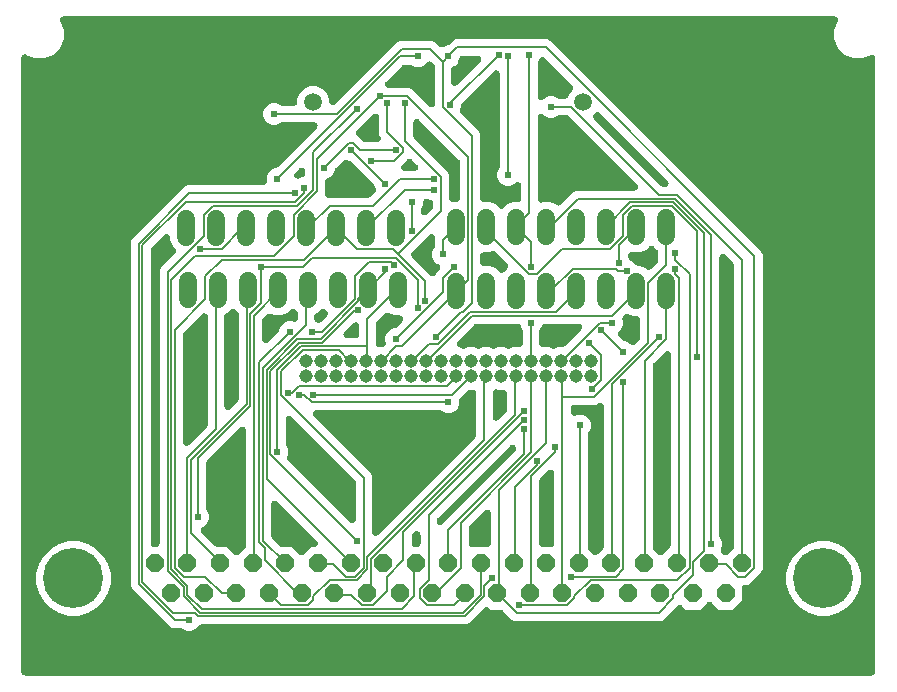
<source format=gbr>
G04 EAGLE Gerber RS-274X export*
G75*
%MOMM*%
%FSLAX34Y34*%
%LPD*%
%INBottom Copper*%
%IPPOS*%
%AMOC8*
5,1,8,0,0,1.08239X$1,22.5*%
G01*
%ADD10P,1.649562X8X22.500000*%
%ADD11C,5.080000*%
%ADD12C,1.500000*%
%ADD13C,1.143000*%
%ADD14C,1.524000*%
%ADD15C,0.152400*%
%ADD16C,0.604800*%
%ADD17C,0.203200*%

G36*
X968207Y298828D02*
X968207Y298828D01*
X968283Y298826D01*
X968452Y298848D01*
X968623Y298862D01*
X968697Y298880D01*
X968772Y298890D01*
X968936Y298939D01*
X969102Y298980D01*
X969171Y299010D01*
X969245Y299032D01*
X969398Y299108D01*
X969555Y299175D01*
X969619Y299216D01*
X969688Y299249D01*
X969827Y299348D01*
X969971Y299440D01*
X970028Y299491D01*
X970090Y299535D01*
X970211Y299655D01*
X970339Y299769D01*
X970387Y299828D01*
X970441Y299882D01*
X970542Y300020D01*
X970649Y300153D01*
X970686Y300219D01*
X970731Y300280D01*
X970808Y300433D01*
X970893Y300581D01*
X970919Y300653D01*
X970954Y300721D01*
X971005Y300884D01*
X971064Y301044D01*
X971079Y301119D01*
X971102Y301191D01*
X971114Y301296D01*
X971159Y301528D01*
X971166Y301764D01*
X971178Y301869D01*
X971178Y821357D01*
X971164Y821537D01*
X971157Y821717D01*
X971144Y821782D01*
X971138Y821849D01*
X971095Y822024D01*
X971059Y822201D01*
X971036Y822263D01*
X971020Y822327D01*
X970948Y822494D01*
X970885Y822662D01*
X970851Y822720D01*
X970825Y822781D01*
X970728Y822933D01*
X970638Y823089D01*
X970596Y823141D01*
X970560Y823197D01*
X970440Y823331D01*
X970325Y823471D01*
X970276Y823515D01*
X970231Y823565D01*
X970091Y823678D01*
X969956Y823798D01*
X969899Y823833D01*
X969847Y823875D01*
X969691Y823964D01*
X969538Y824060D01*
X969477Y824086D01*
X969419Y824119D01*
X969249Y824182D01*
X969083Y824252D01*
X969019Y824267D01*
X968956Y824290D01*
X968779Y824325D01*
X968604Y824367D01*
X968537Y824372D01*
X968472Y824385D01*
X968292Y824391D01*
X968112Y824404D01*
X968045Y824398D01*
X967979Y824400D01*
X967800Y824377D01*
X967620Y824361D01*
X967570Y824346D01*
X967490Y824336D01*
X967018Y824193D01*
X966987Y824179D01*
X966965Y824172D01*
X960497Y821493D01*
X952502Y821493D01*
X945116Y824553D01*
X939463Y830206D01*
X936403Y837592D01*
X936403Y845588D01*
X939335Y852665D01*
X939390Y852836D01*
X939453Y853006D01*
X939466Y853071D01*
X939486Y853134D01*
X939513Y853313D01*
X939548Y853490D01*
X939550Y853556D01*
X939560Y853622D01*
X939557Y853803D01*
X939563Y853983D01*
X939554Y854049D01*
X939553Y854116D01*
X939522Y854293D01*
X939499Y854472D01*
X939479Y854536D01*
X939468Y854601D01*
X939408Y854771D01*
X939356Y854945D01*
X939327Y855004D01*
X939305Y855067D01*
X939219Y855225D01*
X939139Y855388D01*
X939101Y855442D01*
X939069Y855500D01*
X938958Y855643D01*
X938854Y855790D01*
X938807Y855837D01*
X938766Y855890D01*
X938634Y856013D01*
X938507Y856141D01*
X938453Y856180D01*
X938404Y856225D01*
X938254Y856325D01*
X938108Y856431D01*
X938049Y856461D01*
X937993Y856498D01*
X937829Y856572D01*
X937668Y856654D01*
X937604Y856674D01*
X937544Y856701D01*
X937370Y856748D01*
X937197Y856802D01*
X937145Y856808D01*
X937067Y856829D01*
X936576Y856878D01*
X936543Y856876D01*
X936520Y856878D01*
X283704Y856878D01*
X283524Y856864D01*
X283344Y856857D01*
X283278Y856844D01*
X283212Y856838D01*
X283037Y856795D01*
X282860Y856759D01*
X282798Y856736D01*
X282733Y856720D01*
X282567Y856648D01*
X282399Y856585D01*
X282341Y856551D01*
X282280Y856525D01*
X282128Y856428D01*
X281971Y856338D01*
X281920Y856296D01*
X281864Y856260D01*
X281729Y856140D01*
X281590Y856025D01*
X281546Y855976D01*
X281496Y855931D01*
X281383Y855791D01*
X281263Y855656D01*
X281228Y855599D01*
X281186Y855547D01*
X281097Y855391D01*
X281001Y855238D01*
X280975Y855177D01*
X280942Y855119D01*
X280879Y854949D01*
X280809Y854783D01*
X280794Y854719D01*
X280770Y854656D01*
X280736Y854479D01*
X280693Y854304D01*
X280689Y854237D01*
X280676Y854172D01*
X280670Y853992D01*
X280657Y853812D01*
X280662Y853745D01*
X280660Y853679D01*
X280684Y853500D01*
X280700Y853320D01*
X280714Y853270D01*
X280725Y853190D01*
X280867Y852718D01*
X280882Y852687D01*
X280889Y852665D01*
X283837Y845547D01*
X283837Y837552D01*
X280777Y830166D01*
X275124Y824513D01*
X267738Y821453D01*
X259743Y821453D01*
X252235Y824563D01*
X252064Y824618D01*
X251894Y824681D01*
X251829Y824694D01*
X251766Y824714D01*
X251587Y824741D01*
X251410Y824776D01*
X251344Y824778D01*
X251278Y824788D01*
X251097Y824786D01*
X250917Y824791D01*
X250851Y824782D01*
X250784Y824782D01*
X250607Y824750D01*
X250428Y824727D01*
X250364Y824707D01*
X250299Y824696D01*
X250129Y824636D01*
X249955Y824584D01*
X249896Y824555D01*
X249833Y824533D01*
X249675Y824447D01*
X249512Y824367D01*
X249458Y824329D01*
X249400Y824297D01*
X249257Y824186D01*
X249110Y824082D01*
X249063Y824035D01*
X249010Y823994D01*
X248887Y823862D01*
X248759Y823735D01*
X248720Y823681D01*
X248675Y823633D01*
X248575Y823482D01*
X248469Y823336D01*
X248439Y823277D01*
X248402Y823222D01*
X248328Y823057D01*
X248246Y822896D01*
X248226Y822832D01*
X248199Y822772D01*
X248152Y822598D01*
X248098Y822425D01*
X248092Y822373D01*
X248071Y822295D01*
X248022Y821804D01*
X248024Y821771D01*
X248022Y821748D01*
X248022Y301869D01*
X248028Y301793D01*
X248026Y301717D01*
X248048Y301548D01*
X248062Y301377D01*
X248080Y301303D01*
X248090Y301228D01*
X248139Y301064D01*
X248180Y300898D01*
X248210Y300829D01*
X248232Y300755D01*
X248308Y300602D01*
X248375Y300445D01*
X248416Y300381D01*
X248449Y300312D01*
X248548Y300173D01*
X248640Y300029D01*
X248691Y299972D01*
X248735Y299910D01*
X248855Y299789D01*
X248969Y299661D01*
X249028Y299613D01*
X249082Y299559D01*
X249220Y299458D01*
X249353Y299351D01*
X249419Y299314D01*
X249480Y299269D01*
X249633Y299192D01*
X249781Y299107D01*
X249853Y299081D01*
X249921Y299046D01*
X250084Y298995D01*
X250244Y298936D01*
X250319Y298921D01*
X250391Y298898D01*
X250496Y298886D01*
X250728Y298841D01*
X250964Y298834D01*
X251069Y298822D01*
X968131Y298822D01*
X968207Y298828D01*
G37*
%LPC*%
G36*
X388330Y336827D02*
X388330Y336827D01*
X384971Y338219D01*
X384910Y338271D01*
X384829Y338352D01*
X384722Y338430D01*
X384621Y338516D01*
X384523Y338575D01*
X384431Y338642D01*
X384312Y338702D01*
X384198Y338771D01*
X384092Y338813D01*
X383990Y338865D01*
X383863Y338905D01*
X383740Y338954D01*
X383629Y338979D01*
X383520Y339013D01*
X383426Y339023D01*
X383258Y339061D01*
X382934Y339079D01*
X382842Y339089D01*
X376588Y339089D01*
X374067Y340133D01*
X341657Y372543D01*
X340613Y375064D01*
X340613Y665828D01*
X341657Y668349D01*
X386259Y712951D01*
X388780Y713995D01*
X452652Y713995D01*
X452728Y714001D01*
X452804Y713999D01*
X452973Y714021D01*
X453144Y714035D01*
X453218Y714053D01*
X453293Y714063D01*
X453457Y714112D01*
X453623Y714153D01*
X453692Y714183D01*
X453766Y714205D01*
X453919Y714281D01*
X454076Y714348D01*
X454140Y714389D01*
X454209Y714422D01*
X454348Y714521D01*
X454492Y714613D01*
X454549Y714664D01*
X454611Y714708D01*
X454732Y714828D01*
X454860Y714942D01*
X454908Y715001D01*
X454962Y715055D01*
X455063Y715193D01*
X455170Y715326D01*
X455207Y715392D01*
X455252Y715453D01*
X455329Y715606D01*
X455414Y715754D01*
X455440Y715826D01*
X455475Y715894D01*
X455526Y716057D01*
X455585Y716217D01*
X455600Y716292D01*
X455623Y716364D01*
X455635Y716469D01*
X455680Y716701D01*
X455687Y716937D01*
X455699Y717042D01*
X455699Y721142D01*
X457088Y724494D01*
X459654Y727060D01*
X463012Y728451D01*
X463092Y728458D01*
X463207Y728457D01*
X463338Y728478D01*
X463471Y728489D01*
X463581Y728516D01*
X463694Y728534D01*
X463820Y728575D01*
X463949Y728607D01*
X464054Y728652D01*
X464163Y728688D01*
X464281Y728750D01*
X464403Y728802D01*
X464499Y728863D01*
X464600Y728916D01*
X464674Y728975D01*
X464819Y729067D01*
X465061Y729283D01*
X465134Y729341D01*
X497924Y762131D01*
X497948Y762160D01*
X497977Y762186D01*
X498108Y762348D01*
X498243Y762507D01*
X498263Y762540D01*
X498287Y762570D01*
X498390Y762750D01*
X498498Y762930D01*
X498512Y762965D01*
X498531Y762998D01*
X498603Y763194D01*
X498681Y763388D01*
X498689Y763425D01*
X498702Y763461D01*
X498742Y763666D01*
X498788Y763870D01*
X498790Y763908D01*
X498797Y763945D01*
X498803Y764153D01*
X498815Y764362D01*
X498811Y764400D01*
X498812Y764438D01*
X498785Y764645D01*
X498763Y764853D01*
X498753Y764889D01*
X498748Y764927D01*
X498688Y765127D01*
X498632Y765328D01*
X498616Y765363D01*
X498605Y765400D01*
X498514Y765587D01*
X498427Y765777D01*
X498405Y765809D01*
X498389Y765843D01*
X498268Y766013D01*
X498151Y766186D01*
X498125Y766214D01*
X498103Y766245D01*
X497956Y766394D01*
X497813Y766546D01*
X497783Y766569D01*
X497756Y766596D01*
X497588Y766719D01*
X497422Y766846D01*
X497388Y766864D01*
X497358Y766886D01*
X497171Y766980D01*
X496987Y767079D01*
X496951Y767091D01*
X496917Y767109D01*
X496718Y767171D01*
X496521Y767239D01*
X496483Y767245D01*
X496447Y767257D01*
X496354Y767267D01*
X496034Y767322D01*
X495862Y767323D01*
X495769Y767333D01*
X469074Y767333D01*
X468960Y767324D01*
X468846Y767325D01*
X468715Y767304D01*
X468582Y767293D01*
X468471Y767266D01*
X468359Y767248D01*
X468233Y767207D01*
X468104Y767175D01*
X467998Y767129D01*
X467890Y767094D01*
X467772Y767033D01*
X467650Y766980D01*
X467554Y766919D01*
X467452Y766866D01*
X467379Y766807D01*
X467234Y766715D01*
X466992Y766499D01*
X466948Y766464D01*
X463586Y765071D01*
X459958Y765071D01*
X456606Y766460D01*
X454040Y769026D01*
X452651Y772378D01*
X452651Y776006D01*
X454040Y779358D01*
X456606Y781924D01*
X459958Y783313D01*
X463586Y783313D01*
X466945Y781922D01*
X467006Y781869D01*
X467087Y781788D01*
X467194Y781710D01*
X467295Y781624D01*
X467393Y781565D01*
X467485Y781498D01*
X467604Y781438D01*
X467718Y781369D01*
X467824Y781327D01*
X467926Y781275D01*
X468053Y781235D01*
X468176Y781186D01*
X468287Y781161D01*
X468396Y781127D01*
X468490Y781117D01*
X468658Y781079D01*
X468982Y781061D01*
X469074Y781051D01*
X478526Y781051D01*
X478602Y781057D01*
X478678Y781055D01*
X478847Y781077D01*
X479018Y781091D01*
X479092Y781109D01*
X479167Y781119D01*
X479331Y781168D01*
X479497Y781209D01*
X479566Y781239D01*
X479640Y781261D01*
X479793Y781337D01*
X479950Y781404D01*
X480014Y781445D01*
X480083Y781478D01*
X480222Y781577D01*
X480366Y781669D01*
X480423Y781720D01*
X480485Y781764D01*
X480606Y781884D01*
X480734Y781998D01*
X480782Y782057D01*
X480836Y782111D01*
X480937Y782249D01*
X481044Y782382D01*
X481081Y782448D01*
X481126Y782509D01*
X481203Y782662D01*
X481288Y782810D01*
X481314Y782882D01*
X481349Y782950D01*
X481400Y783113D01*
X481459Y783273D01*
X481474Y783348D01*
X481497Y783420D01*
X481509Y783525D01*
X481554Y783757D01*
X481561Y783993D01*
X481573Y784098D01*
X481573Y786865D01*
X483643Y791862D01*
X487468Y795687D01*
X492465Y797757D01*
X497875Y797757D01*
X502872Y795687D01*
X506697Y791862D01*
X508767Y786865D01*
X508767Y784903D01*
X508770Y784865D01*
X508768Y784827D01*
X508790Y784619D01*
X508807Y784411D01*
X508816Y784374D01*
X508820Y784337D01*
X508875Y784135D01*
X508925Y783933D01*
X508940Y783898D01*
X508951Y783861D01*
X509038Y783671D01*
X509120Y783479D01*
X509140Y783447D01*
X509156Y783412D01*
X509273Y783239D01*
X509385Y783063D01*
X509410Y783035D01*
X509432Y783003D01*
X509575Y782851D01*
X509714Y782695D01*
X509743Y782671D01*
X509769Y782644D01*
X509935Y782516D01*
X510098Y782385D01*
X510131Y782366D01*
X510161Y782343D01*
X510345Y782245D01*
X510526Y782141D01*
X510562Y782128D01*
X510596Y782110D01*
X510793Y782042D01*
X510989Y781970D01*
X511026Y781962D01*
X511062Y781950D01*
X511269Y781915D01*
X511473Y781875D01*
X511511Y781874D01*
X511549Y781867D01*
X511758Y781866D01*
X511966Y781860D01*
X512004Y781865D01*
X512042Y781864D01*
X512249Y781897D01*
X512455Y781924D01*
X512492Y781935D01*
X512529Y781941D01*
X512728Y782006D01*
X512927Y782067D01*
X512962Y782083D01*
X512998Y782095D01*
X513183Y782192D01*
X513371Y782283D01*
X513402Y782305D01*
X513436Y782323D01*
X513508Y782381D01*
X513773Y782569D01*
X513895Y782690D01*
X513969Y782748D01*
X563733Y832513D01*
X566091Y834871D01*
X568612Y835915D01*
X595724Y835915D01*
X598245Y834871D01*
X601572Y831543D01*
X601739Y831402D01*
X601903Y831257D01*
X601927Y831242D01*
X601948Y831224D01*
X602135Y831111D01*
X602320Y830995D01*
X602347Y830984D01*
X602371Y830969D01*
X602573Y830888D01*
X602775Y830803D01*
X602803Y830797D01*
X602829Y830786D01*
X603043Y830739D01*
X603255Y830688D01*
X603283Y830685D01*
X603311Y830679D01*
X603529Y830667D01*
X603747Y830651D01*
X603775Y830653D01*
X603803Y830652D01*
X604021Y830675D01*
X604238Y830694D01*
X604261Y830700D01*
X604294Y830704D01*
X604770Y830834D01*
X604843Y830868D01*
X604893Y830883D01*
X607792Y832083D01*
X607873Y832090D01*
X607987Y832089D01*
X608118Y832110D01*
X608251Y832121D01*
X608361Y832148D01*
X608474Y832166D01*
X608600Y832207D01*
X608729Y832239D01*
X608834Y832284D01*
X608943Y832320D01*
X609061Y832382D01*
X609183Y832434D01*
X609279Y832495D01*
X609380Y832548D01*
X609454Y832607D01*
X609599Y832699D01*
X609841Y832915D01*
X609914Y832973D01*
X613335Y836395D01*
X615856Y837439D01*
X693260Y837439D01*
X695781Y836395D01*
X698139Y834037D01*
X872137Y660039D01*
X874495Y657681D01*
X875539Y655160D01*
X875539Y388780D01*
X874495Y386259D01*
X864945Y376709D01*
X862424Y375665D01*
X861060Y375665D01*
X860984Y375659D01*
X860908Y375661D01*
X860739Y375639D01*
X860568Y375625D01*
X860494Y375607D01*
X860419Y375597D01*
X860255Y375548D01*
X860089Y375507D01*
X860020Y375477D01*
X859946Y375455D01*
X859793Y375379D01*
X859636Y375312D01*
X859572Y375271D01*
X859503Y375238D01*
X859364Y375139D01*
X859220Y375047D01*
X859163Y374996D01*
X859101Y374952D01*
X858980Y374832D01*
X858852Y374718D01*
X858804Y374659D01*
X858750Y374605D01*
X858649Y374467D01*
X858542Y374334D01*
X858505Y374268D01*
X858460Y374207D01*
X858383Y374054D01*
X858298Y373906D01*
X858272Y373834D01*
X858237Y373766D01*
X858186Y373603D01*
X858127Y373443D01*
X858112Y373368D01*
X858089Y373296D01*
X858077Y373191D01*
X858032Y372959D01*
X858025Y372723D01*
X858013Y372618D01*
X858013Y362618D01*
X849978Y354583D01*
X838614Y354583D01*
X832608Y360590D01*
X832550Y360639D01*
X832498Y360695D01*
X832362Y360799D01*
X832232Y360909D01*
X832166Y360949D01*
X832106Y360995D01*
X831956Y361076D01*
X831809Y361164D01*
X831739Y361192D01*
X831671Y361228D01*
X831510Y361284D01*
X831351Y361347D01*
X831277Y361364D01*
X831205Y361388D01*
X831036Y361417D01*
X830870Y361454D01*
X830793Y361458D01*
X830718Y361471D01*
X830547Y361472D01*
X830377Y361481D01*
X830301Y361473D01*
X830225Y361474D01*
X830056Y361447D01*
X829886Y361429D01*
X829813Y361409D01*
X829738Y361397D01*
X829575Y361344D01*
X829411Y361299D01*
X829341Y361267D01*
X829269Y361243D01*
X829118Y361164D01*
X828962Y361093D01*
X828899Y361050D01*
X828831Y361015D01*
X828749Y360950D01*
X828553Y360818D01*
X828380Y360655D01*
X828298Y360590D01*
X822292Y354583D01*
X810928Y354583D01*
X807692Y357819D01*
X807634Y357869D01*
X807582Y357924D01*
X807447Y358028D01*
X807316Y358139D01*
X807251Y358178D01*
X807191Y358224D01*
X807040Y358305D01*
X806894Y358393D01*
X806823Y358422D01*
X806756Y358458D01*
X806594Y358513D01*
X806436Y358576D01*
X806362Y358593D01*
X806289Y358618D01*
X806121Y358646D01*
X805954Y358683D01*
X805878Y358687D01*
X805803Y358700D01*
X805632Y358701D01*
X805462Y358711D01*
X805386Y358703D01*
X805310Y358703D01*
X805141Y358677D01*
X804971Y358659D01*
X804898Y358638D01*
X804822Y358627D01*
X804660Y358573D01*
X804495Y358528D01*
X804426Y358496D01*
X804354Y358472D01*
X804202Y358393D01*
X804047Y358322D01*
X803984Y358280D01*
X803916Y358245D01*
X803834Y358179D01*
X803638Y358047D01*
X803465Y357885D01*
X803383Y357819D01*
X794151Y348587D01*
X791793Y346229D01*
X789272Y345185D01*
X666148Y345185D01*
X663627Y346229D01*
X656166Y353691D01*
X656078Y353765D01*
X655998Y353846D01*
X655891Y353924D01*
X655790Y354010D01*
X655692Y354069D01*
X655600Y354136D01*
X655481Y354196D01*
X655367Y354265D01*
X655261Y354307D01*
X655159Y354359D01*
X655032Y354399D01*
X654909Y354448D01*
X654798Y354473D01*
X654689Y354507D01*
X654595Y354517D01*
X654427Y354555D01*
X654103Y354573D01*
X654011Y354583D01*
X645320Y354583D01*
X644116Y355787D01*
X644058Y355837D01*
X644006Y355892D01*
X643871Y355996D01*
X643740Y356107D01*
X643675Y356146D01*
X643615Y356192D01*
X643464Y356273D01*
X643318Y356361D01*
X643247Y356390D01*
X643180Y356426D01*
X643018Y356481D01*
X642860Y356544D01*
X642786Y356561D01*
X642713Y356586D01*
X642545Y356614D01*
X642378Y356651D01*
X642302Y356655D01*
X642227Y356668D01*
X642056Y356669D01*
X641886Y356679D01*
X641810Y356671D01*
X641734Y356671D01*
X641565Y356645D01*
X641395Y356627D01*
X641322Y356606D01*
X641246Y356595D01*
X641084Y356541D01*
X640919Y356496D01*
X640850Y356464D01*
X640778Y356440D01*
X640626Y356361D01*
X640471Y356290D01*
X640408Y356248D01*
X640340Y356213D01*
X640258Y356147D01*
X640062Y356015D01*
X639889Y355853D01*
X639807Y355787D01*
X627201Y343181D01*
X624680Y342137D01*
X400474Y342137D01*
X400256Y342120D01*
X400038Y342106D01*
X400011Y342100D01*
X399982Y342097D01*
X399770Y342045D01*
X399557Y341996D01*
X399531Y341985D01*
X399503Y341979D01*
X399302Y341892D01*
X399100Y341810D01*
X399076Y341795D01*
X399050Y341784D01*
X398866Y341667D01*
X398680Y341553D01*
X398658Y341534D01*
X398634Y341519D01*
X398471Y341374D01*
X398306Y341231D01*
X398287Y341209D01*
X398266Y341190D01*
X398186Y341092D01*
X395310Y338216D01*
X391958Y336827D01*
X388330Y336827D01*
G37*
%LPD*%
G36*
X548068Y417117D02*
X548068Y417117D01*
X548106Y417116D01*
X548313Y417149D01*
X548519Y417176D01*
X548556Y417187D01*
X548593Y417193D01*
X548792Y417258D01*
X548991Y417319D01*
X549026Y417335D01*
X549062Y417347D01*
X549247Y417444D01*
X549435Y417535D01*
X549466Y417557D01*
X549500Y417575D01*
X549572Y417633D01*
X549837Y417821D01*
X549959Y417942D01*
X550033Y418000D01*
X632329Y500296D01*
X632403Y500383D01*
X632484Y500464D01*
X632562Y500571D01*
X632648Y500672D01*
X632707Y500770D01*
X632774Y500863D01*
X632834Y500981D01*
X632903Y501095D01*
X632945Y501201D01*
X632997Y501303D01*
X633037Y501430D01*
X633086Y501553D01*
X633111Y501664D01*
X633145Y501773D01*
X633155Y501867D01*
X633193Y502035D01*
X633211Y502359D01*
X633221Y502451D01*
X633221Y537591D01*
X633215Y537667D01*
X633217Y537743D01*
X633195Y537912D01*
X633181Y538083D01*
X633163Y538157D01*
X633153Y538232D01*
X633104Y538396D01*
X633063Y538562D01*
X633033Y538631D01*
X633011Y538705D01*
X632935Y538858D01*
X632868Y539015D01*
X632827Y539079D01*
X632794Y539148D01*
X632695Y539287D01*
X632603Y539431D01*
X632552Y539488D01*
X632508Y539550D01*
X632388Y539671D01*
X632274Y539799D01*
X632215Y539847D01*
X632161Y539901D01*
X632023Y540002D01*
X631890Y540109D01*
X631824Y540146D01*
X631763Y540191D01*
X631610Y540268D01*
X631462Y540353D01*
X631390Y540379D01*
X631322Y540414D01*
X631159Y540465D01*
X630999Y540524D01*
X630924Y540539D01*
X630852Y540562D01*
X630747Y540574D01*
X630515Y540619D01*
X630279Y540626D01*
X630174Y540638D01*
X627800Y540638D01*
X627686Y540629D01*
X627572Y540630D01*
X627441Y540609D01*
X627308Y540598D01*
X627198Y540571D01*
X627085Y540553D01*
X626959Y540512D01*
X626830Y540480D01*
X626725Y540435D01*
X626616Y540399D01*
X626498Y540337D01*
X626376Y540285D01*
X626280Y540224D01*
X626179Y540171D01*
X626105Y540112D01*
X625960Y540020D01*
X625718Y539804D01*
X625645Y539746D01*
X619613Y533714D01*
X619539Y533627D01*
X619458Y533546D01*
X619380Y533439D01*
X619294Y533338D01*
X619235Y533240D01*
X619168Y533148D01*
X619108Y533029D01*
X619039Y532915D01*
X618997Y532809D01*
X618945Y532707D01*
X618905Y532580D01*
X618856Y532457D01*
X618831Y532346D01*
X618797Y532237D01*
X618787Y532143D01*
X618749Y531975D01*
X618731Y531651D01*
X618721Y531559D01*
X618721Y528538D01*
X617332Y525186D01*
X614766Y522620D01*
X611414Y521231D01*
X607786Y521231D01*
X604427Y522623D01*
X604366Y522675D01*
X604285Y522756D01*
X604178Y522834D01*
X604077Y522920D01*
X603979Y522979D01*
X603887Y523046D01*
X603768Y523106D01*
X603654Y523175D01*
X603548Y523217D01*
X603446Y523269D01*
X603319Y523309D01*
X603196Y523358D01*
X603085Y523383D01*
X602976Y523417D01*
X602882Y523427D01*
X602714Y523465D01*
X602390Y523483D01*
X602298Y523493D01*
X497879Y523493D01*
X497841Y523490D01*
X497803Y523492D01*
X497595Y523470D01*
X497387Y523453D01*
X497350Y523444D01*
X497313Y523440D01*
X497111Y523385D01*
X496909Y523335D01*
X496874Y523320D01*
X496837Y523309D01*
X496647Y523222D01*
X496455Y523140D01*
X496423Y523120D01*
X496388Y523104D01*
X496215Y522987D01*
X496039Y522875D01*
X496011Y522850D01*
X495979Y522828D01*
X495827Y522685D01*
X495671Y522546D01*
X495647Y522517D01*
X495620Y522491D01*
X495492Y522325D01*
X495361Y522162D01*
X495342Y522129D01*
X495319Y522099D01*
X495221Y521915D01*
X495117Y521734D01*
X495104Y521698D01*
X495086Y521664D01*
X495018Y521467D01*
X494946Y521271D01*
X494938Y521234D01*
X494926Y521198D01*
X494891Y520991D01*
X494851Y520787D01*
X494850Y520749D01*
X494843Y520711D01*
X494842Y520502D01*
X494836Y520294D01*
X494841Y520256D01*
X494840Y520218D01*
X494873Y520011D01*
X494900Y519805D01*
X494911Y519768D01*
X494917Y519731D01*
X494982Y519532D01*
X495043Y519333D01*
X495059Y519298D01*
X495071Y519262D01*
X495168Y519077D01*
X495259Y518889D01*
X495281Y518858D01*
X495299Y518824D01*
X495357Y518752D01*
X495545Y518487D01*
X495666Y518365D01*
X495724Y518291D01*
X543787Y470229D01*
X544831Y467708D01*
X544831Y420155D01*
X544834Y420117D01*
X544832Y420079D01*
X544854Y419871D01*
X544871Y419663D01*
X544880Y419626D01*
X544884Y419589D01*
X544939Y419387D01*
X544989Y419185D01*
X545004Y419150D01*
X545015Y419113D01*
X545102Y418923D01*
X545184Y418731D01*
X545204Y418699D01*
X545220Y418664D01*
X545337Y418491D01*
X545449Y418315D01*
X545474Y418287D01*
X545496Y418255D01*
X545639Y418103D01*
X545778Y417947D01*
X545807Y417923D01*
X545833Y417896D01*
X545999Y417768D01*
X546162Y417637D01*
X546195Y417618D01*
X546225Y417595D01*
X546409Y417497D01*
X546590Y417393D01*
X546626Y417380D01*
X546660Y417362D01*
X546857Y417294D01*
X547053Y417222D01*
X547090Y417214D01*
X547126Y417202D01*
X547333Y417167D01*
X547537Y417127D01*
X547575Y417126D01*
X547613Y417119D01*
X547822Y417118D01*
X548030Y417112D01*
X548068Y417117D01*
G37*
G36*
X702693Y696748D02*
X702693Y696748D01*
X702769Y696748D01*
X702938Y696774D01*
X703108Y696792D01*
X703181Y696813D01*
X703257Y696824D01*
X703419Y696878D01*
X703584Y696923D01*
X703653Y696955D01*
X703725Y696979D01*
X703877Y697058D01*
X704032Y697129D01*
X704095Y697171D01*
X704163Y697207D01*
X704245Y697272D01*
X704441Y697404D01*
X704614Y697566D01*
X704696Y697632D01*
X713085Y706021D01*
X715443Y708379D01*
X717964Y709423D01*
X767041Y709423D01*
X767079Y709426D01*
X767117Y709424D01*
X767325Y709446D01*
X767533Y709463D01*
X767570Y709472D01*
X767607Y709476D01*
X767809Y709531D01*
X768011Y709581D01*
X768046Y709596D01*
X768083Y709607D01*
X768273Y709694D01*
X768465Y709776D01*
X768497Y709796D01*
X768532Y709812D01*
X768705Y709929D01*
X768881Y710041D01*
X768909Y710066D01*
X768941Y710088D01*
X769093Y710231D01*
X769249Y710370D01*
X769273Y710399D01*
X769300Y710425D01*
X769428Y710591D01*
X769559Y710754D01*
X769578Y710787D01*
X769601Y710817D01*
X769699Y711001D01*
X769803Y711182D01*
X769816Y711218D01*
X769834Y711252D01*
X769902Y711449D01*
X769974Y711645D01*
X769982Y711682D01*
X769994Y711718D01*
X770029Y711924D01*
X770069Y712129D01*
X770070Y712167D01*
X770077Y712205D01*
X770078Y712414D01*
X770084Y712622D01*
X770079Y712660D01*
X770080Y712698D01*
X770047Y712904D01*
X770020Y713111D01*
X770009Y713148D01*
X770003Y713185D01*
X769938Y713384D01*
X769877Y713583D01*
X769861Y713618D01*
X769849Y713654D01*
X769752Y713839D01*
X769661Y714027D01*
X769639Y714058D01*
X769621Y714092D01*
X769563Y714164D01*
X769375Y714429D01*
X769254Y714551D01*
X769196Y714625D01*
X711284Y772537D01*
X711197Y772611D01*
X711116Y772692D01*
X711009Y772770D01*
X710908Y772856D01*
X710810Y772915D01*
X710717Y772982D01*
X710599Y773042D01*
X710485Y773111D01*
X710379Y773153D01*
X710277Y773205D01*
X710150Y773245D01*
X710027Y773294D01*
X709916Y773319D01*
X709807Y773353D01*
X709713Y773363D01*
X709545Y773401D01*
X709221Y773419D01*
X709129Y773429D01*
X703770Y773429D01*
X703656Y773420D01*
X703542Y773421D01*
X703411Y773400D01*
X703278Y773389D01*
X703168Y773362D01*
X703055Y773344D01*
X702928Y773303D01*
X702800Y773271D01*
X702695Y773226D01*
X702586Y773190D01*
X702468Y773128D01*
X702346Y773076D01*
X702250Y773015D01*
X702149Y772962D01*
X702075Y772903D01*
X701930Y772811D01*
X701688Y772595D01*
X701645Y772560D01*
X698282Y771167D01*
X694654Y771167D01*
X691302Y772556D01*
X690241Y773617D01*
X690212Y773641D01*
X690186Y773670D01*
X690024Y773801D01*
X689865Y773936D01*
X689832Y773956D01*
X689802Y773980D01*
X689621Y774083D01*
X689442Y774191D01*
X689407Y774205D01*
X689374Y774224D01*
X689178Y774296D01*
X688984Y774374D01*
X688947Y774382D01*
X688911Y774395D01*
X688707Y774435D01*
X688503Y774481D01*
X688464Y774483D01*
X688427Y774490D01*
X688219Y774496D01*
X688010Y774508D01*
X687972Y774504D01*
X687934Y774505D01*
X687728Y774478D01*
X687519Y774456D01*
X687483Y774446D01*
X687445Y774441D01*
X687245Y774381D01*
X687044Y774325D01*
X687009Y774310D01*
X686972Y774298D01*
X686785Y774207D01*
X686595Y774120D01*
X686564Y774098D01*
X686529Y774082D01*
X686359Y773961D01*
X686186Y773844D01*
X686158Y773818D01*
X686127Y773796D01*
X685979Y773649D01*
X685826Y773506D01*
X685803Y773476D01*
X685776Y773449D01*
X685653Y773281D01*
X685526Y773115D01*
X685508Y773081D01*
X685486Y773051D01*
X685392Y772864D01*
X685293Y772680D01*
X685281Y772644D01*
X685263Y772610D01*
X685200Y772411D01*
X685133Y772214D01*
X685127Y772176D01*
X685115Y772140D01*
X685105Y772047D01*
X685050Y771727D01*
X685049Y771555D01*
X685039Y771462D01*
X685039Y702295D01*
X685053Y702115D01*
X685060Y701935D01*
X685073Y701870D01*
X685079Y701804D01*
X685122Y701629D01*
X685158Y701452D01*
X685181Y701389D01*
X685197Y701325D01*
X685269Y701159D01*
X685332Y700990D01*
X685366Y700933D01*
X685392Y700871D01*
X685489Y700719D01*
X685579Y700563D01*
X685621Y700511D01*
X685657Y700455D01*
X685777Y700321D01*
X685892Y700181D01*
X685941Y700137D01*
X685986Y700088D01*
X686126Y699974D01*
X686261Y699855D01*
X686318Y699819D01*
X686370Y699778D01*
X686526Y699688D01*
X686679Y699592D01*
X686741Y699566D01*
X686798Y699534D01*
X686967Y699471D01*
X687134Y699401D01*
X687199Y699385D01*
X687261Y699362D01*
X687438Y699327D01*
X687613Y699285D01*
X687680Y699280D01*
X687745Y699267D01*
X687925Y699262D01*
X688105Y699248D01*
X688172Y699254D01*
X688238Y699252D01*
X688417Y699276D01*
X688597Y699291D01*
X688648Y699306D01*
X688727Y699316D01*
X689199Y699459D01*
X689230Y699474D01*
X689252Y699480D01*
X689872Y699737D01*
X695328Y699737D01*
X700370Y697648D01*
X700387Y697632D01*
X700445Y697583D01*
X700497Y697527D01*
X700632Y697423D01*
X700763Y697312D01*
X700828Y697273D01*
X700888Y697227D01*
X701038Y697146D01*
X701185Y697058D01*
X701256Y697029D01*
X701323Y696993D01*
X701485Y696938D01*
X701643Y696875D01*
X701717Y696858D01*
X701790Y696833D01*
X701958Y696805D01*
X702125Y696768D01*
X702201Y696764D01*
X702276Y696751D01*
X702447Y696750D01*
X702617Y696740D01*
X702693Y696748D01*
G37*
%LPC*%
G36*
X287953Y349503D02*
X287953Y349503D01*
X279943Y351650D01*
X272760Y355796D01*
X266896Y361660D01*
X262750Y368843D01*
X260603Y376853D01*
X260603Y385147D01*
X262750Y393157D01*
X266896Y400340D01*
X272760Y406204D01*
X279943Y410350D01*
X287953Y412497D01*
X296247Y412497D01*
X304257Y410350D01*
X311440Y406204D01*
X317304Y400340D01*
X321450Y393157D01*
X323597Y385147D01*
X323597Y376853D01*
X321450Y368843D01*
X317304Y361660D01*
X311440Y355796D01*
X304257Y351650D01*
X296247Y349503D01*
X287953Y349503D01*
G37*
%LPD*%
%LPC*%
G36*
X922953Y349503D02*
X922953Y349503D01*
X914943Y351650D01*
X907760Y355796D01*
X901896Y361660D01*
X897750Y368843D01*
X895603Y376853D01*
X895603Y385147D01*
X897750Y393157D01*
X901896Y400340D01*
X907760Y406204D01*
X914943Y410350D01*
X922953Y412497D01*
X931247Y412497D01*
X939257Y410350D01*
X946440Y406204D01*
X952304Y400340D01*
X956450Y393157D01*
X958597Y385147D01*
X958597Y376853D01*
X956450Y368843D01*
X952304Y361660D01*
X946440Y355796D01*
X939257Y351650D01*
X931247Y349503D01*
X922953Y349503D01*
G37*
%LPD*%
G36*
X844321Y400527D02*
X844321Y400527D01*
X844397Y400526D01*
X844566Y400553D01*
X844736Y400571D01*
X844809Y400591D01*
X844884Y400603D01*
X845047Y400656D01*
X845211Y400701D01*
X845281Y400733D01*
X845353Y400757D01*
X845504Y400836D01*
X845660Y400907D01*
X845723Y400950D01*
X845791Y400985D01*
X845873Y401051D01*
X846069Y401183D01*
X846241Y401344D01*
X846324Y401410D01*
X850261Y405347D01*
X850335Y405434D01*
X850416Y405514D01*
X850494Y405622D01*
X850580Y405723D01*
X850639Y405821D01*
X850706Y405913D01*
X850766Y406032D01*
X850835Y406146D01*
X850877Y406252D01*
X850929Y406354D01*
X850969Y406480D01*
X851018Y406604D01*
X851043Y406715D01*
X851077Y406824D01*
X851087Y406918D01*
X851125Y407085D01*
X851143Y407410D01*
X851153Y407502D01*
X851153Y646645D01*
X851144Y646758D01*
X851145Y646873D01*
X851124Y647004D01*
X851113Y647137D01*
X851086Y647247D01*
X851068Y647360D01*
X851027Y647486D01*
X850995Y647615D01*
X850950Y647720D01*
X850914Y647829D01*
X850852Y647947D01*
X850800Y648069D01*
X850739Y648165D01*
X850686Y648266D01*
X850627Y648340D01*
X850535Y648485D01*
X850319Y648727D01*
X850261Y648800D01*
X844165Y654896D01*
X844136Y654920D01*
X844110Y654949D01*
X843948Y655080D01*
X843789Y655215D01*
X843756Y655235D01*
X843726Y655259D01*
X843545Y655362D01*
X843366Y655470D01*
X843331Y655484D01*
X843298Y655503D01*
X843102Y655575D01*
X842908Y655653D01*
X842871Y655661D01*
X842835Y655674D01*
X842630Y655714D01*
X842426Y655760D01*
X842388Y655762D01*
X842351Y655769D01*
X842143Y655775D01*
X841934Y655787D01*
X841896Y655783D01*
X841858Y655784D01*
X841651Y655757D01*
X841443Y655735D01*
X841407Y655725D01*
X841369Y655720D01*
X841169Y655659D01*
X840968Y655604D01*
X840933Y655588D01*
X840896Y655577D01*
X840709Y655486D01*
X840519Y655399D01*
X840487Y655377D01*
X840453Y655361D01*
X840284Y655240D01*
X840110Y655123D01*
X840082Y655097D01*
X840051Y655075D01*
X839903Y654929D01*
X839750Y654785D01*
X839727Y654755D01*
X839700Y654728D01*
X839577Y654560D01*
X839450Y654394D01*
X839432Y654360D01*
X839410Y654330D01*
X839316Y654144D01*
X839217Y653959D01*
X839204Y653923D01*
X839187Y653889D01*
X839125Y653690D01*
X839057Y653493D01*
X839051Y653455D01*
X839039Y653419D01*
X839029Y653326D01*
X838974Y653006D01*
X838973Y652834D01*
X838963Y652741D01*
X838963Y417258D01*
X838972Y417144D01*
X838971Y417030D01*
X838992Y416899D01*
X839003Y416766D01*
X839030Y416656D01*
X839048Y416543D01*
X839089Y416416D01*
X839121Y416288D01*
X839166Y416183D01*
X839202Y416074D01*
X839264Y415956D01*
X839316Y415834D01*
X839377Y415738D01*
X839430Y415637D01*
X839489Y415563D01*
X839581Y415418D01*
X839797Y415176D01*
X839832Y415133D01*
X841225Y411770D01*
X841225Y408142D01*
X840264Y405821D01*
X840197Y405614D01*
X840126Y405407D01*
X840121Y405379D01*
X840112Y405352D01*
X840080Y405136D01*
X840043Y404920D01*
X840043Y404892D01*
X840039Y404864D01*
X840041Y404646D01*
X840040Y404427D01*
X840045Y404399D01*
X840045Y404371D01*
X840083Y404156D01*
X840117Y403940D01*
X840126Y403913D01*
X840131Y403885D01*
X840202Y403679D01*
X840271Y403471D01*
X840284Y403446D01*
X840293Y403419D01*
X840398Y403227D01*
X840499Y403034D01*
X840513Y403015D01*
X840529Y402986D01*
X840832Y402596D01*
X840891Y402541D01*
X840924Y402500D01*
X842014Y401410D01*
X842072Y401361D01*
X842125Y401305D01*
X842260Y401201D01*
X842390Y401091D01*
X842456Y401051D01*
X842516Y401005D01*
X842666Y400924D01*
X842813Y400836D01*
X842884Y400808D01*
X842951Y400772D01*
X843112Y400716D01*
X843271Y400653D01*
X843345Y400637D01*
X843417Y400612D01*
X843586Y400583D01*
X843753Y400546D01*
X843829Y400542D01*
X843904Y400529D01*
X844075Y400528D01*
X844245Y400519D01*
X844321Y400527D01*
G37*
G36*
X430301Y400527D02*
X430301Y400527D01*
X430377Y400526D01*
X430546Y400553D01*
X430716Y400571D01*
X430789Y400591D01*
X430864Y400603D01*
X431027Y400656D01*
X431191Y400701D01*
X431261Y400733D01*
X431333Y400757D01*
X431484Y400836D01*
X431640Y400907D01*
X431703Y400950D01*
X431771Y400985D01*
X431853Y401051D01*
X432049Y401183D01*
X432221Y401344D01*
X432304Y401410D01*
X437257Y406363D01*
X437299Y406412D01*
X437310Y406422D01*
X437338Y406458D01*
X437412Y406530D01*
X437490Y406638D01*
X437576Y406739D01*
X437607Y406791D01*
X437620Y406806D01*
X437645Y406850D01*
X437702Y406929D01*
X437762Y407048D01*
X437831Y407162D01*
X437852Y407213D01*
X437864Y407235D01*
X437884Y407288D01*
X437925Y407370D01*
X437965Y407496D01*
X438014Y407620D01*
X438025Y407669D01*
X438035Y407698D01*
X438048Y407759D01*
X438073Y407840D01*
X438083Y407934D01*
X438121Y408101D01*
X438123Y408146D01*
X438130Y408182D01*
X438136Y408379D01*
X438139Y408426D01*
X438149Y408518D01*
X438149Y506437D01*
X438146Y506475D01*
X438148Y506513D01*
X438126Y506721D01*
X438109Y506929D01*
X438100Y506966D01*
X438096Y507003D01*
X438041Y507205D01*
X437991Y507407D01*
X437976Y507442D01*
X437965Y507479D01*
X437878Y507669D01*
X437796Y507861D01*
X437776Y507893D01*
X437760Y507928D01*
X437643Y508101D01*
X437531Y508277D01*
X437506Y508305D01*
X437484Y508337D01*
X437341Y508489D01*
X437202Y508645D01*
X437173Y508669D01*
X437147Y508696D01*
X436981Y508824D01*
X436818Y508955D01*
X436785Y508974D01*
X436755Y508997D01*
X436571Y509095D01*
X436390Y509199D01*
X436354Y509212D01*
X436320Y509230D01*
X436123Y509298D01*
X435927Y509370D01*
X435890Y509378D01*
X435854Y509390D01*
X435647Y509425D01*
X435443Y509465D01*
X435405Y509466D01*
X435367Y509473D01*
X435158Y509474D01*
X434950Y509480D01*
X434912Y509475D01*
X434874Y509476D01*
X434667Y509443D01*
X434461Y509416D01*
X434424Y509405D01*
X434387Y509399D01*
X434188Y509334D01*
X433989Y509273D01*
X433954Y509257D01*
X433918Y509245D01*
X433733Y509148D01*
X433545Y509057D01*
X433514Y509035D01*
X433480Y509017D01*
X433408Y508959D01*
X433143Y508771D01*
X433021Y508650D01*
X432947Y508592D01*
X405515Y481160D01*
X405441Y481073D01*
X405360Y480992D01*
X405282Y480885D01*
X405196Y480784D01*
X405137Y480686D01*
X405070Y480593D01*
X405010Y480475D01*
X404941Y480361D01*
X404899Y480255D01*
X404847Y480153D01*
X404807Y480026D01*
X404758Y479903D01*
X404733Y479792D01*
X404699Y479683D01*
X404689Y479589D01*
X404651Y479421D01*
X404633Y479097D01*
X404623Y479005D01*
X404623Y440118D01*
X404632Y440004D01*
X404631Y439890D01*
X404652Y439759D01*
X404663Y439626D01*
X404690Y439515D01*
X404708Y439403D01*
X404749Y439277D01*
X404781Y439148D01*
X404827Y439042D01*
X404862Y438934D01*
X404923Y438816D01*
X404976Y438694D01*
X405037Y438598D01*
X405090Y438496D01*
X405149Y438423D01*
X405241Y438278D01*
X405457Y438036D01*
X405492Y437992D01*
X406885Y434630D01*
X406885Y431002D01*
X405496Y427650D01*
X402931Y425084D01*
X401808Y424619D01*
X401647Y424537D01*
X401483Y424461D01*
X401428Y424424D01*
X401369Y424394D01*
X401223Y424287D01*
X401074Y424186D01*
X401025Y424140D01*
X400972Y424101D01*
X400845Y423971D01*
X400714Y423848D01*
X400674Y423795D01*
X400627Y423748D01*
X400524Y423599D01*
X400414Y423457D01*
X400382Y423398D01*
X400344Y423343D01*
X400266Y423181D01*
X400181Y423022D01*
X400159Y422959D01*
X400130Y422899D01*
X400079Y422726D01*
X400021Y422555D01*
X400009Y422489D01*
X399991Y422426D01*
X399968Y422247D01*
X399938Y422069D01*
X399938Y422002D01*
X399929Y421936D01*
X399936Y421756D01*
X399935Y421575D01*
X399945Y421510D01*
X399948Y421443D01*
X399984Y421267D01*
X400012Y421088D01*
X400032Y421025D01*
X400046Y420960D01*
X400110Y420791D01*
X400166Y420619D01*
X400197Y420560D01*
X400220Y420498D01*
X400310Y420342D01*
X400394Y420182D01*
X400427Y420141D01*
X400467Y420071D01*
X400779Y419689D01*
X400804Y419667D01*
X400819Y419649D01*
X412158Y408309D01*
X412245Y408235D01*
X412326Y408154D01*
X412433Y408076D01*
X412534Y407990D01*
X412632Y407931D01*
X412724Y407864D01*
X412843Y407804D01*
X412957Y407735D01*
X413063Y407693D01*
X413165Y407641D01*
X413292Y407601D01*
X413415Y407552D01*
X413526Y407527D01*
X413635Y407493D01*
X413729Y407483D01*
X413897Y407445D01*
X414221Y407427D01*
X414313Y407417D01*
X421988Y407417D01*
X427994Y401410D01*
X428052Y401361D01*
X428105Y401305D01*
X428240Y401201D01*
X428370Y401091D01*
X428436Y401051D01*
X428496Y401005D01*
X428646Y400924D01*
X428793Y400836D01*
X428864Y400808D01*
X428931Y400772D01*
X429092Y400716D01*
X429251Y400653D01*
X429325Y400637D01*
X429397Y400612D01*
X429566Y400583D01*
X429733Y400546D01*
X429809Y400542D01*
X429884Y400529D01*
X430055Y400528D01*
X430225Y400519D01*
X430301Y400527D01*
G37*
G36*
X789203Y400527D02*
X789203Y400527D01*
X789279Y400526D01*
X789448Y400553D01*
X789618Y400571D01*
X789691Y400591D01*
X789766Y400603D01*
X789929Y400656D01*
X790093Y400701D01*
X790163Y400733D01*
X790235Y400757D01*
X790386Y400836D01*
X790542Y400907D01*
X790605Y400950D01*
X790673Y400985D01*
X790755Y401051D01*
X790951Y401183D01*
X791123Y401344D01*
X791206Y401410D01*
X796921Y407125D01*
X796995Y407212D01*
X797076Y407292D01*
X797154Y407400D01*
X797240Y407501D01*
X797299Y407599D01*
X797366Y407691D01*
X797426Y407810D01*
X797495Y407924D01*
X797537Y408030D01*
X797589Y408132D01*
X797629Y408258D01*
X797678Y408382D01*
X797703Y408493D01*
X797737Y408602D01*
X797747Y408696D01*
X797785Y408863D01*
X797803Y409188D01*
X797813Y409280D01*
X797813Y570445D01*
X797810Y570483D01*
X797812Y570521D01*
X797790Y570729D01*
X797773Y570937D01*
X797764Y570974D01*
X797760Y571011D01*
X797705Y571213D01*
X797655Y571415D01*
X797640Y571450D01*
X797629Y571487D01*
X797542Y571677D01*
X797460Y571869D01*
X797440Y571901D01*
X797424Y571936D01*
X797307Y572109D01*
X797195Y572285D01*
X797170Y572313D01*
X797148Y572345D01*
X797005Y572497D01*
X796866Y572653D01*
X796837Y572677D01*
X796811Y572704D01*
X796645Y572832D01*
X796482Y572963D01*
X796449Y572982D01*
X796419Y573005D01*
X796235Y573103D01*
X796054Y573207D01*
X796018Y573220D01*
X795984Y573238D01*
X795787Y573306D01*
X795591Y573378D01*
X795554Y573386D01*
X795518Y573398D01*
X795311Y573433D01*
X795107Y573473D01*
X795069Y573474D01*
X795031Y573481D01*
X794822Y573482D01*
X794614Y573488D01*
X794576Y573483D01*
X794538Y573484D01*
X794331Y573451D01*
X794125Y573424D01*
X794088Y573413D01*
X794051Y573407D01*
X793852Y573342D01*
X793653Y573281D01*
X793618Y573265D01*
X793582Y573253D01*
X793397Y573156D01*
X793209Y573065D01*
X793178Y573043D01*
X793144Y573025D01*
X793072Y572967D01*
X792807Y572779D01*
X792685Y572658D01*
X792611Y572600D01*
X783467Y563456D01*
X783393Y563368D01*
X783312Y563288D01*
X783234Y563181D01*
X783148Y563080D01*
X783089Y562982D01*
X783022Y562889D01*
X782962Y562771D01*
X782893Y562657D01*
X782851Y562551D01*
X782799Y562449D01*
X782759Y562322D01*
X782710Y562199D01*
X782685Y562088D01*
X782651Y561979D01*
X782641Y561885D01*
X782603Y561717D01*
X782585Y561393D01*
X782575Y561301D01*
X782575Y406994D01*
X782584Y406880D01*
X782583Y406766D01*
X782604Y406634D01*
X782615Y406502D01*
X782642Y406391D01*
X782660Y406278D01*
X782701Y406152D01*
X782733Y406023D01*
X782778Y405918D01*
X782814Y405810D01*
X782876Y405692D01*
X782928Y405570D01*
X782989Y405474D01*
X783042Y405372D01*
X783101Y405299D01*
X783193Y405154D01*
X783409Y404912D01*
X783467Y404839D01*
X786896Y401410D01*
X786954Y401361D01*
X787007Y401305D01*
X787142Y401201D01*
X787272Y401091D01*
X787338Y401051D01*
X787398Y401005D01*
X787548Y400924D01*
X787695Y400836D01*
X787766Y400808D01*
X787833Y400772D01*
X787994Y400716D01*
X788153Y400653D01*
X788227Y400637D01*
X788299Y400612D01*
X788468Y400583D01*
X788635Y400546D01*
X788711Y400542D01*
X788786Y400529D01*
X788957Y400528D01*
X789127Y400519D01*
X789203Y400527D01*
G37*
G36*
X654652Y693990D02*
X654652Y693990D01*
X654728Y693989D01*
X654897Y694016D01*
X655067Y694034D01*
X655140Y694054D01*
X655215Y694066D01*
X655378Y694119D01*
X655542Y694164D01*
X655612Y694196D01*
X655684Y694220D01*
X655836Y694299D01*
X655991Y694370D01*
X656054Y694413D01*
X656122Y694448D01*
X656204Y694514D01*
X656400Y694646D01*
X656572Y694808D01*
X656655Y694873D01*
X659430Y697648D01*
X664472Y699737D01*
X668274Y699737D01*
X668350Y699743D01*
X668426Y699741D01*
X668595Y699763D01*
X668766Y699777D01*
X668840Y699795D01*
X668915Y699805D01*
X669079Y699854D01*
X669245Y699895D01*
X669314Y699925D01*
X669388Y699947D01*
X669541Y700023D01*
X669698Y700090D01*
X669762Y700131D01*
X669831Y700164D01*
X669970Y700263D01*
X670114Y700355D01*
X670171Y700406D01*
X670233Y700450D01*
X670354Y700570D01*
X670482Y700684D01*
X670530Y700743D01*
X670584Y700797D01*
X670685Y700935D01*
X670792Y701068D01*
X670829Y701134D01*
X670874Y701195D01*
X670951Y701348D01*
X671036Y701496D01*
X671062Y701568D01*
X671097Y701636D01*
X671148Y701799D01*
X671207Y701959D01*
X671222Y702034D01*
X671245Y702106D01*
X671257Y702211D01*
X671302Y702443D01*
X671309Y702679D01*
X671321Y702784D01*
X671321Y713550D01*
X671318Y713588D01*
X671320Y713626D01*
X671298Y713834D01*
X671281Y714042D01*
X671272Y714079D01*
X671268Y714117D01*
X671213Y714317D01*
X671163Y714520D01*
X671148Y714556D01*
X671137Y714592D01*
X671051Y714782D01*
X670968Y714974D01*
X670948Y715006D01*
X670932Y715041D01*
X670815Y715214D01*
X670703Y715390D01*
X670678Y715418D01*
X670656Y715450D01*
X670513Y715602D01*
X670374Y715758D01*
X670345Y715782D01*
X670318Y715810D01*
X670153Y715936D01*
X669990Y716068D01*
X669957Y716087D01*
X669927Y716110D01*
X669743Y716208D01*
X669562Y716312D01*
X669526Y716325D01*
X669492Y716343D01*
X669295Y716411D01*
X669099Y716483D01*
X669062Y716491D01*
X669026Y716503D01*
X668819Y716538D01*
X668615Y716578D01*
X668577Y716579D01*
X668539Y716586D01*
X668330Y716587D01*
X668122Y716593D01*
X668084Y716588D01*
X668046Y716589D01*
X667839Y716556D01*
X667633Y716529D01*
X667596Y716518D01*
X667559Y716512D01*
X667361Y716447D01*
X667161Y716386D01*
X667126Y716370D01*
X667090Y716358D01*
X666905Y716261D01*
X666717Y716170D01*
X666686Y716148D01*
X666652Y716130D01*
X666580Y716072D01*
X666315Y715884D01*
X666193Y715763D01*
X666119Y715705D01*
X665058Y714644D01*
X661706Y713255D01*
X658078Y713255D01*
X654726Y714644D01*
X652160Y717210D01*
X650771Y720562D01*
X650771Y724190D01*
X652163Y727549D01*
X652215Y727610D01*
X652296Y727691D01*
X652374Y727798D01*
X652460Y727899D01*
X652519Y727997D01*
X652586Y728089D01*
X652646Y728208D01*
X652715Y728322D01*
X652757Y728428D01*
X652809Y728530D01*
X652849Y728657D01*
X652898Y728780D01*
X652923Y728891D01*
X652957Y729000D01*
X652967Y729094D01*
X653005Y729262D01*
X653023Y729586D01*
X653033Y729678D01*
X653033Y808189D01*
X653030Y808227D01*
X653032Y808265D01*
X653010Y808473D01*
X652993Y808681D01*
X652984Y808718D01*
X652980Y808755D01*
X652925Y808957D01*
X652875Y809159D01*
X652860Y809194D01*
X652849Y809231D01*
X652762Y809421D01*
X652680Y809613D01*
X652660Y809645D01*
X652644Y809680D01*
X652527Y809853D01*
X652415Y810029D01*
X652390Y810057D01*
X652368Y810089D01*
X652225Y810241D01*
X652086Y810397D01*
X652057Y810421D01*
X652031Y810448D01*
X651865Y810576D01*
X651702Y810707D01*
X651669Y810726D01*
X651639Y810749D01*
X651455Y810847D01*
X651274Y810951D01*
X651238Y810964D01*
X651204Y810982D01*
X651007Y811050D01*
X650811Y811122D01*
X650774Y811130D01*
X650738Y811142D01*
X650531Y811177D01*
X650327Y811217D01*
X650289Y811218D01*
X650251Y811225D01*
X650042Y811226D01*
X649834Y811232D01*
X649796Y811227D01*
X649758Y811228D01*
X649551Y811195D01*
X649345Y811168D01*
X649308Y811157D01*
X649271Y811151D01*
X649072Y811086D01*
X648873Y811025D01*
X648838Y811009D01*
X648802Y810997D01*
X648617Y810900D01*
X648429Y810809D01*
X648398Y810787D01*
X648364Y810769D01*
X648292Y810711D01*
X648027Y810523D01*
X647905Y810402D01*
X647831Y810344D01*
X621137Y783650D01*
X621063Y783563D01*
X620982Y783482D01*
X620904Y783375D01*
X620818Y783274D01*
X620759Y783176D01*
X620692Y783083D01*
X620632Y782965D01*
X620563Y782851D01*
X620521Y782745D01*
X620469Y782643D01*
X620429Y782516D01*
X620380Y782393D01*
X620355Y782282D01*
X620321Y782173D01*
X620311Y782079D01*
X620273Y781911D01*
X620255Y781587D01*
X620245Y781495D01*
X620245Y779998D01*
X619493Y778183D01*
X619426Y777975D01*
X619355Y777769D01*
X619350Y777740D01*
X619342Y777713D01*
X619309Y777498D01*
X619273Y777282D01*
X619272Y777254D01*
X619268Y777226D01*
X619271Y777008D01*
X619270Y776789D01*
X619274Y776761D01*
X619274Y776732D01*
X619312Y776517D01*
X619346Y776301D01*
X619355Y776275D01*
X619360Y776246D01*
X619432Y776040D01*
X619500Y775833D01*
X619514Y775808D01*
X619523Y775781D01*
X619627Y775590D01*
X619728Y775395D01*
X619743Y775377D01*
X619759Y775348D01*
X620062Y774958D01*
X620121Y774903D01*
X620154Y774862D01*
X635227Y759789D01*
X636271Y757268D01*
X636271Y702784D01*
X636277Y702708D01*
X636275Y702632D01*
X636297Y702463D01*
X636311Y702292D01*
X636329Y702218D01*
X636339Y702143D01*
X636388Y701979D01*
X636429Y701813D01*
X636459Y701744D01*
X636481Y701670D01*
X636557Y701517D01*
X636624Y701360D01*
X636665Y701296D01*
X636698Y701227D01*
X636797Y701088D01*
X636889Y700944D01*
X636940Y700887D01*
X636984Y700825D01*
X637104Y700704D01*
X637218Y700576D01*
X637277Y700528D01*
X637331Y700474D01*
X637469Y700373D01*
X637602Y700266D01*
X637668Y700229D01*
X637729Y700184D01*
X637882Y700107D01*
X638030Y700022D01*
X638102Y699996D01*
X638170Y699961D01*
X638333Y699910D01*
X638493Y699851D01*
X638568Y699836D01*
X638640Y699813D01*
X638745Y699801D01*
X638977Y699756D01*
X639213Y699749D01*
X639318Y699737D01*
X644528Y699737D01*
X649570Y697649D01*
X652345Y694873D01*
X652403Y694824D01*
X652455Y694768D01*
X652591Y694664D01*
X652721Y694554D01*
X652787Y694514D01*
X652847Y694468D01*
X652997Y694387D01*
X653144Y694299D01*
X653214Y694271D01*
X653282Y694235D01*
X653443Y694179D01*
X653602Y694116D01*
X653676Y694100D01*
X653748Y694075D01*
X653917Y694046D01*
X654083Y694009D01*
X654160Y694005D01*
X654235Y693992D01*
X654406Y693991D01*
X654576Y693982D01*
X654652Y693990D01*
G37*
G36*
X528180Y427781D02*
X528180Y427781D01*
X528218Y427780D01*
X528425Y427807D01*
X528633Y427829D01*
X528669Y427839D01*
X528707Y427844D01*
X528907Y427905D01*
X529108Y427960D01*
X529143Y427976D01*
X529180Y427987D01*
X529367Y428078D01*
X529557Y428165D01*
X529589Y428187D01*
X529623Y428203D01*
X529793Y428324D01*
X529966Y428441D01*
X529994Y428467D01*
X530025Y428489D01*
X530174Y428636D01*
X530326Y428779D01*
X530349Y428809D01*
X530376Y428836D01*
X530499Y429004D01*
X530626Y429170D01*
X530644Y429204D01*
X530666Y429234D01*
X530760Y429421D01*
X530859Y429605D01*
X530871Y429641D01*
X530889Y429675D01*
X530951Y429874D01*
X531019Y430071D01*
X531025Y430109D01*
X531037Y430145D01*
X531047Y430238D01*
X531102Y430558D01*
X531103Y430730D01*
X531113Y430823D01*
X531113Y462241D01*
X531104Y462354D01*
X531105Y462469D01*
X531084Y462600D01*
X531073Y462733D01*
X531046Y462843D01*
X531028Y462956D01*
X530987Y463082D01*
X530955Y463211D01*
X530910Y463316D01*
X530874Y463425D01*
X530812Y463543D01*
X530760Y463665D01*
X530699Y463761D01*
X530646Y463862D01*
X530587Y463936D01*
X530495Y464081D01*
X530279Y464323D01*
X530221Y464396D01*
X476881Y517736D01*
X476852Y517760D01*
X476826Y517789D01*
X476664Y517920D01*
X476505Y518055D01*
X476472Y518075D01*
X476442Y518099D01*
X476262Y518202D01*
X476082Y518310D01*
X476047Y518324D01*
X476014Y518343D01*
X475818Y518415D01*
X475624Y518493D01*
X475587Y518501D01*
X475551Y518514D01*
X475346Y518554D01*
X475142Y518600D01*
X475104Y518602D01*
X475067Y518609D01*
X474859Y518615D01*
X474650Y518627D01*
X474612Y518623D01*
X474574Y518624D01*
X474367Y518597D01*
X474159Y518575D01*
X474123Y518565D01*
X474085Y518560D01*
X473885Y518499D01*
X473684Y518444D01*
X473649Y518428D01*
X473612Y518417D01*
X473425Y518326D01*
X473235Y518239D01*
X473203Y518217D01*
X473169Y518201D01*
X472999Y518080D01*
X472826Y517963D01*
X472798Y517937D01*
X472767Y517915D01*
X472618Y517768D01*
X472466Y517625D01*
X472443Y517595D01*
X472416Y517568D01*
X472293Y517400D01*
X472166Y517234D01*
X472148Y517200D01*
X472126Y517170D01*
X472032Y516983D01*
X471933Y516799D01*
X471921Y516763D01*
X471903Y516729D01*
X471841Y516530D01*
X471773Y516333D01*
X471767Y516295D01*
X471755Y516259D01*
X471745Y516166D01*
X471690Y515846D01*
X471689Y515674D01*
X471679Y515581D01*
X471679Y494982D01*
X471688Y494868D01*
X471687Y494754D01*
X471708Y494623D01*
X471719Y494490D01*
X471746Y494380D01*
X471764Y494267D01*
X471805Y494140D01*
X471837Y494012D01*
X471882Y493907D01*
X471918Y493798D01*
X471980Y493680D01*
X472032Y493558D01*
X472093Y493462D01*
X472146Y493361D01*
X472205Y493287D01*
X472297Y493142D01*
X472513Y492900D01*
X472548Y492857D01*
X473941Y489494D01*
X473941Y485866D01*
X473189Y484051D01*
X473122Y483843D01*
X473051Y483637D01*
X473046Y483608D01*
X473038Y483581D01*
X473005Y483366D01*
X472969Y483150D01*
X472968Y483122D01*
X472964Y483094D01*
X472967Y482876D01*
X472966Y482657D01*
X472970Y482629D01*
X472970Y482600D01*
X473008Y482385D01*
X473042Y482169D01*
X473051Y482143D01*
X473056Y482114D01*
X473128Y481908D01*
X473196Y481701D01*
X473210Y481676D01*
X473219Y481649D01*
X473323Y481458D01*
X473424Y481263D01*
X473439Y481245D01*
X473455Y481216D01*
X473758Y480826D01*
X473817Y480771D01*
X473850Y480730D01*
X525911Y428668D01*
X525940Y428644D01*
X525966Y428615D01*
X526128Y428484D01*
X526287Y428349D01*
X526320Y428329D01*
X526350Y428305D01*
X526530Y428202D01*
X526710Y428094D01*
X526745Y428080D01*
X526778Y428061D01*
X526974Y427989D01*
X527168Y427911D01*
X527205Y427903D01*
X527241Y427890D01*
X527446Y427850D01*
X527650Y427804D01*
X527688Y427802D01*
X527725Y427795D01*
X527933Y427789D01*
X528142Y427777D01*
X528180Y427781D01*
G37*
G36*
X362026Y407423D02*
X362026Y407423D01*
X362102Y407421D01*
X362271Y407443D01*
X362442Y407457D01*
X362516Y407475D01*
X362591Y407485D01*
X362755Y407534D01*
X362921Y407575D01*
X362990Y407605D01*
X363064Y407627D01*
X363217Y407703D01*
X363374Y407770D01*
X363438Y407811D01*
X363507Y407844D01*
X363646Y407943D01*
X363790Y408035D01*
X363847Y408086D01*
X363909Y408130D01*
X364030Y408250D01*
X364158Y408364D01*
X364206Y408423D01*
X364260Y408477D01*
X364361Y408615D01*
X364468Y408748D01*
X364505Y408814D01*
X364550Y408875D01*
X364627Y409028D01*
X364712Y409176D01*
X364738Y409248D01*
X364773Y409316D01*
X364824Y409479D01*
X364883Y409639D01*
X364898Y409714D01*
X364921Y409786D01*
X364933Y409891D01*
X364978Y410123D01*
X364985Y410359D01*
X364997Y410464D01*
X364997Y641444D01*
X366041Y643965D01*
X378224Y656148D01*
X378273Y656206D01*
X378329Y656258D01*
X378433Y656394D01*
X378544Y656524D01*
X378583Y656589D01*
X378629Y656650D01*
X378710Y656800D01*
X378798Y656946D01*
X378827Y657017D01*
X378863Y657084D01*
X378918Y657246D01*
X378981Y657405D01*
X378998Y657479D01*
X379023Y657551D01*
X379051Y657720D01*
X379088Y657886D01*
X379092Y657962D01*
X379105Y658037D01*
X379106Y658208D01*
X379116Y658379D01*
X379108Y658454D01*
X379108Y658531D01*
X379082Y658700D01*
X379064Y658869D01*
X379043Y658943D01*
X379032Y659018D01*
X378978Y659180D01*
X378933Y659345D01*
X378901Y659414D01*
X378877Y659487D01*
X378798Y659638D01*
X378727Y659793D01*
X378685Y659857D01*
X378649Y659924D01*
X378584Y660006D01*
X378452Y660203D01*
X378313Y660350D01*
X378309Y660356D01*
X378288Y660378D01*
X378224Y660457D01*
X376172Y662510D01*
X374083Y667552D01*
X374083Y669447D01*
X374080Y669485D01*
X374082Y669523D01*
X374060Y669731D01*
X374043Y669939D01*
X374034Y669976D01*
X374030Y670013D01*
X373975Y670215D01*
X373925Y670417D01*
X373910Y670452D01*
X373899Y670489D01*
X373812Y670679D01*
X373730Y670871D01*
X373710Y670903D01*
X373694Y670938D01*
X373577Y671111D01*
X373465Y671287D01*
X373440Y671315D01*
X373418Y671347D01*
X373275Y671499D01*
X373136Y671655D01*
X373107Y671679D01*
X373081Y671706D01*
X372915Y671834D01*
X372752Y671965D01*
X372719Y671984D01*
X372689Y672007D01*
X372505Y672105D01*
X372324Y672209D01*
X372288Y672222D01*
X372254Y672240D01*
X372057Y672308D01*
X371861Y672380D01*
X371824Y672388D01*
X371788Y672400D01*
X371581Y672435D01*
X371377Y672475D01*
X371339Y672476D01*
X371301Y672483D01*
X371092Y672484D01*
X370884Y672490D01*
X370846Y672485D01*
X370808Y672486D01*
X370601Y672453D01*
X370395Y672426D01*
X370358Y672415D01*
X370321Y672409D01*
X370122Y672344D01*
X369923Y672283D01*
X369888Y672267D01*
X369852Y672255D01*
X369667Y672158D01*
X369479Y672067D01*
X369448Y672045D01*
X369414Y672027D01*
X369342Y671969D01*
X369077Y671781D01*
X368955Y671660D01*
X368881Y671602D01*
X358271Y660992D01*
X358197Y660905D01*
X358116Y660824D01*
X358038Y660717D01*
X357952Y660616D01*
X357893Y660518D01*
X357826Y660425D01*
X357766Y660307D01*
X357697Y660193D01*
X357655Y660087D01*
X357603Y659985D01*
X357563Y659858D01*
X357514Y659735D01*
X357489Y659624D01*
X357455Y659515D01*
X357445Y659421D01*
X357407Y659253D01*
X357389Y658929D01*
X357379Y658837D01*
X357379Y410464D01*
X357385Y410388D01*
X357383Y410312D01*
X357405Y410143D01*
X357419Y409972D01*
X357437Y409898D01*
X357447Y409823D01*
X357496Y409659D01*
X357537Y409493D01*
X357567Y409424D01*
X357589Y409350D01*
X357665Y409197D01*
X357732Y409040D01*
X357773Y408976D01*
X357806Y408907D01*
X357905Y408768D01*
X357997Y408624D01*
X358048Y408567D01*
X358092Y408505D01*
X358212Y408384D01*
X358326Y408256D01*
X358385Y408208D01*
X358439Y408154D01*
X358577Y408053D01*
X358710Y407946D01*
X358776Y407909D01*
X358837Y407864D01*
X358990Y407787D01*
X359138Y407702D01*
X359210Y407676D01*
X359278Y407641D01*
X359441Y407590D01*
X359601Y407531D01*
X359676Y407516D01*
X359748Y407493D01*
X359853Y407481D01*
X360085Y407436D01*
X360321Y407429D01*
X360426Y407417D01*
X361950Y407417D01*
X362026Y407423D01*
G37*
G36*
X388048Y493317D02*
X388048Y493317D01*
X388086Y493316D01*
X388293Y493349D01*
X388499Y493376D01*
X388536Y493387D01*
X388573Y493393D01*
X388772Y493458D01*
X388971Y493519D01*
X389006Y493535D01*
X389042Y493547D01*
X389227Y493644D01*
X389415Y493735D01*
X389446Y493757D01*
X389480Y493775D01*
X389552Y493833D01*
X389817Y494021D01*
X389939Y494142D01*
X390013Y494200D01*
X405253Y509440D01*
X405327Y509527D01*
X405408Y509608D01*
X405486Y509715D01*
X405572Y509816D01*
X405631Y509914D01*
X405698Y510007D01*
X405758Y510125D01*
X405827Y510239D01*
X405869Y510345D01*
X405921Y510447D01*
X405961Y510574D01*
X406010Y510697D01*
X406035Y510808D01*
X406069Y510917D01*
X406079Y511011D01*
X406117Y511179D01*
X406135Y511503D01*
X406145Y511595D01*
X406145Y602449D01*
X406142Y602487D01*
X406144Y602525D01*
X406122Y602733D01*
X406105Y602941D01*
X406096Y602978D01*
X406092Y603015D01*
X406037Y603217D01*
X405987Y603419D01*
X405972Y603454D01*
X405961Y603491D01*
X405874Y603681D01*
X405792Y603873D01*
X405772Y603905D01*
X405756Y603940D01*
X405639Y604113D01*
X405527Y604289D01*
X405502Y604317D01*
X405480Y604349D01*
X405337Y604501D01*
X405198Y604657D01*
X405169Y604681D01*
X405143Y604708D01*
X404977Y604836D01*
X404814Y604967D01*
X404781Y604986D01*
X404751Y605009D01*
X404567Y605107D01*
X404386Y605211D01*
X404350Y605224D01*
X404316Y605242D01*
X404119Y605310D01*
X403923Y605382D01*
X403886Y605390D01*
X403850Y605402D01*
X403643Y605437D01*
X403439Y605477D01*
X403401Y605478D01*
X403363Y605485D01*
X403154Y605486D01*
X402946Y605492D01*
X402908Y605487D01*
X402870Y605488D01*
X402663Y605455D01*
X402457Y605428D01*
X402420Y605417D01*
X402383Y605411D01*
X402184Y605346D01*
X401985Y605285D01*
X401950Y605269D01*
X401914Y605257D01*
X401729Y605160D01*
X401541Y605069D01*
X401510Y605047D01*
X401476Y605029D01*
X401404Y604971D01*
X401139Y604783D01*
X401017Y604662D01*
X400943Y604604D01*
X385703Y589364D01*
X385629Y589277D01*
X385548Y589196D01*
X385470Y589089D01*
X385384Y588988D01*
X385325Y588890D01*
X385258Y588798D01*
X385198Y588679D01*
X385129Y588565D01*
X385087Y588459D01*
X385035Y588357D01*
X384995Y588230D01*
X384946Y588107D01*
X384921Y587996D01*
X384887Y587887D01*
X384877Y587793D01*
X384839Y587625D01*
X384821Y587301D01*
X384811Y587209D01*
X384811Y496355D01*
X384814Y496317D01*
X384812Y496279D01*
X384834Y496071D01*
X384851Y495863D01*
X384860Y495826D01*
X384864Y495789D01*
X384919Y495587D01*
X384969Y495385D01*
X384984Y495350D01*
X384995Y495313D01*
X385082Y495123D01*
X385164Y494931D01*
X385184Y494899D01*
X385200Y494864D01*
X385317Y494691D01*
X385429Y494515D01*
X385454Y494487D01*
X385476Y494455D01*
X385619Y494303D01*
X385758Y494147D01*
X385787Y494123D01*
X385813Y494096D01*
X385979Y493968D01*
X386142Y493837D01*
X386175Y493818D01*
X386205Y493795D01*
X386389Y493697D01*
X386570Y493593D01*
X386606Y493580D01*
X386640Y493562D01*
X386837Y493494D01*
X387033Y493422D01*
X387070Y493414D01*
X387106Y493402D01*
X387313Y493367D01*
X387517Y493327D01*
X387555Y493326D01*
X387593Y493319D01*
X387802Y493318D01*
X388010Y493312D01*
X388048Y493317D01*
G37*
G36*
X733958Y400654D02*
X733958Y400654D01*
X734034Y400653D01*
X734203Y400680D01*
X734373Y400698D01*
X734446Y400718D01*
X734521Y400730D01*
X734684Y400783D01*
X734848Y400828D01*
X734918Y400860D01*
X734990Y400884D01*
X735142Y400963D01*
X735297Y401034D01*
X735360Y401077D01*
X735428Y401112D01*
X735510Y401178D01*
X735706Y401310D01*
X735878Y401471D01*
X735961Y401537D01*
X740533Y406109D01*
X740607Y406196D01*
X740688Y406276D01*
X740766Y406384D01*
X740852Y406485D01*
X740911Y406583D01*
X740978Y406675D01*
X741038Y406794D01*
X741107Y406908D01*
X741149Y407014D01*
X741201Y407116D01*
X741241Y407242D01*
X741290Y407366D01*
X741315Y407477D01*
X741349Y407586D01*
X741359Y407680D01*
X741397Y407847D01*
X741415Y408172D01*
X741425Y408264D01*
X741425Y526411D01*
X741411Y526591D01*
X741404Y526771D01*
X741391Y526837D01*
X741385Y526903D01*
X741342Y527078D01*
X741306Y527255D01*
X741283Y527317D01*
X741267Y527382D01*
X741195Y527548D01*
X741132Y527716D01*
X741098Y527774D01*
X741072Y527835D01*
X740975Y527987D01*
X740885Y528144D01*
X740843Y528195D01*
X740807Y528251D01*
X740687Y528386D01*
X740572Y528525D01*
X740523Y528569D01*
X740478Y528619D01*
X740338Y528733D01*
X740203Y528852D01*
X740146Y528887D01*
X740094Y528929D01*
X739938Y529018D01*
X739785Y529114D01*
X739724Y529140D01*
X739666Y529173D01*
X739496Y529236D01*
X739330Y529306D01*
X739266Y529322D01*
X739203Y529345D01*
X739026Y529379D01*
X738851Y529422D01*
X738784Y529427D01*
X738719Y529439D01*
X738539Y529445D01*
X738359Y529458D01*
X738292Y529453D01*
X738226Y529455D01*
X738047Y529431D01*
X737867Y529415D01*
X737817Y529401D01*
X737737Y529390D01*
X737265Y529248D01*
X737234Y529233D01*
X737212Y529227D01*
X734408Y528065D01*
X716280Y528065D01*
X716204Y528059D01*
X716128Y528061D01*
X715959Y528039D01*
X715788Y528025D01*
X715714Y528007D01*
X715639Y527997D01*
X715475Y527948D01*
X715309Y527907D01*
X715240Y527877D01*
X715166Y527855D01*
X715013Y527779D01*
X714856Y527712D01*
X714792Y527671D01*
X714723Y527638D01*
X714584Y527539D01*
X714440Y527447D01*
X714383Y527396D01*
X714321Y527352D01*
X714200Y527232D01*
X714072Y527118D01*
X714024Y527059D01*
X713970Y527005D01*
X713869Y526867D01*
X713762Y526734D01*
X713725Y526668D01*
X713680Y526607D01*
X713603Y526454D01*
X713518Y526306D01*
X713492Y526234D01*
X713457Y526166D01*
X713406Y526003D01*
X713347Y525843D01*
X713332Y525768D01*
X713309Y525696D01*
X713297Y525591D01*
X713252Y525359D01*
X713245Y525123D01*
X713233Y525018D01*
X713233Y521817D01*
X713247Y521637D01*
X713254Y521457D01*
X713267Y521391D01*
X713273Y521325D01*
X713316Y521150D01*
X713352Y520973D01*
X713375Y520911D01*
X713391Y520846D01*
X713463Y520680D01*
X713526Y520512D01*
X713560Y520454D01*
X713586Y520393D01*
X713683Y520241D01*
X713773Y520084D01*
X713815Y520033D01*
X713851Y519977D01*
X713971Y519842D01*
X714086Y519702D01*
X714135Y519658D01*
X714180Y519609D01*
X714320Y519496D01*
X714455Y519376D01*
X714512Y519341D01*
X714564Y519299D01*
X714720Y519210D01*
X714873Y519114D01*
X714935Y519088D01*
X714992Y519055D01*
X715162Y518992D01*
X715328Y518922D01*
X715392Y518906D01*
X715455Y518883D01*
X715632Y518849D01*
X715807Y518806D01*
X715874Y518801D01*
X715939Y518789D01*
X716119Y518783D01*
X716299Y518770D01*
X716366Y518775D01*
X716432Y518773D01*
X716611Y518797D01*
X716791Y518813D01*
X716841Y518827D01*
X716921Y518838D01*
X717393Y518980D01*
X717424Y518995D01*
X717446Y519001D01*
X719038Y519661D01*
X722666Y519661D01*
X726018Y518272D01*
X728584Y515706D01*
X729973Y512354D01*
X729973Y508726D01*
X728581Y505367D01*
X728529Y505306D01*
X728448Y505225D01*
X728370Y505118D01*
X728284Y505017D01*
X728225Y504919D01*
X728158Y504827D01*
X728098Y504708D01*
X728029Y504594D01*
X727987Y504488D01*
X727935Y504386D01*
X727895Y504259D01*
X727846Y504136D01*
X727821Y504025D01*
X727787Y503916D01*
X727777Y503822D01*
X727739Y503654D01*
X727721Y503330D01*
X727711Y503238D01*
X727711Y406740D01*
X727720Y406626D01*
X727719Y406512D01*
X727740Y406380D01*
X727751Y406248D01*
X727778Y406137D01*
X727796Y406024D01*
X727837Y405898D01*
X727869Y405769D01*
X727914Y405664D01*
X727950Y405556D01*
X728012Y405438D01*
X728064Y405316D01*
X728125Y405220D01*
X728178Y405118D01*
X728237Y405045D01*
X728329Y404900D01*
X728545Y404658D01*
X728603Y404585D01*
X731651Y401537D01*
X731709Y401488D01*
X731762Y401432D01*
X731897Y401328D01*
X732027Y401218D01*
X732092Y401178D01*
X732153Y401132D01*
X732304Y401051D01*
X732450Y400963D01*
X732521Y400935D01*
X732588Y400899D01*
X732749Y400843D01*
X732908Y400780D01*
X732982Y400763D01*
X733054Y400739D01*
X733223Y400710D01*
X733390Y400673D01*
X733466Y400669D01*
X733541Y400656D01*
X733712Y400655D01*
X733882Y400646D01*
X733958Y400654D01*
G37*
G36*
X660552Y575567D02*
X660552Y575567D01*
X660685Y575569D01*
X660797Y575589D01*
X660911Y575599D01*
X661001Y575625D01*
X661170Y575655D01*
X661477Y575762D01*
X661566Y575788D01*
X664401Y576962D01*
X669359Y576962D01*
X669457Y576943D01*
X669523Y576941D01*
X669589Y576931D01*
X669770Y576933D01*
X669950Y576927D01*
X670016Y576936D01*
X670082Y576937D01*
X670260Y576968D01*
X670439Y576992D01*
X670503Y577011D01*
X670568Y577022D01*
X670738Y577082D01*
X670912Y577134D01*
X670971Y577163D01*
X671034Y577185D01*
X671192Y577272D01*
X671355Y577351D01*
X671409Y577389D01*
X671467Y577421D01*
X671610Y577532D01*
X671757Y577637D01*
X671804Y577683D01*
X671856Y577724D01*
X671979Y577856D01*
X672108Y577983D01*
X672147Y578037D01*
X672192Y578085D01*
X672292Y578236D01*
X672398Y578382D01*
X672428Y578441D01*
X672465Y578496D01*
X672539Y578661D01*
X672621Y578822D01*
X672641Y578886D01*
X672668Y578946D01*
X672715Y579120D01*
X672769Y579293D01*
X672775Y579345D01*
X672796Y579423D01*
X672845Y579913D01*
X672843Y579947D01*
X672845Y579971D01*
X672845Y590106D01*
X672836Y590220D01*
X672837Y590334D01*
X672816Y590465D01*
X672805Y590598D01*
X672778Y590708D01*
X672760Y590821D01*
X672719Y590948D01*
X672687Y591076D01*
X672642Y591181D01*
X672606Y591290D01*
X672544Y591408D01*
X672492Y591530D01*
X672431Y591626D01*
X672378Y591727D01*
X672319Y591801D01*
X672227Y591946D01*
X672011Y592188D01*
X671976Y592231D01*
X670927Y594764D01*
X670827Y594958D01*
X670731Y595155D01*
X670715Y595178D01*
X670702Y595203D01*
X670572Y595379D01*
X670446Y595557D01*
X670426Y595577D01*
X670409Y595600D01*
X670253Y595752D01*
X670099Y595908D01*
X670076Y595925D01*
X670056Y595945D01*
X669877Y596070D01*
X669700Y596198D01*
X669675Y596211D01*
X669652Y596228D01*
X669454Y596322D01*
X669260Y596421D01*
X669233Y596429D01*
X669207Y596442D01*
X668998Y596503D01*
X668789Y596569D01*
X668766Y596572D01*
X668734Y596581D01*
X668244Y596642D01*
X668164Y596639D01*
X668112Y596645D01*
X633515Y596645D01*
X633402Y596636D01*
X633287Y596637D01*
X633156Y596616D01*
X633023Y596605D01*
X632913Y596578D01*
X632800Y596560D01*
X632674Y596519D01*
X632545Y596487D01*
X632440Y596442D01*
X632331Y596406D01*
X632213Y596344D01*
X632091Y596292D01*
X631995Y596231D01*
X631894Y596178D01*
X631820Y596119D01*
X631675Y596027D01*
X631433Y595811D01*
X631360Y595753D01*
X617473Y581865D01*
X617356Y581727D01*
X617233Y581595D01*
X617196Y581540D01*
X617153Y581489D01*
X617060Y581334D01*
X616960Y581184D01*
X616933Y581123D01*
X616898Y581066D01*
X616831Y580898D01*
X616757Y580734D01*
X616740Y580670D01*
X616715Y580608D01*
X616676Y580432D01*
X616630Y580258D01*
X616623Y580192D01*
X616609Y580127D01*
X616598Y579946D01*
X616581Y579767D01*
X616585Y579701D01*
X616581Y579634D01*
X616600Y579454D01*
X616611Y579274D01*
X616626Y579210D01*
X616633Y579143D01*
X616681Y578969D01*
X616721Y578793D01*
X616746Y578732D01*
X616764Y578668D01*
X616839Y578504D01*
X616907Y578337D01*
X616942Y578280D01*
X616970Y578219D01*
X617070Y578069D01*
X617164Y577916D01*
X617208Y577865D01*
X617245Y577810D01*
X617369Y577678D01*
X617486Y577542D01*
X617537Y577499D01*
X617583Y577450D01*
X617726Y577341D01*
X617864Y577225D01*
X617910Y577199D01*
X617974Y577150D01*
X618409Y576917D01*
X618441Y576906D01*
X618461Y576895D01*
X621134Y575788D01*
X621242Y575753D01*
X621348Y575708D01*
X621477Y575677D01*
X621603Y575636D01*
X621716Y575619D01*
X621827Y575593D01*
X621960Y575583D01*
X622091Y575563D01*
X622205Y575564D01*
X622319Y575556D01*
X622452Y575567D01*
X622585Y575569D01*
X622697Y575589D01*
X622811Y575599D01*
X622901Y575625D01*
X623070Y575655D01*
X623377Y575762D01*
X623466Y575788D01*
X626300Y576962D01*
X630999Y576962D01*
X633834Y575788D01*
X633942Y575753D01*
X634048Y575708D01*
X634177Y575677D01*
X634303Y575636D01*
X634416Y575619D01*
X634527Y575593D01*
X634660Y575583D01*
X634791Y575563D01*
X634905Y575564D01*
X635019Y575556D01*
X635152Y575567D01*
X635285Y575569D01*
X635397Y575589D01*
X635511Y575599D01*
X635601Y575625D01*
X635770Y575655D01*
X636077Y575762D01*
X636166Y575788D01*
X639000Y576962D01*
X643699Y576962D01*
X646534Y575788D01*
X646642Y575753D01*
X646748Y575708D01*
X646877Y575677D01*
X647003Y575636D01*
X647116Y575619D01*
X647227Y575593D01*
X647360Y575583D01*
X647491Y575563D01*
X647605Y575564D01*
X647719Y575556D01*
X647852Y575567D01*
X647985Y575569D01*
X648097Y575589D01*
X648211Y575599D01*
X648301Y575625D01*
X648470Y575655D01*
X648777Y575762D01*
X648866Y575788D01*
X651700Y576962D01*
X656400Y576962D01*
X659234Y575788D01*
X659343Y575753D01*
X659448Y575708D01*
X659577Y575677D01*
X659703Y575636D01*
X659816Y575619D01*
X659927Y575593D01*
X660060Y575583D01*
X660191Y575563D01*
X660306Y575564D01*
X660419Y575556D01*
X660552Y575567D01*
G37*
G36*
X423100Y523797D02*
X423100Y523797D01*
X423138Y523796D01*
X423345Y523829D01*
X423551Y523856D01*
X423588Y523867D01*
X423625Y523873D01*
X423824Y523938D01*
X424023Y523999D01*
X424058Y524015D01*
X424094Y524027D01*
X424279Y524124D01*
X424467Y524215D01*
X424498Y524237D01*
X424532Y524255D01*
X424604Y524313D01*
X424869Y524501D01*
X424991Y524622D01*
X425065Y524680D01*
X431161Y530776D01*
X431235Y530864D01*
X431316Y530944D01*
X431394Y531051D01*
X431480Y531152D01*
X431539Y531250D01*
X431606Y531343D01*
X431666Y531461D01*
X431735Y531575D01*
X431777Y531681D01*
X431829Y531783D01*
X431869Y531910D01*
X431918Y532033D01*
X431943Y532144D01*
X431977Y532253D01*
X431987Y532347D01*
X432025Y532515D01*
X432043Y532839D01*
X432053Y532931D01*
X432053Y604466D01*
X432044Y604580D01*
X432045Y604694D01*
X432024Y604826D01*
X432013Y604958D01*
X431986Y605069D01*
X431968Y605181D01*
X431927Y605308D01*
X431895Y605437D01*
X431850Y605542D01*
X431814Y605650D01*
X431752Y605768D01*
X431700Y605890D01*
X431639Y605986D01*
X431586Y606088D01*
X431527Y606161D01*
X431435Y606306D01*
X431219Y606548D01*
X431161Y606621D01*
X429255Y608527D01*
X429197Y608576D01*
X429144Y608632D01*
X429009Y608736D01*
X428879Y608846D01*
X428814Y608886D01*
X428753Y608932D01*
X428603Y609013D01*
X428456Y609101D01*
X428385Y609129D01*
X428318Y609165D01*
X428157Y609221D01*
X427998Y609284D01*
X427924Y609300D01*
X427852Y609325D01*
X427683Y609354D01*
X427516Y609391D01*
X427440Y609395D01*
X427365Y609408D01*
X427194Y609409D01*
X427024Y609418D01*
X426948Y609410D01*
X426872Y609411D01*
X426703Y609384D01*
X426533Y609366D01*
X426460Y609346D01*
X426385Y609334D01*
X426222Y609281D01*
X426058Y609236D01*
X425988Y609204D01*
X425916Y609180D01*
X425765Y609101D01*
X425609Y609030D01*
X425546Y608987D01*
X425478Y608952D01*
X425396Y608886D01*
X425200Y608754D01*
X425028Y608593D01*
X424945Y608527D01*
X422170Y605751D01*
X421744Y605575D01*
X421550Y605476D01*
X421353Y605379D01*
X421330Y605363D01*
X421305Y605350D01*
X421129Y605220D01*
X420951Y605094D01*
X420931Y605074D01*
X420908Y605057D01*
X420755Y604901D01*
X420600Y604747D01*
X420583Y604724D01*
X420563Y604704D01*
X420438Y604525D01*
X420310Y604348D01*
X420297Y604323D01*
X420281Y604300D01*
X420186Y604103D01*
X420087Y603908D01*
X420079Y603881D01*
X420066Y603855D01*
X420005Y603646D01*
X419939Y603437D01*
X419936Y603414D01*
X419927Y603382D01*
X419866Y602893D01*
X419869Y602812D01*
X419863Y602760D01*
X419863Y526835D01*
X419866Y526797D01*
X419864Y526759D01*
X419886Y526551D01*
X419903Y526343D01*
X419912Y526306D01*
X419916Y526268D01*
X419971Y526067D01*
X420021Y525865D01*
X420036Y525830D01*
X420047Y525793D01*
X420134Y525603D01*
X420216Y525411D01*
X420236Y525379D01*
X420252Y525344D01*
X420370Y525170D01*
X420481Y524995D01*
X420506Y524967D01*
X420528Y524935D01*
X420671Y524783D01*
X420810Y524627D01*
X420839Y524603D01*
X420865Y524576D01*
X421031Y524448D01*
X421194Y524317D01*
X421227Y524298D01*
X421257Y524275D01*
X421441Y524177D01*
X421622Y524073D01*
X421658Y524060D01*
X421692Y524042D01*
X421889Y523974D01*
X422085Y523902D01*
X422122Y523894D01*
X422158Y523882D01*
X422365Y523847D01*
X422569Y523807D01*
X422607Y523806D01*
X422645Y523799D01*
X422854Y523798D01*
X423062Y523792D01*
X423100Y523797D01*
G37*
G36*
X485419Y400527D02*
X485419Y400527D01*
X485495Y400526D01*
X485664Y400553D01*
X485834Y400571D01*
X485907Y400591D01*
X485982Y400603D01*
X486145Y400656D01*
X486309Y400701D01*
X486379Y400733D01*
X486451Y400757D01*
X486602Y400836D01*
X486758Y400907D01*
X486821Y400950D01*
X486889Y400985D01*
X486971Y401051D01*
X487167Y401183D01*
X487339Y401344D01*
X487422Y401410D01*
X493428Y407417D01*
X496023Y407417D01*
X496061Y407420D01*
X496099Y407418D01*
X496307Y407440D01*
X496515Y407457D01*
X496552Y407466D01*
X496589Y407470D01*
X496791Y407525D01*
X496993Y407575D01*
X497028Y407590D01*
X497065Y407601D01*
X497255Y407688D01*
X497447Y407770D01*
X497479Y407790D01*
X497514Y407806D01*
X497687Y407923D01*
X497863Y408035D01*
X497891Y408060D01*
X497923Y408082D01*
X498075Y408225D01*
X498231Y408364D01*
X498255Y408393D01*
X498282Y408419D01*
X498410Y408585D01*
X498541Y408748D01*
X498560Y408781D01*
X498583Y408811D01*
X498681Y408995D01*
X498785Y409176D01*
X498798Y409212D01*
X498816Y409246D01*
X498884Y409443D01*
X498956Y409639D01*
X498964Y409676D01*
X498976Y409712D01*
X499011Y409919D01*
X499051Y410123D01*
X499052Y410161D01*
X499059Y410199D01*
X499060Y410408D01*
X499066Y410616D01*
X499061Y410654D01*
X499062Y410692D01*
X499029Y410899D01*
X499002Y411105D01*
X498991Y411142D01*
X498985Y411179D01*
X498920Y411378D01*
X498859Y411577D01*
X498843Y411612D01*
X498831Y411648D01*
X498734Y411833D01*
X498643Y412021D01*
X498621Y412052D01*
X498603Y412086D01*
X498545Y412158D01*
X498357Y412423D01*
X498236Y412545D01*
X498178Y412619D01*
X464689Y446108D01*
X464660Y446132D01*
X464634Y446161D01*
X464472Y446292D01*
X464313Y446427D01*
X464280Y446447D01*
X464250Y446471D01*
X464070Y446574D01*
X463890Y446682D01*
X463855Y446696D01*
X463822Y446715D01*
X463626Y446787D01*
X463432Y446865D01*
X463395Y446873D01*
X463359Y446886D01*
X463154Y446926D01*
X462950Y446972D01*
X462912Y446974D01*
X462875Y446981D01*
X462667Y446987D01*
X462458Y446999D01*
X462420Y446995D01*
X462382Y446996D01*
X462175Y446969D01*
X461967Y446947D01*
X461931Y446937D01*
X461893Y446932D01*
X461693Y446871D01*
X461492Y446816D01*
X461457Y446800D01*
X461420Y446789D01*
X461233Y446698D01*
X461043Y446611D01*
X461011Y446589D01*
X460977Y446573D01*
X460807Y446452D01*
X460634Y446335D01*
X460606Y446309D01*
X460575Y446287D01*
X460426Y446140D01*
X460274Y445997D01*
X460251Y445967D01*
X460224Y445940D01*
X460101Y445772D01*
X459974Y445606D01*
X459956Y445572D01*
X459934Y445542D01*
X459840Y445355D01*
X459741Y445171D01*
X459729Y445135D01*
X459711Y445101D01*
X459649Y444902D01*
X459581Y444705D01*
X459575Y444667D01*
X459563Y444631D01*
X459553Y444538D01*
X459498Y444218D01*
X459497Y444046D01*
X459487Y443953D01*
X459487Y417107D01*
X459496Y416994D01*
X459495Y416879D01*
X459516Y416748D01*
X459527Y416615D01*
X459554Y416505D01*
X459572Y416392D01*
X459613Y416266D01*
X459645Y416137D01*
X459690Y416032D01*
X459726Y415923D01*
X459788Y415805D01*
X459840Y415683D01*
X459901Y415587D01*
X459954Y415486D01*
X460013Y415412D01*
X460105Y415267D01*
X460321Y415025D01*
X460379Y414952D01*
X467022Y408309D01*
X467109Y408235D01*
X467190Y408154D01*
X467297Y408076D01*
X467398Y407990D01*
X467496Y407931D01*
X467589Y407864D01*
X467707Y407804D01*
X467821Y407735D01*
X467927Y407693D01*
X468029Y407641D01*
X468156Y407601D01*
X468279Y407552D01*
X468390Y407527D01*
X468499Y407493D01*
X468593Y407483D01*
X468761Y407445D01*
X469085Y407427D01*
X469177Y407417D01*
X477106Y407417D01*
X483112Y401410D01*
X483170Y401361D01*
X483223Y401305D01*
X483358Y401201D01*
X483488Y401091D01*
X483554Y401051D01*
X483614Y401005D01*
X483764Y400924D01*
X483911Y400836D01*
X483982Y400808D01*
X484049Y400772D01*
X484210Y400716D01*
X484369Y400653D01*
X484443Y400637D01*
X484515Y400612D01*
X484684Y400583D01*
X484851Y400546D01*
X484927Y400542D01*
X485002Y400529D01*
X485173Y400528D01*
X485343Y400519D01*
X485419Y400527D01*
G37*
G36*
X616534Y699743D02*
X616534Y699743D01*
X616610Y699741D01*
X616779Y699763D01*
X616950Y699777D01*
X617024Y699795D01*
X617099Y699805D01*
X617263Y699854D01*
X617429Y699895D01*
X617498Y699925D01*
X617572Y699947D01*
X617725Y700023D01*
X617882Y700090D01*
X617946Y700131D01*
X618015Y700164D01*
X618154Y700263D01*
X618298Y700355D01*
X618355Y700406D01*
X618417Y700450D01*
X618538Y700570D01*
X618666Y700684D01*
X618714Y700743D01*
X618768Y700797D01*
X618869Y700935D01*
X618976Y701068D01*
X619013Y701134D01*
X619058Y701195D01*
X619135Y701348D01*
X619220Y701496D01*
X619246Y701568D01*
X619281Y701636D01*
X619332Y701799D01*
X619391Y701959D01*
X619406Y702034D01*
X619429Y702106D01*
X619441Y702211D01*
X619486Y702443D01*
X619493Y702679D01*
X619505Y702784D01*
X619505Y733513D01*
X619496Y733626D01*
X619497Y733741D01*
X619476Y733872D01*
X619465Y734005D01*
X619438Y734115D01*
X619420Y734228D01*
X619379Y734354D01*
X619347Y734483D01*
X619302Y734588D01*
X619266Y734697D01*
X619204Y734815D01*
X619152Y734937D01*
X619091Y735033D01*
X619038Y735134D01*
X618979Y735208D01*
X618887Y735353D01*
X618671Y735595D01*
X618613Y735668D01*
X585085Y769196D01*
X585056Y769220D01*
X585030Y769249D01*
X584868Y769380D01*
X584709Y769515D01*
X584676Y769535D01*
X584646Y769559D01*
X584466Y769662D01*
X584286Y769770D01*
X584251Y769784D01*
X584218Y769803D01*
X584022Y769875D01*
X583828Y769953D01*
X583791Y769961D01*
X583755Y769974D01*
X583550Y770014D01*
X583346Y770060D01*
X583308Y770062D01*
X583271Y770069D01*
X583063Y770075D01*
X582854Y770087D01*
X582816Y770083D01*
X582778Y770084D01*
X582571Y770057D01*
X582363Y770035D01*
X582327Y770025D01*
X582289Y770020D01*
X582089Y769959D01*
X581888Y769904D01*
X581853Y769888D01*
X581816Y769877D01*
X581629Y769786D01*
X581439Y769699D01*
X581407Y769677D01*
X581373Y769661D01*
X581203Y769540D01*
X581030Y769423D01*
X581002Y769397D01*
X580971Y769375D01*
X580822Y769228D01*
X580670Y769085D01*
X580647Y769055D01*
X580620Y769028D01*
X580497Y768860D01*
X580370Y768694D01*
X580352Y768660D01*
X580330Y768630D01*
X580236Y768443D01*
X580137Y768259D01*
X580125Y768223D01*
X580107Y768189D01*
X580045Y767990D01*
X579977Y767793D01*
X579971Y767755D01*
X579959Y767719D01*
X579949Y767626D01*
X579894Y767306D01*
X579893Y767134D01*
X579883Y767041D01*
X579883Y755435D01*
X579892Y755322D01*
X579891Y755207D01*
X579912Y755076D01*
X579923Y754943D01*
X579950Y754833D01*
X579968Y754720D01*
X580009Y754594D01*
X580041Y754465D01*
X580086Y754360D01*
X580122Y754251D01*
X580184Y754133D01*
X580236Y754011D01*
X580297Y753915D01*
X580350Y753814D01*
X580409Y753740D01*
X580501Y753595D01*
X580717Y753353D01*
X580775Y753280D01*
X609319Y724737D01*
X610363Y722216D01*
X610363Y702784D01*
X610369Y702708D01*
X610367Y702632D01*
X610389Y702463D01*
X610403Y702292D01*
X610421Y702218D01*
X610431Y702143D01*
X610480Y701979D01*
X610521Y701813D01*
X610551Y701744D01*
X610573Y701670D01*
X610649Y701517D01*
X610716Y701360D01*
X610757Y701296D01*
X610790Y701227D01*
X610889Y701088D01*
X610981Y700944D01*
X611032Y700887D01*
X611076Y700825D01*
X611196Y700704D01*
X611310Y700576D01*
X611369Y700528D01*
X611423Y700474D01*
X611561Y700373D01*
X611694Y700266D01*
X611760Y700229D01*
X611821Y700184D01*
X611974Y700107D01*
X612122Y700022D01*
X612194Y699996D01*
X612262Y699961D01*
X612425Y699910D01*
X612585Y699851D01*
X612660Y699836D01*
X612732Y699813D01*
X612837Y699801D01*
X613069Y699756D01*
X613305Y699749D01*
X613410Y699737D01*
X616458Y699737D01*
X616534Y699743D01*
G37*
G36*
X541602Y703336D02*
X541602Y703336D01*
X541717Y703335D01*
X541848Y703356D01*
X541981Y703367D01*
X542091Y703394D01*
X542204Y703412D01*
X542330Y703453D01*
X542459Y703485D01*
X542564Y703530D01*
X542673Y703566D01*
X542791Y703627D01*
X542913Y703680D01*
X543009Y703741D01*
X543110Y703794D01*
X543184Y703853D01*
X543329Y703945D01*
X543571Y704161D01*
X543644Y704219D01*
X547230Y707806D01*
X547372Y707973D01*
X547516Y708136D01*
X547531Y708160D01*
X547550Y708182D01*
X547663Y708369D01*
X547779Y708554D01*
X547790Y708580D01*
X547804Y708605D01*
X547885Y708807D01*
X547970Y709009D01*
X547977Y709036D01*
X547988Y709063D01*
X548035Y709276D01*
X548086Y709488D01*
X548088Y709517D01*
X548094Y709544D01*
X548107Y709763D01*
X548123Y709980D01*
X548120Y710008D01*
X548122Y710037D01*
X548099Y710254D01*
X548080Y710472D01*
X548073Y710494D01*
X548070Y710527D01*
X547939Y711003D01*
X547906Y711076D01*
X547891Y711127D01*
X547137Y712948D01*
X547130Y713029D01*
X547131Y713143D01*
X547110Y713274D01*
X547099Y713407D01*
X547072Y713517D01*
X547054Y713630D01*
X547013Y713756D01*
X546981Y713885D01*
X546936Y713990D01*
X546900Y714099D01*
X546838Y714217D01*
X546786Y714339D01*
X546725Y714435D01*
X546672Y714536D01*
X546613Y714610D01*
X546521Y714755D01*
X546305Y714997D01*
X546247Y715070D01*
X527618Y733699D01*
X527532Y733772D01*
X527463Y733841D01*
X527463Y733842D01*
X527450Y733854D01*
X527343Y733932D01*
X527242Y734018D01*
X527144Y734077D01*
X527052Y734144D01*
X526933Y734204D01*
X526819Y734273D01*
X526713Y734315D01*
X526611Y734367D01*
X526484Y734407D01*
X526361Y734456D01*
X526250Y734481D01*
X526141Y734515D01*
X526047Y734525D01*
X525879Y734563D01*
X525555Y734581D01*
X525500Y734587D01*
X523675Y735343D01*
X523467Y735410D01*
X523261Y735481D01*
X523232Y735486D01*
X523205Y735494D01*
X522990Y735527D01*
X522774Y735563D01*
X522746Y735564D01*
X522718Y735568D01*
X522500Y735565D01*
X522281Y735566D01*
X522253Y735562D01*
X522224Y735562D01*
X522009Y735524D01*
X521793Y735490D01*
X521767Y735481D01*
X521738Y735476D01*
X521532Y735404D01*
X521325Y735336D01*
X521300Y735322D01*
X521273Y735313D01*
X521082Y735209D01*
X520887Y735108D01*
X520869Y735093D01*
X520840Y735077D01*
X520450Y734774D01*
X520395Y734715D01*
X520354Y734682D01*
X514457Y728786D01*
X514383Y728698D01*
X514302Y728618D01*
X514224Y728511D01*
X514138Y728410D01*
X514079Y728312D01*
X514012Y728219D01*
X513952Y728101D01*
X513883Y727987D01*
X513841Y727881D01*
X513789Y727779D01*
X513749Y727652D01*
X513700Y727529D01*
X513675Y727418D01*
X513641Y727309D01*
X513631Y727215D01*
X513593Y727047D01*
X513575Y726723D01*
X513569Y726668D01*
X512176Y723306D01*
X509610Y720740D01*
X507088Y719695D01*
X506894Y719595D01*
X506697Y719499D01*
X506674Y719483D01*
X506649Y719470D01*
X506473Y719340D01*
X506295Y719214D01*
X506275Y719194D01*
X506252Y719177D01*
X506100Y719021D01*
X505944Y718867D01*
X505927Y718844D01*
X505907Y718824D01*
X505782Y718645D01*
X505654Y718468D01*
X505641Y718443D01*
X505624Y718420D01*
X505530Y718222D01*
X505431Y718028D01*
X505423Y718001D01*
X505410Y717975D01*
X505349Y717766D01*
X505283Y717557D01*
X505280Y717534D01*
X505271Y717502D01*
X505210Y717012D01*
X505213Y716932D01*
X505207Y716880D01*
X505207Y707245D01*
X505190Y707199D01*
X505177Y707134D01*
X505157Y707071D01*
X505130Y706892D01*
X505095Y706715D01*
X505093Y706649D01*
X505083Y706583D01*
X505085Y706402D01*
X505080Y706222D01*
X505088Y706156D01*
X505089Y706090D01*
X505121Y705912D01*
X505144Y705733D01*
X505163Y705669D01*
X505175Y705604D01*
X505235Y705433D01*
X505287Y705260D01*
X505316Y705201D01*
X505338Y705138D01*
X505424Y704979D01*
X505504Y704817D01*
X505542Y704763D01*
X505574Y704705D01*
X505685Y704562D01*
X505789Y704415D01*
X505836Y704368D01*
X505877Y704315D01*
X506009Y704193D01*
X506136Y704064D01*
X506189Y704025D01*
X506238Y703980D01*
X506389Y703880D01*
X506535Y703774D01*
X506594Y703744D01*
X506649Y703707D01*
X506814Y703633D01*
X506975Y703551D01*
X507038Y703531D01*
X507099Y703504D01*
X507273Y703457D01*
X507445Y703403D01*
X507498Y703397D01*
X507575Y703376D01*
X508066Y703327D01*
X508100Y703329D01*
X508123Y703327D01*
X541489Y703327D01*
X541602Y703336D01*
G37*
G36*
X595236Y779825D02*
X595236Y779825D01*
X595274Y779824D01*
X595481Y779851D01*
X595689Y779873D01*
X595725Y779883D01*
X595763Y779888D01*
X595963Y779949D01*
X596164Y780004D01*
X596199Y780020D01*
X596236Y780031D01*
X596423Y780122D01*
X596613Y780209D01*
X596645Y780231D01*
X596679Y780247D01*
X596848Y780368D01*
X597022Y780485D01*
X597050Y780511D01*
X597081Y780533D01*
X597229Y780679D01*
X597382Y780823D01*
X597405Y780853D01*
X597432Y780880D01*
X597555Y781048D01*
X597682Y781214D01*
X597700Y781248D01*
X597722Y781278D01*
X597816Y781464D01*
X597915Y781649D01*
X597928Y781685D01*
X597945Y781719D01*
X598007Y781918D01*
X598075Y782115D01*
X598081Y782153D01*
X598093Y782189D01*
X598103Y782282D01*
X598158Y782602D01*
X598159Y782774D01*
X598169Y782867D01*
X598169Y814285D01*
X598160Y814398D01*
X598161Y814513D01*
X598140Y814644D01*
X598129Y814777D01*
X598102Y814887D01*
X598084Y815000D01*
X598043Y815126D01*
X598011Y815255D01*
X597966Y815360D01*
X597930Y815469D01*
X597868Y815587D01*
X597816Y815709D01*
X597755Y815805D01*
X597702Y815906D01*
X597643Y815980D01*
X597551Y816125D01*
X597335Y816367D01*
X597277Y816440D01*
X595828Y817888D01*
X595770Y817937D01*
X595718Y817993D01*
X595582Y818097D01*
X595452Y818208D01*
X595387Y818247D01*
X595327Y818293D01*
X595176Y818374D01*
X595030Y818462D01*
X594959Y818490D01*
X594892Y818526D01*
X594730Y818582D01*
X594572Y818645D01*
X594497Y818662D01*
X594425Y818686D01*
X594257Y818715D01*
X594090Y818752D01*
X594014Y818756D01*
X593939Y818769D01*
X593768Y818770D01*
X593597Y818780D01*
X593522Y818772D01*
X593445Y818772D01*
X593276Y818746D01*
X593107Y818727D01*
X593033Y818707D01*
X592958Y818695D01*
X592796Y818642D01*
X592631Y818597D01*
X592562Y818565D01*
X592489Y818541D01*
X592338Y818462D01*
X592183Y818391D01*
X592119Y818349D01*
X592052Y818313D01*
X591970Y818248D01*
X591773Y818116D01*
X591601Y817954D01*
X591519Y817888D01*
X588858Y815228D01*
X585506Y813839D01*
X581878Y813839D01*
X578519Y815230D01*
X578458Y815283D01*
X578377Y815364D01*
X578270Y815442D01*
X578169Y815528D01*
X578071Y815587D01*
X577979Y815654D01*
X577860Y815714D01*
X577746Y815783D01*
X577640Y815825D01*
X577538Y815877D01*
X577411Y815917D01*
X577288Y815966D01*
X577177Y815991D01*
X577068Y816025D01*
X576974Y816035D01*
X576806Y816073D01*
X576482Y816091D01*
X576390Y816101D01*
X572555Y816101D01*
X572442Y816092D01*
X572327Y816093D01*
X572196Y816072D01*
X572063Y816061D01*
X571953Y816034D01*
X571840Y816016D01*
X571714Y815975D01*
X571585Y815943D01*
X571480Y815898D01*
X571371Y815862D01*
X571253Y815800D01*
X571131Y815748D01*
X571035Y815687D01*
X570934Y815634D01*
X570860Y815575D01*
X570715Y815483D01*
X570473Y815267D01*
X570400Y815209D01*
X556760Y801568D01*
X556711Y801510D01*
X556655Y801458D01*
X556551Y801322D01*
X556440Y801192D01*
X556401Y801127D01*
X556355Y801067D01*
X556274Y800916D01*
X556186Y800770D01*
X556158Y800699D01*
X556122Y800632D01*
X556066Y800470D01*
X556003Y800312D01*
X555986Y800237D01*
X555962Y800165D01*
X555933Y799996D01*
X555896Y799830D01*
X555892Y799754D01*
X555879Y799679D01*
X555878Y799508D01*
X555868Y799337D01*
X555876Y799262D01*
X555876Y799185D01*
X555902Y799016D01*
X555921Y798847D01*
X555941Y798773D01*
X555953Y798698D01*
X556006Y798536D01*
X556051Y798371D01*
X556083Y798302D01*
X556107Y798229D01*
X556186Y798078D01*
X556257Y797923D01*
X556299Y797859D01*
X556335Y797792D01*
X556400Y797710D01*
X556532Y797513D01*
X556648Y797390D01*
X556656Y797379D01*
X556698Y797337D01*
X556760Y797259D01*
X556835Y797183D01*
X556922Y797109D01*
X557003Y797028D01*
X557110Y796950D01*
X557211Y796864D01*
X557309Y796805D01*
X557401Y796738D01*
X557520Y796678D01*
X557634Y796609D01*
X557740Y796567D01*
X557842Y796515D01*
X557969Y796475D01*
X558092Y796426D01*
X558203Y796401D01*
X558312Y796367D01*
X558406Y796357D01*
X558574Y796319D01*
X558898Y796301D01*
X558990Y796291D01*
X575912Y796291D01*
X578433Y795247D01*
X592967Y780712D01*
X592996Y780688D01*
X593022Y780659D01*
X593184Y780528D01*
X593343Y780393D01*
X593376Y780373D01*
X593406Y780349D01*
X593586Y780246D01*
X593766Y780138D01*
X593801Y780124D01*
X593834Y780105D01*
X594030Y780033D01*
X594224Y779955D01*
X594261Y779947D01*
X594297Y779934D01*
X594502Y779894D01*
X594706Y779848D01*
X594744Y779846D01*
X594781Y779839D01*
X594989Y779833D01*
X595198Y779821D01*
X595236Y779825D01*
G37*
G36*
X696036Y407423D02*
X696036Y407423D01*
X696112Y407421D01*
X696281Y407443D01*
X696452Y407457D01*
X696526Y407475D01*
X696601Y407485D01*
X696765Y407534D01*
X696931Y407575D01*
X697000Y407605D01*
X697074Y407627D01*
X697227Y407703D01*
X697384Y407770D01*
X697448Y407811D01*
X697517Y407844D01*
X697656Y407943D01*
X697800Y408035D01*
X697857Y408086D01*
X697919Y408130D01*
X698040Y408250D01*
X698168Y408364D01*
X698216Y408423D01*
X698270Y408477D01*
X698371Y408615D01*
X698478Y408748D01*
X698515Y408814D01*
X698560Y408875D01*
X698637Y409028D01*
X698722Y409176D01*
X698748Y409248D01*
X698783Y409316D01*
X698834Y409479D01*
X698893Y409639D01*
X698908Y409714D01*
X698931Y409786D01*
X698943Y409891D01*
X698988Y410123D01*
X698995Y410359D01*
X699007Y410464D01*
X699007Y470115D01*
X699004Y470153D01*
X699006Y470191D01*
X698984Y470399D01*
X698967Y470607D01*
X698958Y470644D01*
X698954Y470682D01*
X698899Y470883D01*
X698849Y471085D01*
X698834Y471120D01*
X698823Y471157D01*
X698736Y471347D01*
X698654Y471539D01*
X698634Y471571D01*
X698618Y471606D01*
X698501Y471779D01*
X698389Y471955D01*
X698364Y471983D01*
X698342Y472015D01*
X698199Y472167D01*
X698060Y472323D01*
X698031Y472347D01*
X698005Y472374D01*
X697839Y472502D01*
X697676Y472633D01*
X697643Y472652D01*
X697613Y472675D01*
X697429Y472773D01*
X697248Y472877D01*
X697212Y472890D01*
X697178Y472908D01*
X696981Y472976D01*
X696785Y473048D01*
X696748Y473056D01*
X696712Y473068D01*
X696505Y473103D01*
X696301Y473143D01*
X696263Y473144D01*
X696225Y473151D01*
X696016Y473152D01*
X695808Y473158D01*
X695770Y473153D01*
X695732Y473154D01*
X695525Y473121D01*
X695319Y473094D01*
X695282Y473083D01*
X695245Y473077D01*
X695046Y473012D01*
X694847Y472951D01*
X694812Y472935D01*
X694776Y472923D01*
X694591Y472826D01*
X694403Y472735D01*
X694372Y472713D01*
X694338Y472695D01*
X694266Y472637D01*
X694001Y472449D01*
X693879Y472328D01*
X693805Y472270D01*
X687455Y465920D01*
X687381Y465832D01*
X687300Y465752D01*
X687222Y465645D01*
X687136Y465544D01*
X687077Y465446D01*
X687010Y465353D01*
X686950Y465235D01*
X686881Y465121D01*
X686839Y465015D01*
X686787Y464913D01*
X686747Y464786D01*
X686698Y464663D01*
X686673Y464552D01*
X686639Y464443D01*
X686629Y464349D01*
X686591Y464181D01*
X686573Y463857D01*
X686563Y463765D01*
X686563Y410464D01*
X686569Y410388D01*
X686567Y410312D01*
X686589Y410143D01*
X686603Y409972D01*
X686621Y409898D01*
X686631Y409823D01*
X686680Y409659D01*
X686721Y409493D01*
X686751Y409424D01*
X686773Y409350D01*
X686849Y409197D01*
X686916Y409040D01*
X686957Y408976D01*
X686990Y408907D01*
X687089Y408768D01*
X687181Y408624D01*
X687232Y408567D01*
X687276Y408505D01*
X687396Y408384D01*
X687510Y408256D01*
X687569Y408208D01*
X687623Y408154D01*
X687761Y408053D01*
X687894Y407946D01*
X687960Y407909D01*
X688021Y407864D01*
X688174Y407787D01*
X688322Y407702D01*
X688394Y407676D01*
X688462Y407641D01*
X688625Y407590D01*
X688785Y407531D01*
X688860Y407516D01*
X688932Y407493D01*
X689037Y407481D01*
X689269Y407436D01*
X689505Y407429D01*
X689610Y407417D01*
X695960Y407417D01*
X696036Y407423D01*
G37*
G36*
X688276Y786076D02*
X688276Y786076D01*
X688314Y786075D01*
X688521Y786108D01*
X688727Y786135D01*
X688764Y786146D01*
X688801Y786152D01*
X688999Y786217D01*
X689199Y786278D01*
X689234Y786294D01*
X689270Y786306D01*
X689455Y786403D01*
X689643Y786494D01*
X689674Y786516D01*
X689708Y786534D01*
X689780Y786592D01*
X690045Y786780D01*
X690167Y786901D01*
X690241Y786959D01*
X691302Y788020D01*
X694654Y789409D01*
X698282Y789409D01*
X701641Y788017D01*
X701702Y787965D01*
X701783Y787884D01*
X701890Y787806D01*
X701991Y787720D01*
X702089Y787661D01*
X702181Y787594D01*
X702300Y787534D01*
X702414Y787465D01*
X702520Y787423D01*
X702622Y787371D01*
X702749Y787331D01*
X702872Y787282D01*
X702983Y787257D01*
X703092Y787223D01*
X703186Y787213D01*
X703354Y787175D01*
X703678Y787157D01*
X703770Y787147D01*
X708254Y787147D01*
X708472Y787164D01*
X708690Y787178D01*
X708717Y787184D01*
X708746Y787187D01*
X708958Y787239D01*
X709171Y787288D01*
X709197Y787299D01*
X709225Y787305D01*
X709425Y787391D01*
X709628Y787474D01*
X709652Y787489D01*
X709678Y787500D01*
X709862Y787617D01*
X710049Y787731D01*
X710070Y787750D01*
X710094Y787765D01*
X710257Y787910D01*
X710422Y788053D01*
X710441Y788075D01*
X710462Y788094D01*
X710599Y788263D01*
X710739Y788431D01*
X710751Y788452D01*
X710772Y788478D01*
X711016Y788906D01*
X711044Y788982D01*
X711069Y789028D01*
X712243Y791862D01*
X714424Y794043D01*
X714473Y794101D01*
X714529Y794153D01*
X714633Y794288D01*
X714744Y794419D01*
X714783Y794484D01*
X714829Y794544D01*
X714910Y794695D01*
X714998Y794841D01*
X715026Y794912D01*
X715062Y794979D01*
X715118Y795141D01*
X715181Y795299D01*
X715198Y795374D01*
X715222Y795446D01*
X715251Y795614D01*
X715288Y795781D01*
X715292Y795857D01*
X715305Y795932D01*
X715306Y796103D01*
X715316Y796274D01*
X715308Y796349D01*
X715308Y796425D01*
X715282Y796594D01*
X715263Y796764D01*
X715243Y796837D01*
X715231Y796913D01*
X715178Y797075D01*
X715133Y797240D01*
X715101Y797309D01*
X715077Y797381D01*
X714998Y797533D01*
X714927Y797688D01*
X714885Y797751D01*
X714849Y797819D01*
X714784Y797901D01*
X714652Y798098D01*
X714490Y798270D01*
X714424Y798352D01*
X691347Y821429D01*
X691210Y821546D01*
X691077Y821669D01*
X691022Y821705D01*
X690971Y821748D01*
X690817Y821842D01*
X690666Y821941D01*
X690606Y821969D01*
X690549Y822003D01*
X690381Y822070D01*
X690217Y822144D01*
X690152Y822162D01*
X690091Y822186D01*
X689915Y822225D01*
X689740Y822272D01*
X689674Y822278D01*
X689609Y822293D01*
X689429Y822303D01*
X689249Y822321D01*
X689183Y822317D01*
X689117Y822321D01*
X688937Y822301D01*
X688757Y822290D01*
X688692Y822275D01*
X688626Y822268D01*
X688452Y822221D01*
X688276Y822180D01*
X688214Y822155D01*
X688150Y822138D01*
X687986Y822062D01*
X687819Y821994D01*
X687762Y821960D01*
X687702Y821932D01*
X687552Y821831D01*
X687398Y821737D01*
X687348Y821694D01*
X687293Y821657D01*
X687161Y821533D01*
X687024Y821415D01*
X686981Y821364D01*
X686933Y821319D01*
X686823Y821176D01*
X686707Y821037D01*
X686682Y820991D01*
X686633Y820927D01*
X686399Y820493D01*
X686389Y820461D01*
X686377Y820440D01*
X685909Y819311D01*
X685857Y819250D01*
X685776Y819169D01*
X685698Y819062D01*
X685612Y818961D01*
X685553Y818863D01*
X685486Y818771D01*
X685426Y818652D01*
X685357Y818538D01*
X685315Y818432D01*
X685263Y818330D01*
X685223Y818203D01*
X685174Y818080D01*
X685149Y817969D01*
X685115Y817860D01*
X685105Y817766D01*
X685067Y817598D01*
X685049Y817274D01*
X685039Y817182D01*
X685039Y789114D01*
X685042Y789076D01*
X685040Y789038D01*
X685062Y788830D01*
X685079Y788622D01*
X685088Y788585D01*
X685092Y788547D01*
X685147Y788346D01*
X685197Y788144D01*
X685212Y788108D01*
X685223Y788072D01*
X685309Y787882D01*
X685392Y787690D01*
X685412Y787658D01*
X685428Y787623D01*
X685545Y787450D01*
X685657Y787274D01*
X685682Y787246D01*
X685704Y787214D01*
X685847Y787062D01*
X685986Y786906D01*
X686015Y786882D01*
X686042Y786854D01*
X686207Y786728D01*
X686370Y786596D01*
X686403Y786577D01*
X686433Y786554D01*
X686617Y786456D01*
X686798Y786352D01*
X686834Y786339D01*
X686868Y786321D01*
X687065Y786253D01*
X687261Y786181D01*
X687298Y786173D01*
X687334Y786161D01*
X687541Y786126D01*
X687745Y786086D01*
X687783Y786085D01*
X687821Y786078D01*
X688030Y786077D01*
X688238Y786071D01*
X688276Y786076D01*
G37*
G36*
X602932Y426261D02*
X602932Y426261D01*
X602970Y426260D01*
X603177Y426293D01*
X603383Y426320D01*
X603420Y426331D01*
X603457Y426337D01*
X603655Y426402D01*
X603855Y426463D01*
X603890Y426479D01*
X603926Y426491D01*
X604111Y426588D01*
X604299Y426679D01*
X604330Y426702D01*
X604364Y426719D01*
X604436Y426777D01*
X604701Y426965D01*
X604823Y427086D01*
X604897Y427144D01*
X606143Y428391D01*
X606144Y428391D01*
X665857Y488104D01*
X665931Y488191D01*
X666012Y488272D01*
X666090Y488379D01*
X666176Y488480D01*
X666235Y488578D01*
X666302Y488671D01*
X666362Y488789D01*
X666431Y488903D01*
X666473Y489009D01*
X666525Y489111D01*
X666565Y489238D01*
X666614Y489361D01*
X666639Y489472D01*
X666673Y489581D01*
X666683Y489675D01*
X666721Y489843D01*
X666739Y490167D01*
X666749Y490259D01*
X666749Y491197D01*
X666746Y491235D01*
X666748Y491273D01*
X666726Y491481D01*
X666709Y491689D01*
X666700Y491726D01*
X666696Y491763D01*
X666641Y491965D01*
X666591Y492167D01*
X666576Y492202D01*
X666565Y492239D01*
X666478Y492429D01*
X666396Y492621D01*
X666376Y492653D01*
X666360Y492688D01*
X666243Y492861D01*
X666131Y493037D01*
X666106Y493065D01*
X666084Y493097D01*
X665941Y493249D01*
X665802Y493405D01*
X665773Y493429D01*
X665747Y493456D01*
X665581Y493584D01*
X665418Y493715D01*
X665385Y493734D01*
X665355Y493757D01*
X665171Y493855D01*
X664990Y493959D01*
X664954Y493972D01*
X664920Y493990D01*
X664723Y494058D01*
X664527Y494130D01*
X664490Y494138D01*
X664454Y494150D01*
X664247Y494185D01*
X664043Y494225D01*
X664005Y494226D01*
X663967Y494233D01*
X663758Y494234D01*
X663550Y494240D01*
X663512Y494235D01*
X663474Y494236D01*
X663267Y494203D01*
X663061Y494176D01*
X663024Y494165D01*
X662987Y494159D01*
X662788Y494094D01*
X662589Y494033D01*
X662554Y494017D01*
X662518Y494005D01*
X662333Y493908D01*
X662145Y493817D01*
X662114Y493795D01*
X662080Y493777D01*
X662008Y493719D01*
X661743Y493531D01*
X661621Y493410D01*
X661547Y493352D01*
X600587Y432392D01*
X600513Y432305D01*
X600432Y432224D01*
X600354Y432117D01*
X600268Y432016D01*
X600209Y431918D01*
X600142Y431825D01*
X600082Y431707D01*
X600013Y431593D01*
X599971Y431487D01*
X599919Y431385D01*
X599879Y431258D01*
X599830Y431135D01*
X599805Y431024D01*
X599771Y430915D01*
X599761Y430821D01*
X599723Y430653D01*
X599705Y430329D01*
X599695Y430237D01*
X599695Y429299D01*
X599698Y429261D01*
X599696Y429223D01*
X599718Y429015D01*
X599735Y428807D01*
X599744Y428770D01*
X599748Y428732D01*
X599803Y428532D01*
X599853Y428329D01*
X599868Y428293D01*
X599879Y428257D01*
X599965Y428067D01*
X600048Y427875D01*
X600068Y427843D01*
X600084Y427808D01*
X600201Y427635D01*
X600313Y427459D01*
X600338Y427431D01*
X600360Y427399D01*
X600503Y427247D01*
X600642Y427091D01*
X600671Y427067D01*
X600698Y427040D01*
X600863Y426912D01*
X601026Y426781D01*
X601059Y426763D01*
X601089Y426739D01*
X601273Y426641D01*
X601454Y426537D01*
X601490Y426524D01*
X601524Y426506D01*
X601721Y426438D01*
X601917Y426366D01*
X601954Y426358D01*
X601990Y426346D01*
X602197Y426311D01*
X602401Y426271D01*
X602439Y426270D01*
X602477Y426263D01*
X602686Y426262D01*
X602894Y426256D01*
X602932Y426261D01*
G37*
G36*
X698652Y575567D02*
X698652Y575567D01*
X698785Y575569D01*
X698897Y575589D01*
X699011Y575599D01*
X699101Y575625D01*
X699270Y575655D01*
X699577Y575762D01*
X699666Y575788D01*
X702500Y576962D01*
X706208Y576962D01*
X706321Y576971D01*
X706436Y576970D01*
X706567Y576991D01*
X706700Y577002D01*
X706810Y577029D01*
X706923Y577047D01*
X707049Y577088D01*
X707178Y577120D01*
X707283Y577165D01*
X707392Y577201D01*
X707510Y577263D01*
X707632Y577315D01*
X707728Y577376D01*
X707829Y577429D01*
X707903Y577488D01*
X708048Y577580D01*
X708290Y577796D01*
X708363Y577854D01*
X721952Y591443D01*
X721976Y591472D01*
X722005Y591498D01*
X722136Y591660D01*
X722271Y591819D01*
X722291Y591852D01*
X722315Y591882D01*
X722418Y592062D01*
X722526Y592242D01*
X722540Y592277D01*
X722559Y592310D01*
X722631Y592506D01*
X722709Y592700D01*
X722717Y592737D01*
X722730Y592773D01*
X722770Y592978D01*
X722816Y593182D01*
X722818Y593220D01*
X722825Y593257D01*
X722831Y593465D01*
X722843Y593674D01*
X722839Y593712D01*
X722840Y593750D01*
X722813Y593957D01*
X722791Y594165D01*
X722781Y594201D01*
X722776Y594239D01*
X722715Y594439D01*
X722660Y594640D01*
X722644Y594675D01*
X722633Y594712D01*
X722542Y594899D01*
X722455Y595089D01*
X722433Y595121D01*
X722417Y595155D01*
X722296Y595324D01*
X722179Y595498D01*
X722153Y595526D01*
X722131Y595557D01*
X721985Y595705D01*
X721841Y595858D01*
X721811Y595881D01*
X721784Y595908D01*
X721616Y596031D01*
X721450Y596158D01*
X721416Y596176D01*
X721386Y596198D01*
X721200Y596292D01*
X721015Y596391D01*
X720979Y596404D01*
X720945Y596421D01*
X720746Y596483D01*
X720549Y596551D01*
X720511Y596557D01*
X720475Y596569D01*
X720382Y596579D01*
X720062Y596634D01*
X719890Y596635D01*
X719797Y596645D01*
X691296Y596645D01*
X691078Y596628D01*
X690861Y596614D01*
X690833Y596608D01*
X690805Y596605D01*
X690592Y596553D01*
X690380Y596504D01*
X690354Y596493D01*
X690326Y596487D01*
X690125Y596400D01*
X689923Y596318D01*
X689899Y596303D01*
X689872Y596292D01*
X689689Y596175D01*
X689502Y596061D01*
X689480Y596042D01*
X689456Y596027D01*
X689294Y595882D01*
X689128Y595739D01*
X689110Y595717D01*
X689089Y595698D01*
X688951Y595528D01*
X688811Y595361D01*
X688800Y595341D01*
X688779Y595314D01*
X688535Y594886D01*
X688507Y594810D01*
X688481Y594764D01*
X687433Y592235D01*
X687381Y592174D01*
X687300Y592093D01*
X687222Y591986D01*
X687136Y591885D01*
X687077Y591787D01*
X687010Y591695D01*
X686950Y591576D01*
X686881Y591462D01*
X686839Y591356D01*
X686787Y591254D01*
X686747Y591127D01*
X686698Y591004D01*
X686673Y590893D01*
X686639Y590784D01*
X686629Y590690D01*
X686591Y590522D01*
X686573Y590198D01*
X686563Y590106D01*
X686563Y580009D01*
X686569Y579933D01*
X686567Y579857D01*
X686589Y579688D01*
X686603Y579517D01*
X686621Y579443D01*
X686631Y579368D01*
X686680Y579204D01*
X686721Y579038D01*
X686751Y578969D01*
X686773Y578895D01*
X686849Y578742D01*
X686916Y578585D01*
X686957Y578521D01*
X686990Y578452D01*
X687089Y578313D01*
X687181Y578169D01*
X687232Y578112D01*
X687276Y578050D01*
X687396Y577929D01*
X687510Y577801D01*
X687569Y577753D01*
X687623Y577699D01*
X687761Y577598D01*
X687894Y577491D01*
X687960Y577454D01*
X688021Y577409D01*
X688174Y577332D01*
X688322Y577247D01*
X688394Y577221D01*
X688462Y577186D01*
X688625Y577135D01*
X688785Y577076D01*
X688860Y577061D01*
X688932Y577038D01*
X689037Y577026D01*
X689269Y576981D01*
X689505Y576974D01*
X689610Y576962D01*
X694499Y576962D01*
X697334Y575788D01*
X697442Y575753D01*
X697548Y575708D01*
X697677Y575677D01*
X697803Y575636D01*
X697916Y575619D01*
X698027Y575593D01*
X698160Y575583D01*
X698291Y575563D01*
X698405Y575564D01*
X698519Y575556D01*
X698652Y575567D01*
G37*
G36*
X792987Y712474D02*
X792987Y712474D01*
X793025Y712472D01*
X793233Y712494D01*
X793441Y712511D01*
X793478Y712520D01*
X793515Y712524D01*
X793717Y712579D01*
X793919Y712629D01*
X793954Y712644D01*
X793991Y712655D01*
X794181Y712742D01*
X794373Y712824D01*
X794405Y712844D01*
X794440Y712860D01*
X794613Y712977D01*
X794789Y713089D01*
X794817Y713114D01*
X794849Y713136D01*
X795001Y713279D01*
X795157Y713418D01*
X795181Y713447D01*
X795208Y713473D01*
X795336Y713639D01*
X795467Y713802D01*
X795486Y713835D01*
X795509Y713865D01*
X795607Y714049D01*
X795711Y714230D01*
X795724Y714266D01*
X795742Y714300D01*
X795810Y714497D01*
X795882Y714693D01*
X795890Y714730D01*
X795902Y714766D01*
X795937Y714973D01*
X795977Y715177D01*
X795978Y715215D01*
X795985Y715253D01*
X795986Y715462D01*
X795992Y715670D01*
X795987Y715708D01*
X795988Y715746D01*
X795955Y715953D01*
X795928Y716159D01*
X795917Y716196D01*
X795911Y716233D01*
X795846Y716432D01*
X795785Y716631D01*
X795769Y716666D01*
X795757Y716702D01*
X795660Y716887D01*
X795569Y717075D01*
X795547Y717106D01*
X795529Y717140D01*
X795471Y717212D01*
X795283Y717477D01*
X795162Y717599D01*
X795104Y717673D01*
X737962Y774814D01*
X737904Y774863D01*
X737852Y774919D01*
X737716Y775023D01*
X737586Y775134D01*
X737521Y775173D01*
X737461Y775219D01*
X737310Y775300D01*
X737164Y775388D01*
X737093Y775416D01*
X737026Y775452D01*
X736864Y775508D01*
X736706Y775571D01*
X736631Y775588D01*
X736559Y775612D01*
X736391Y775641D01*
X736224Y775678D01*
X736148Y775682D01*
X736073Y775695D01*
X735902Y775696D01*
X735731Y775706D01*
X735656Y775698D01*
X735579Y775698D01*
X735411Y775672D01*
X735241Y775653D01*
X735168Y775633D01*
X735092Y775621D01*
X734930Y775568D01*
X734765Y775523D01*
X734696Y775491D01*
X734624Y775467D01*
X734472Y775388D01*
X734317Y775317D01*
X734254Y775275D01*
X734186Y775239D01*
X734104Y775174D01*
X733907Y775042D01*
X733735Y774880D01*
X733653Y774814D01*
X733184Y774345D01*
X733135Y774287D01*
X733079Y774235D01*
X732975Y774099D01*
X732864Y773969D01*
X732825Y773904D01*
X732779Y773844D01*
X732698Y773693D01*
X732610Y773547D01*
X732582Y773476D01*
X732546Y773409D01*
X732490Y773247D01*
X732427Y773089D01*
X732410Y773014D01*
X732386Y772942D01*
X732357Y772774D01*
X732320Y772607D01*
X732316Y772531D01*
X732303Y772456D01*
X732302Y772285D01*
X732292Y772114D01*
X732300Y772039D01*
X732300Y771963D01*
X732326Y771794D01*
X732345Y771624D01*
X732365Y771551D01*
X732377Y771475D01*
X732430Y771313D01*
X732475Y771148D01*
X732507Y771079D01*
X732531Y771007D01*
X732610Y770855D01*
X732681Y770700D01*
X732723Y770637D01*
X732759Y770569D01*
X732824Y770487D01*
X732956Y770290D01*
X733118Y770118D01*
X733184Y770036D01*
X789856Y713363D01*
X789943Y713289D01*
X790024Y713208D01*
X790131Y713130D01*
X790232Y713044D01*
X790330Y712985D01*
X790423Y712918D01*
X790541Y712858D01*
X790655Y712789D01*
X790761Y712747D01*
X790863Y712695D01*
X790990Y712655D01*
X791113Y712606D01*
X791224Y712581D01*
X791333Y712547D01*
X791427Y712537D01*
X791595Y712499D01*
X791919Y712481D01*
X792011Y712471D01*
X792949Y712471D01*
X792987Y712474D01*
G37*
G36*
X630364Y407257D02*
X630364Y407257D01*
X630402Y407257D01*
X630609Y407290D01*
X630815Y407317D01*
X630852Y407328D01*
X630890Y407334D01*
X631087Y407399D01*
X631147Y407417D01*
X642366Y407417D01*
X642442Y407423D01*
X642518Y407421D01*
X642687Y407443D01*
X642858Y407457D01*
X642932Y407475D01*
X643007Y407485D01*
X643171Y407534D01*
X643337Y407575D01*
X643406Y407605D01*
X643480Y407627D01*
X643633Y407703D01*
X643790Y407770D01*
X643854Y407811D01*
X643923Y407844D01*
X644062Y407943D01*
X644206Y408035D01*
X644263Y408086D01*
X644325Y408130D01*
X644446Y408250D01*
X644574Y408364D01*
X644622Y408423D01*
X644676Y408477D01*
X644777Y408615D01*
X644884Y408748D01*
X644921Y408814D01*
X644966Y408875D01*
X645043Y409028D01*
X645128Y409176D01*
X645154Y409248D01*
X645189Y409316D01*
X645240Y409479D01*
X645299Y409639D01*
X645314Y409714D01*
X645337Y409786D01*
X645349Y409891D01*
X645394Y410123D01*
X645401Y410359D01*
X645413Y410464D01*
X645413Y436333D01*
X645410Y436371D01*
X645412Y436409D01*
X645390Y436617D01*
X645373Y436825D01*
X645364Y436862D01*
X645360Y436899D01*
X645305Y437101D01*
X645255Y437303D01*
X645240Y437338D01*
X645229Y437375D01*
X645142Y437565D01*
X645060Y437757D01*
X645040Y437789D01*
X645024Y437824D01*
X644907Y437997D01*
X644795Y438173D01*
X644770Y438201D01*
X644748Y438233D01*
X644605Y438385D01*
X644466Y438541D01*
X644437Y438565D01*
X644411Y438592D01*
X644245Y438720D01*
X644082Y438851D01*
X644049Y438870D01*
X644019Y438893D01*
X643835Y438991D01*
X643654Y439095D01*
X643618Y439108D01*
X643584Y439126D01*
X643387Y439194D01*
X643191Y439266D01*
X643154Y439274D01*
X643118Y439286D01*
X642911Y439321D01*
X642707Y439361D01*
X642669Y439362D01*
X642631Y439369D01*
X642422Y439370D01*
X642214Y439376D01*
X642176Y439371D01*
X642138Y439372D01*
X641931Y439339D01*
X641725Y439312D01*
X641688Y439301D01*
X641651Y439295D01*
X641452Y439230D01*
X641253Y439169D01*
X641218Y439153D01*
X641182Y439141D01*
X640997Y439044D01*
X640809Y438953D01*
X640778Y438931D01*
X640744Y438913D01*
X640672Y438855D01*
X640407Y438667D01*
X640285Y438546D01*
X640211Y438488D01*
X628019Y426296D01*
X627945Y426209D01*
X627864Y426128D01*
X627786Y426021D01*
X627700Y425920D01*
X627641Y425822D01*
X627574Y425729D01*
X627514Y425611D01*
X627445Y425497D01*
X627403Y425391D01*
X627351Y425289D01*
X627311Y425162D01*
X627262Y425039D01*
X627237Y424928D01*
X627203Y424819D01*
X627193Y424725D01*
X627155Y424557D01*
X627137Y424233D01*
X627127Y424141D01*
X627127Y410296D01*
X627130Y410258D01*
X627128Y410219D01*
X627150Y410012D01*
X627167Y409804D01*
X627176Y409767D01*
X627180Y409729D01*
X627235Y409527D01*
X627285Y409325D01*
X627300Y409290D01*
X627311Y409253D01*
X627398Y409063D01*
X627480Y408872D01*
X627500Y408840D01*
X627516Y408805D01*
X627633Y408631D01*
X627745Y408456D01*
X627770Y408427D01*
X627792Y408396D01*
X627935Y408243D01*
X628074Y408088D01*
X628104Y408064D01*
X628130Y408036D01*
X628295Y407909D01*
X628458Y407778D01*
X628491Y407759D01*
X628521Y407736D01*
X628705Y407637D01*
X628886Y407534D01*
X628922Y407521D01*
X628956Y407503D01*
X629153Y407435D01*
X629349Y407362D01*
X629386Y407355D01*
X629423Y407343D01*
X629628Y407308D01*
X629833Y407268D01*
X629871Y407267D01*
X629909Y407260D01*
X630118Y407259D01*
X630326Y407252D01*
X630364Y407257D01*
G37*
G36*
X596203Y637022D02*
X596203Y637022D01*
X596269Y637018D01*
X596449Y637037D01*
X596629Y637048D01*
X596694Y637063D01*
X596760Y637070D01*
X596934Y637118D01*
X597110Y637158D01*
X597171Y637183D01*
X597235Y637201D01*
X597400Y637276D01*
X597567Y637344D01*
X597623Y637379D01*
X597684Y637406D01*
X597834Y637507D01*
X597988Y637601D01*
X598038Y637645D01*
X598093Y637682D01*
X598225Y637805D01*
X598361Y637923D01*
X598404Y637974D01*
X598453Y638020D01*
X598562Y638163D01*
X598678Y638301D01*
X598704Y638347D01*
X598753Y638411D01*
X598986Y638846D01*
X598997Y638877D01*
X599008Y638898D01*
X599213Y639393D01*
X601973Y642153D01*
X602090Y642290D01*
X602213Y642423D01*
X602249Y642478D01*
X602292Y642529D01*
X602386Y642683D01*
X602485Y642834D01*
X602513Y642894D01*
X602547Y642951D01*
X602614Y643118D01*
X602688Y643283D01*
X602705Y643348D01*
X602730Y643409D01*
X602769Y643586D01*
X602816Y643760D01*
X602822Y643826D01*
X602837Y643891D01*
X602847Y644071D01*
X602865Y644251D01*
X602861Y644317D01*
X602865Y644383D01*
X602845Y644563D01*
X602834Y644743D01*
X602819Y644808D01*
X602812Y644874D01*
X602765Y645048D01*
X602724Y645224D01*
X602699Y645286D01*
X602682Y645350D01*
X602606Y645514D01*
X602538Y645681D01*
X602504Y645738D01*
X602476Y645798D01*
X602375Y645948D01*
X602281Y646102D01*
X602238Y646152D01*
X602201Y646207D01*
X602077Y646339D01*
X601959Y646476D01*
X601908Y646519D01*
X601863Y646567D01*
X601720Y646677D01*
X601581Y646793D01*
X601535Y646818D01*
X601471Y646867D01*
X601037Y647101D01*
X601005Y647111D01*
X600984Y647123D01*
X599861Y647588D01*
X597296Y650154D01*
X595907Y653506D01*
X595907Y657134D01*
X597299Y660493D01*
X597351Y660554D01*
X597432Y660635D01*
X597510Y660742D01*
X597596Y660843D01*
X597655Y660941D01*
X597722Y661033D01*
X597782Y661152D01*
X597851Y661266D01*
X597893Y661372D01*
X597945Y661474D01*
X597985Y661601D01*
X598034Y661724D01*
X598059Y661835D01*
X598093Y661944D01*
X598103Y662038D01*
X598141Y662206D01*
X598159Y662530D01*
X598169Y662622D01*
X598169Y669254D01*
X598178Y669312D01*
X598176Y669454D01*
X598184Y669597D01*
X598173Y669701D01*
X598172Y669805D01*
X598147Y669945D01*
X598132Y670087D01*
X598104Y670188D01*
X598086Y670291D01*
X598039Y670425D01*
X598001Y670563D01*
X597958Y670658D01*
X597923Y670756D01*
X597855Y670882D01*
X597796Y671011D01*
X597737Y671098D01*
X597687Y671190D01*
X597600Y671303D01*
X597520Y671421D01*
X597449Y671497D01*
X597385Y671579D01*
X597280Y671676D01*
X597182Y671780D01*
X597100Y671844D01*
X597023Y671915D01*
X596904Y671994D01*
X596791Y672081D01*
X596699Y672130D01*
X596612Y672188D01*
X596482Y672246D01*
X596356Y672314D01*
X596258Y672348D01*
X596162Y672391D01*
X596025Y672428D01*
X595890Y672474D01*
X595787Y672491D01*
X595686Y672518D01*
X595544Y672532D01*
X595403Y672556D01*
X595299Y672557D01*
X595195Y672567D01*
X595053Y672559D01*
X594910Y672559D01*
X594807Y672543D01*
X594703Y672537D01*
X594564Y672505D01*
X594423Y672483D01*
X594323Y672450D01*
X594222Y672427D01*
X594090Y672373D01*
X593954Y672329D01*
X593861Y672280D01*
X593765Y672241D01*
X593643Y672167D01*
X593516Y672101D01*
X593455Y672052D01*
X593344Y671984D01*
X593014Y671700D01*
X592983Y671675D01*
X578782Y657475D01*
X578769Y657459D01*
X578759Y657450D01*
X578729Y657413D01*
X578678Y657364D01*
X578573Y657229D01*
X578463Y657099D01*
X578424Y657034D01*
X578377Y656973D01*
X578297Y656823D01*
X578208Y656676D01*
X578180Y656605D01*
X578144Y656538D01*
X578089Y656377D01*
X578025Y656218D01*
X578009Y656144D01*
X577984Y656072D01*
X577955Y655903D01*
X577919Y655736D01*
X577914Y655660D01*
X577901Y655585D01*
X577900Y655414D01*
X577891Y655244D01*
X577899Y655168D01*
X577898Y655092D01*
X577925Y654923D01*
X577943Y654753D01*
X577963Y654680D01*
X577975Y654605D01*
X578029Y654442D01*
X578074Y654278D01*
X578106Y654208D01*
X578129Y654136D01*
X578208Y653985D01*
X578279Y653829D01*
X578322Y653766D01*
X578357Y653698D01*
X578423Y653616D01*
X578555Y653420D01*
X578717Y653248D01*
X578782Y653165D01*
X594038Y637909D01*
X594122Y637839D01*
X594156Y637804D01*
X594192Y637778D01*
X594308Y637670D01*
X594364Y637633D01*
X594414Y637590D01*
X594569Y637497D01*
X594719Y637397D01*
X594780Y637370D01*
X594837Y637335D01*
X595004Y637268D01*
X595169Y637194D01*
X595233Y637177D01*
X595295Y637152D01*
X595471Y637113D01*
X595645Y637066D01*
X595712Y637060D01*
X595777Y637045D01*
X595957Y637035D01*
X596136Y637017D01*
X596203Y637022D01*
G37*
G36*
X455104Y580185D02*
X455104Y580185D01*
X455142Y580184D01*
X455349Y580217D01*
X455555Y580244D01*
X455592Y580255D01*
X455629Y580261D01*
X455828Y580326D01*
X456027Y580387D01*
X456062Y580403D01*
X456098Y580415D01*
X456283Y580512D01*
X456471Y580603D01*
X456502Y580625D01*
X456536Y580643D01*
X456608Y580701D01*
X456873Y580889D01*
X456995Y581010D01*
X457069Y581068D01*
X465475Y589474D01*
X465549Y589561D01*
X465630Y589642D01*
X465708Y589749D01*
X465794Y589850D01*
X465853Y589948D01*
X465920Y590040D01*
X465980Y590159D01*
X466049Y590273D01*
X466091Y590379D01*
X466143Y590481D01*
X466183Y590608D01*
X466232Y590731D01*
X466257Y590842D01*
X466291Y590951D01*
X466301Y591045D01*
X466339Y591213D01*
X466357Y591537D01*
X466363Y591592D01*
X467756Y594954D01*
X470322Y597520D01*
X473674Y598909D01*
X477302Y598909D01*
X478132Y598565D01*
X478304Y598510D01*
X478473Y598447D01*
X478538Y598434D01*
X478601Y598414D01*
X478780Y598387D01*
X478957Y598352D01*
X479023Y598350D01*
X479089Y598340D01*
X479270Y598343D01*
X479450Y598337D01*
X479516Y598346D01*
X479583Y598346D01*
X479760Y598378D01*
X479939Y598401D01*
X480003Y598421D01*
X480068Y598432D01*
X480239Y598492D01*
X480412Y598544D01*
X480471Y598573D01*
X480534Y598595D01*
X480692Y598681D01*
X480855Y598761D01*
X480909Y598799D01*
X480967Y598831D01*
X481110Y598942D01*
X481257Y599046D01*
X481304Y599093D01*
X481357Y599134D01*
X481480Y599266D01*
X481608Y599393D01*
X481647Y599447D01*
X481692Y599495D01*
X481792Y599646D01*
X481898Y599792D01*
X481928Y599851D01*
X481965Y599906D01*
X482039Y600071D01*
X482121Y600232D01*
X482141Y600295D01*
X482168Y600356D01*
X482215Y600530D01*
X482269Y600703D01*
X482275Y600755D01*
X482296Y600833D01*
X482345Y601324D01*
X482343Y601357D01*
X482345Y601380D01*
X482345Y604974D01*
X482336Y605088D01*
X482337Y605202D01*
X482316Y605334D01*
X482305Y605466D01*
X482278Y605577D01*
X482260Y605689D01*
X482219Y605816D01*
X482187Y605945D01*
X482142Y606050D01*
X482106Y606158D01*
X482044Y606276D01*
X481992Y606398D01*
X481931Y606494D01*
X481878Y606596D01*
X481819Y606669D01*
X481727Y606814D01*
X481511Y607056D01*
X481453Y607129D01*
X480055Y608527D01*
X479997Y608576D01*
X479944Y608632D01*
X479809Y608736D01*
X479679Y608846D01*
X479614Y608886D01*
X479553Y608932D01*
X479403Y609013D01*
X479256Y609101D01*
X479185Y609129D01*
X479118Y609165D01*
X478957Y609221D01*
X478798Y609284D01*
X478724Y609300D01*
X478652Y609325D01*
X478483Y609354D01*
X478316Y609391D01*
X478240Y609395D01*
X478165Y609408D01*
X477994Y609409D01*
X477824Y609418D01*
X477748Y609410D01*
X477672Y609411D01*
X477503Y609384D01*
X477333Y609366D01*
X477260Y609346D01*
X477185Y609334D01*
X477022Y609281D01*
X476858Y609236D01*
X476788Y609204D01*
X476716Y609180D01*
X476565Y609101D01*
X476409Y609030D01*
X476346Y608987D01*
X476278Y608952D01*
X476196Y608886D01*
X476000Y608754D01*
X475828Y608593D01*
X475745Y608527D01*
X472970Y605751D01*
X467928Y603663D01*
X462472Y603663D01*
X458975Y605111D01*
X458768Y605178D01*
X458561Y605249D01*
X458533Y605254D01*
X458506Y605263D01*
X458290Y605295D01*
X458075Y605332D01*
X458046Y605332D01*
X458018Y605336D01*
X457800Y605334D01*
X457581Y605335D01*
X457553Y605330D01*
X457525Y605330D01*
X457310Y605292D01*
X457094Y605258D01*
X457067Y605249D01*
X457039Y605244D01*
X456833Y605172D01*
X456625Y605104D01*
X456600Y605091D01*
X456573Y605081D01*
X456382Y604977D01*
X456188Y604876D01*
X456169Y604861D01*
X456140Y604845D01*
X455751Y604543D01*
X455696Y604484D01*
X455655Y604451D01*
X452759Y601556D01*
X452685Y601468D01*
X452604Y601388D01*
X452526Y601281D01*
X452440Y601180D01*
X452381Y601082D01*
X452314Y600989D01*
X452254Y600871D01*
X452185Y600757D01*
X452143Y600651D01*
X452091Y600549D01*
X452051Y600422D01*
X452002Y600299D01*
X451977Y600187D01*
X451943Y600079D01*
X451933Y599985D01*
X451895Y599817D01*
X451877Y599493D01*
X451867Y599401D01*
X451867Y583223D01*
X451870Y583185D01*
X451868Y583147D01*
X451890Y582939D01*
X451907Y582731D01*
X451916Y582694D01*
X451920Y582657D01*
X451975Y582455D01*
X452025Y582253D01*
X452040Y582218D01*
X452051Y582181D01*
X452138Y581991D01*
X452220Y581799D01*
X452240Y581767D01*
X452256Y581732D01*
X452373Y581559D01*
X452485Y581383D01*
X452510Y581355D01*
X452532Y581323D01*
X452675Y581171D01*
X452814Y581015D01*
X452843Y580991D01*
X452869Y580964D01*
X453035Y580836D01*
X453198Y580705D01*
X453231Y580686D01*
X453261Y580663D01*
X453445Y580565D01*
X453626Y580461D01*
X453662Y580448D01*
X453696Y580430D01*
X453893Y580362D01*
X454089Y580290D01*
X454126Y580282D01*
X454162Y580270D01*
X454369Y580235D01*
X454573Y580195D01*
X454611Y580194D01*
X454649Y580187D01*
X454858Y580186D01*
X455066Y580180D01*
X455104Y580185D01*
G37*
G36*
X553939Y576976D02*
X553939Y576976D01*
X554119Y576983D01*
X554185Y576996D01*
X554251Y577002D01*
X554426Y577045D01*
X554603Y577081D01*
X554665Y577104D01*
X554730Y577120D01*
X554895Y577192D01*
X555064Y577255D01*
X555122Y577289D01*
X555183Y577315D01*
X555335Y577412D01*
X555492Y577502D01*
X555543Y577544D01*
X555599Y577580D01*
X555734Y577700D01*
X555873Y577815D01*
X555917Y577864D01*
X555967Y577909D01*
X556080Y578049D01*
X556200Y578184D01*
X556235Y578241D01*
X556277Y578293D01*
X556366Y578449D01*
X556462Y578602D01*
X556488Y578663D01*
X556521Y578721D01*
X556584Y578891D01*
X556654Y579057D01*
X556669Y579121D01*
X556692Y579184D01*
X556727Y579361D01*
X556769Y579536D01*
X556774Y579603D01*
X556787Y579668D01*
X556793Y579848D01*
X556806Y580028D01*
X556800Y580095D01*
X556802Y580161D01*
X556779Y580340D01*
X556763Y580520D01*
X556749Y580570D01*
X556738Y580650D01*
X556596Y581122D01*
X556581Y581153D01*
X556574Y581175D01*
X556283Y581878D01*
X556283Y585506D01*
X557672Y588858D01*
X560238Y591424D01*
X563596Y592815D01*
X563676Y592822D01*
X563791Y592821D01*
X563922Y592842D01*
X564055Y592853D01*
X564165Y592880D01*
X564278Y592898D01*
X564404Y592939D01*
X564533Y592971D01*
X564638Y593016D01*
X564747Y593052D01*
X564865Y593114D01*
X564987Y593166D01*
X565083Y593227D01*
X565184Y593280D01*
X565258Y593339D01*
X565403Y593431D01*
X565645Y593647D01*
X565718Y593705D01*
X570474Y598461D01*
X570498Y598490D01*
X570527Y598516D01*
X570658Y598678D01*
X570793Y598837D01*
X570813Y598870D01*
X570837Y598900D01*
X570940Y599081D01*
X571048Y599260D01*
X571062Y599295D01*
X571081Y599328D01*
X571153Y599524D01*
X571231Y599718D01*
X571239Y599755D01*
X571252Y599791D01*
X571292Y599996D01*
X571338Y600200D01*
X571340Y600238D01*
X571347Y600275D01*
X571353Y600483D01*
X571365Y600692D01*
X571361Y600730D01*
X571362Y600768D01*
X571335Y600975D01*
X571313Y601183D01*
X571303Y601219D01*
X571298Y601257D01*
X571237Y601457D01*
X571182Y601658D01*
X571166Y601693D01*
X571155Y601730D01*
X571064Y601917D01*
X570977Y602107D01*
X570955Y602139D01*
X570939Y602173D01*
X570818Y602342D01*
X570701Y602516D01*
X570675Y602544D01*
X570653Y602575D01*
X570507Y602723D01*
X570363Y602876D01*
X570333Y602899D01*
X570306Y602926D01*
X570138Y603049D01*
X569972Y603176D01*
X569938Y603194D01*
X569908Y603216D01*
X569722Y603310D01*
X569537Y603409D01*
X569501Y603422D01*
X569467Y603439D01*
X569268Y603501D01*
X569071Y603569D01*
X569033Y603575D01*
X568997Y603587D01*
X568904Y603597D01*
X568584Y603652D01*
X568412Y603653D01*
X568319Y603663D01*
X564072Y603663D01*
X558779Y605855D01*
X558572Y605922D01*
X558365Y605993D01*
X558337Y605998D01*
X558310Y606007D01*
X558094Y606039D01*
X557879Y606076D01*
X557850Y606076D01*
X557822Y606080D01*
X557604Y606077D01*
X557385Y606079D01*
X557357Y606074D01*
X557329Y606074D01*
X557114Y606036D01*
X556898Y606002D01*
X556871Y605993D01*
X556843Y605988D01*
X556637Y605916D01*
X556429Y605848D01*
X556404Y605835D01*
X556377Y605825D01*
X556186Y605721D01*
X555992Y605620D01*
X555973Y605605D01*
X555944Y605589D01*
X555554Y605287D01*
X555500Y605228D01*
X555458Y605195D01*
X548771Y598508D01*
X548697Y598420D01*
X548616Y598340D01*
X548538Y598233D01*
X548452Y598132D01*
X548393Y598034D01*
X548326Y597941D01*
X548266Y597823D01*
X548197Y597709D01*
X548155Y597603D01*
X548103Y597501D01*
X548063Y597374D01*
X548014Y597251D01*
X547989Y597140D01*
X547955Y597031D01*
X547945Y596937D01*
X547907Y596769D01*
X547889Y596445D01*
X547879Y596353D01*
X547879Y580009D01*
X547885Y579933D01*
X547883Y579857D01*
X547905Y579688D01*
X547919Y579517D01*
X547937Y579443D01*
X547947Y579368D01*
X547996Y579204D01*
X548037Y579038D01*
X548067Y578969D01*
X548089Y578895D01*
X548165Y578742D01*
X548232Y578585D01*
X548273Y578521D01*
X548306Y578452D01*
X548405Y578313D01*
X548497Y578169D01*
X548548Y578112D01*
X548592Y578050D01*
X548712Y577929D01*
X548826Y577801D01*
X548885Y577753D01*
X548939Y577699D01*
X549077Y577598D01*
X549210Y577491D01*
X549276Y577454D01*
X549337Y577409D01*
X549490Y577332D01*
X549638Y577247D01*
X549710Y577221D01*
X549778Y577186D01*
X549941Y577135D01*
X550101Y577076D01*
X550176Y577061D01*
X550248Y577038D01*
X550353Y577026D01*
X550585Y576981D01*
X550821Y576974D01*
X550926Y576962D01*
X553759Y576962D01*
X553939Y576976D01*
G37*
G36*
X615124Y798117D02*
X615124Y798117D01*
X615162Y798116D01*
X615369Y798149D01*
X615575Y798176D01*
X615612Y798187D01*
X615649Y798193D01*
X615848Y798258D01*
X616047Y798319D01*
X616082Y798335D01*
X616118Y798347D01*
X616303Y798444D01*
X616491Y798535D01*
X616522Y798557D01*
X616556Y798575D01*
X616628Y798633D01*
X616893Y798821D01*
X617015Y798942D01*
X617089Y799000D01*
X636608Y818519D01*
X636632Y818548D01*
X636661Y818574D01*
X636792Y818736D01*
X636927Y818895D01*
X636947Y818928D01*
X636971Y818958D01*
X637074Y819138D01*
X637182Y819318D01*
X637196Y819353D01*
X637215Y819386D01*
X637287Y819582D01*
X637365Y819776D01*
X637373Y819813D01*
X637386Y819849D01*
X637426Y820054D01*
X637472Y820258D01*
X637474Y820296D01*
X637481Y820333D01*
X637487Y820541D01*
X637499Y820750D01*
X637495Y820788D01*
X637496Y820826D01*
X637469Y821033D01*
X637447Y821241D01*
X637437Y821277D01*
X637432Y821315D01*
X637371Y821515D01*
X637316Y821716D01*
X637300Y821751D01*
X637289Y821788D01*
X637198Y821975D01*
X637111Y822165D01*
X637089Y822197D01*
X637073Y822231D01*
X636952Y822401D01*
X636835Y822574D01*
X636809Y822602D01*
X636787Y822633D01*
X636640Y822782D01*
X636497Y822934D01*
X636467Y822957D01*
X636440Y822984D01*
X636272Y823107D01*
X636106Y823234D01*
X636072Y823252D01*
X636042Y823274D01*
X635855Y823368D01*
X635671Y823467D01*
X635635Y823479D01*
X635601Y823497D01*
X635402Y823559D01*
X635205Y823627D01*
X635167Y823633D01*
X635131Y823645D01*
X635038Y823655D01*
X634718Y823710D01*
X634546Y823711D01*
X634453Y823721D01*
X621768Y823721D01*
X621692Y823715D01*
X621616Y823717D01*
X621447Y823695D01*
X621276Y823681D01*
X621202Y823663D01*
X621127Y823653D01*
X620963Y823604D01*
X620797Y823563D01*
X620728Y823533D01*
X620654Y823511D01*
X620501Y823435D01*
X620344Y823368D01*
X620280Y823327D01*
X620211Y823294D01*
X620072Y823195D01*
X619928Y823103D01*
X619871Y823052D01*
X619809Y823008D01*
X619688Y822888D01*
X619560Y822774D01*
X619512Y822715D01*
X619458Y822661D01*
X619357Y822523D01*
X619250Y822390D01*
X619213Y822324D01*
X619168Y822263D01*
X619091Y822110D01*
X619006Y821962D01*
X618980Y821890D01*
X618945Y821822D01*
X618894Y821659D01*
X618835Y821499D01*
X618820Y821424D01*
X618797Y821352D01*
X618794Y821322D01*
X617332Y817794D01*
X614767Y815228D01*
X613768Y814814D01*
X613573Y814714D01*
X613377Y814619D01*
X613354Y814602D01*
X613329Y814589D01*
X613153Y814459D01*
X612975Y814333D01*
X612955Y814313D01*
X612932Y814296D01*
X612779Y814139D01*
X612624Y813986D01*
X612607Y813963D01*
X612587Y813943D01*
X612462Y813764D01*
X612334Y813588D01*
X612321Y813562D01*
X612305Y813539D01*
X612210Y813342D01*
X612111Y813147D01*
X612103Y813120D01*
X612090Y813094D01*
X612029Y812885D01*
X611963Y812677D01*
X611960Y812653D01*
X611951Y812621D01*
X611890Y812132D01*
X611893Y812051D01*
X611887Y811999D01*
X611887Y801155D01*
X611890Y801117D01*
X611888Y801079D01*
X611910Y800871D01*
X611927Y800663D01*
X611936Y800626D01*
X611940Y800589D01*
X611995Y800387D01*
X612045Y800185D01*
X612060Y800150D01*
X612071Y800113D01*
X612158Y799923D01*
X612240Y799731D01*
X612260Y799699D01*
X612276Y799664D01*
X612393Y799491D01*
X612505Y799315D01*
X612530Y799287D01*
X612552Y799255D01*
X612695Y799103D01*
X612834Y798947D01*
X612863Y798923D01*
X612889Y798896D01*
X613055Y798768D01*
X613218Y798637D01*
X613251Y798618D01*
X613281Y798595D01*
X613465Y798497D01*
X613646Y798393D01*
X613682Y798380D01*
X613716Y798362D01*
X613913Y798294D01*
X614109Y798222D01*
X614146Y798214D01*
X614182Y798202D01*
X614389Y798167D01*
X614593Y798127D01*
X614631Y798126D01*
X614669Y798119D01*
X614878Y798118D01*
X615086Y798112D01*
X615124Y798117D01*
G37*
G36*
X766037Y578736D02*
X766037Y578736D01*
X766113Y578736D01*
X766282Y578762D01*
X766452Y578781D01*
X766526Y578801D01*
X766601Y578813D01*
X766763Y578866D01*
X766928Y578911D01*
X766997Y578943D01*
X767069Y578967D01*
X767221Y579046D01*
X767376Y579117D01*
X767439Y579159D01*
X767507Y579195D01*
X767589Y579260D01*
X767785Y579392D01*
X767958Y579554D01*
X768040Y579620D01*
X771013Y582592D01*
X771087Y582679D01*
X771168Y582760D01*
X771246Y582867D01*
X771332Y582968D01*
X771391Y583066D01*
X771458Y583159D01*
X771518Y583277D01*
X771587Y583391D01*
X771629Y583497D01*
X771681Y583599D01*
X771721Y583726D01*
X771770Y583849D01*
X771795Y583960D01*
X771829Y584069D01*
X771839Y584163D01*
X771877Y584331D01*
X771895Y584655D01*
X771905Y584747D01*
X771905Y599916D01*
X771899Y599992D01*
X771901Y600068D01*
X771879Y600237D01*
X771865Y600408D01*
X771847Y600482D01*
X771837Y600557D01*
X771788Y600721D01*
X771747Y600887D01*
X771717Y600956D01*
X771695Y601030D01*
X771619Y601183D01*
X771552Y601340D01*
X771511Y601404D01*
X771478Y601473D01*
X771379Y601612D01*
X771287Y601756D01*
X771236Y601813D01*
X771192Y601875D01*
X771072Y601996D01*
X770958Y602124D01*
X770899Y602172D01*
X770845Y602226D01*
X770707Y602327D01*
X770574Y602434D01*
X770508Y602471D01*
X770447Y602516D01*
X770294Y602593D01*
X770146Y602678D01*
X770074Y602704D01*
X770006Y602739D01*
X769843Y602790D01*
X769683Y602849D01*
X769608Y602864D01*
X769536Y602887D01*
X769431Y602899D01*
X769199Y602944D01*
X768963Y602951D01*
X768858Y602963D01*
X766072Y602963D01*
X761851Y604711D01*
X761644Y604778D01*
X761437Y604849D01*
X761409Y604854D01*
X761382Y604863D01*
X761166Y604895D01*
X760951Y604932D01*
X760922Y604932D01*
X760894Y604936D01*
X760676Y604933D01*
X760457Y604935D01*
X760429Y604930D01*
X760401Y604930D01*
X760185Y604892D01*
X759970Y604858D01*
X759943Y604849D01*
X759915Y604844D01*
X759709Y604772D01*
X759501Y604704D01*
X759476Y604691D01*
X759449Y604681D01*
X759258Y604577D01*
X759064Y604476D01*
X759045Y604461D01*
X759016Y604445D01*
X758626Y604143D01*
X758572Y604084D01*
X758531Y604051D01*
X757760Y603280D01*
X757618Y603114D01*
X757474Y602950D01*
X757459Y602926D01*
X757441Y602904D01*
X757328Y602717D01*
X757212Y602532D01*
X757201Y602506D01*
X757186Y602482D01*
X757105Y602279D01*
X757020Y602078D01*
X757013Y602050D01*
X757003Y602024D01*
X756955Y601810D01*
X756904Y601598D01*
X756902Y601570D01*
X756896Y601542D01*
X756884Y601323D01*
X756867Y601106D01*
X756870Y601078D01*
X756868Y601050D01*
X756892Y600832D01*
X756911Y600615D01*
X756917Y600592D01*
X756921Y600559D01*
X757051Y600083D01*
X757085Y600010D01*
X757099Y599959D01*
X757405Y599222D01*
X757405Y595594D01*
X756016Y592242D01*
X754118Y590343D01*
X754069Y590285D01*
X754013Y590233D01*
X753909Y590098D01*
X753798Y589967D01*
X753759Y589902D01*
X753713Y589842D01*
X753632Y589691D01*
X753544Y589545D01*
X753516Y589474D01*
X753480Y589407D01*
X753424Y589245D01*
X753361Y589087D01*
X753344Y589012D01*
X753320Y588940D01*
X753291Y588772D01*
X753254Y588605D01*
X753250Y588529D01*
X753237Y588454D01*
X753236Y588283D01*
X753226Y588113D01*
X753234Y588037D01*
X753234Y587961D01*
X753260Y587792D01*
X753279Y587622D01*
X753299Y587549D01*
X753311Y587473D01*
X753364Y587311D01*
X753409Y587146D01*
X753441Y587077D01*
X753465Y587005D01*
X753544Y586853D01*
X753615Y586698D01*
X753657Y586635D01*
X753693Y586567D01*
X753758Y586485D01*
X753890Y586288D01*
X754052Y586116D01*
X754118Y586034D01*
X757114Y583037D01*
X757196Y582968D01*
X757210Y582953D01*
X757214Y582951D01*
X757282Y582882D01*
X757389Y582804D01*
X757490Y582718D01*
X757588Y582659D01*
X757681Y582592D01*
X757799Y582532D01*
X757913Y582463D01*
X758019Y582421D01*
X758121Y582369D01*
X758248Y582329D01*
X758371Y582280D01*
X758482Y582255D01*
X758591Y582221D01*
X758685Y582211D01*
X758853Y582173D01*
X759177Y582155D01*
X759232Y582149D01*
X762594Y580756D01*
X763731Y579620D01*
X763789Y579571D01*
X763841Y579515D01*
X763977Y579411D01*
X764107Y579300D01*
X764172Y579261D01*
X764232Y579215D01*
X764383Y579134D01*
X764529Y579046D01*
X764600Y579018D01*
X764667Y578982D01*
X764829Y578926D01*
X764987Y578863D01*
X765062Y578846D01*
X765134Y578822D01*
X765302Y578793D01*
X765469Y578756D01*
X765545Y578752D01*
X765620Y578739D01*
X765791Y578738D01*
X765961Y578728D01*
X766037Y578736D01*
G37*
G36*
X549451Y750585D02*
X549451Y750585D01*
X549631Y750592D01*
X549697Y750605D01*
X549763Y750611D01*
X549938Y750654D01*
X550115Y750690D01*
X550177Y750713D01*
X550242Y750729D01*
X550408Y750801D01*
X550576Y750864D01*
X550634Y750898D01*
X550695Y750924D01*
X550847Y751021D01*
X551004Y751111D01*
X551055Y751153D01*
X551111Y751189D01*
X551246Y751309D01*
X551385Y751424D01*
X551429Y751473D01*
X551479Y751518D01*
X551593Y751658D01*
X551712Y751793D01*
X551747Y751850D01*
X551789Y751902D01*
X551878Y752058D01*
X551974Y752211D01*
X552000Y752272D01*
X552033Y752330D01*
X552096Y752500D01*
X552166Y752666D01*
X552182Y752730D01*
X552205Y752793D01*
X552239Y752970D01*
X552282Y753145D01*
X552287Y753212D01*
X552299Y753277D01*
X552305Y753457D01*
X552318Y753637D01*
X552313Y753704D01*
X552315Y753770D01*
X552291Y753949D01*
X552275Y754129D01*
X552261Y754179D01*
X552250Y754259D01*
X552108Y754731D01*
X552093Y754762D01*
X552087Y754784D01*
X550925Y757588D01*
X550925Y771613D01*
X550922Y771651D01*
X550924Y771689D01*
X550902Y771897D01*
X550885Y772105D01*
X550876Y772142D01*
X550872Y772179D01*
X550817Y772381D01*
X550767Y772583D01*
X550752Y772618D01*
X550741Y772655D01*
X550654Y772845D01*
X550572Y773037D01*
X550552Y773069D01*
X550536Y773104D01*
X550419Y773277D01*
X550307Y773453D01*
X550282Y773481D01*
X550260Y773513D01*
X550117Y773665D01*
X549978Y773821D01*
X549949Y773845D01*
X549923Y773872D01*
X549757Y774000D01*
X549594Y774131D01*
X549561Y774150D01*
X549531Y774173D01*
X549347Y774271D01*
X549166Y774375D01*
X549130Y774388D01*
X549096Y774406D01*
X548899Y774474D01*
X548703Y774546D01*
X548666Y774554D01*
X548630Y774566D01*
X548423Y774601D01*
X548219Y774641D01*
X548181Y774642D01*
X548143Y774649D01*
X547934Y774650D01*
X547726Y774656D01*
X547688Y774651D01*
X547650Y774652D01*
X547443Y774619D01*
X547237Y774592D01*
X547200Y774581D01*
X547163Y774575D01*
X546964Y774510D01*
X546765Y774449D01*
X546730Y774433D01*
X546694Y774421D01*
X546509Y774324D01*
X546321Y774233D01*
X546290Y774211D01*
X546256Y774193D01*
X546184Y774135D01*
X545919Y773947D01*
X545797Y773826D01*
X545723Y773768D01*
X532300Y760345D01*
X532251Y760287D01*
X532196Y760235D01*
X532092Y760099D01*
X531981Y759969D01*
X531942Y759903D01*
X531895Y759843D01*
X531815Y759693D01*
X531726Y759546D01*
X531698Y759475D01*
X531662Y759408D01*
X531607Y759247D01*
X531543Y759088D01*
X531527Y759014D01*
X531502Y758942D01*
X531473Y758773D01*
X531437Y758607D01*
X531432Y758530D01*
X531419Y758455D01*
X531418Y758284D01*
X531409Y758114D01*
X531417Y758038D01*
X531416Y757962D01*
X531443Y757793D01*
X531461Y757623D01*
X531481Y757550D01*
X531493Y757475D01*
X531547Y757312D01*
X531592Y757148D01*
X531624Y757078D01*
X531647Y757006D01*
X531726Y756855D01*
X531797Y756699D01*
X531840Y756636D01*
X531875Y756568D01*
X531941Y756486D01*
X532073Y756290D01*
X532235Y756118D01*
X532300Y756035D01*
X536872Y751463D01*
X536959Y751389D01*
X537040Y751308D01*
X537147Y751230D01*
X537248Y751144D01*
X537346Y751085D01*
X537439Y751018D01*
X537557Y750958D01*
X537671Y750889D01*
X537777Y750847D01*
X537879Y750795D01*
X538006Y750755D01*
X538129Y750706D01*
X538240Y750681D01*
X538349Y750647D01*
X538443Y750637D01*
X538611Y750599D01*
X538935Y750581D01*
X539027Y750571D01*
X549271Y750571D01*
X549451Y750585D01*
G37*
G36*
X779275Y642266D02*
X779275Y642266D01*
X779351Y642266D01*
X779520Y642292D01*
X779690Y642310D01*
X779763Y642331D01*
X779839Y642342D01*
X780001Y642396D01*
X780166Y642441D01*
X780235Y642473D01*
X780307Y642497D01*
X780459Y642576D01*
X780614Y642647D01*
X780677Y642689D01*
X780745Y642725D01*
X780827Y642790D01*
X781023Y642922D01*
X781196Y643084D01*
X781278Y643150D01*
X786253Y648124D01*
X786327Y648211D01*
X786408Y648292D01*
X786486Y648399D01*
X786572Y648500D01*
X786631Y648598D01*
X786698Y648691D01*
X786758Y648809D01*
X786827Y648923D01*
X786869Y649029D01*
X786921Y649131D01*
X786961Y649258D01*
X787010Y649381D01*
X787035Y649492D01*
X787069Y649601D01*
X787079Y649695D01*
X787117Y649863D01*
X787135Y650187D01*
X787145Y650279D01*
X787145Y657174D01*
X787136Y657288D01*
X787137Y657402D01*
X787116Y657534D01*
X787105Y657666D01*
X787078Y657777D01*
X787060Y657890D01*
X787019Y658016D01*
X786987Y658145D01*
X786942Y658250D01*
X786906Y658358D01*
X786844Y658476D01*
X786792Y658598D01*
X786731Y658695D01*
X786678Y658796D01*
X786619Y658869D01*
X786527Y659014D01*
X786311Y659256D01*
X786253Y659329D01*
X783655Y661927D01*
X783597Y661976D01*
X783544Y662032D01*
X783409Y662136D01*
X783279Y662246D01*
X783214Y662286D01*
X783153Y662332D01*
X783002Y662413D01*
X782856Y662501D01*
X782785Y662529D01*
X782718Y662565D01*
X782557Y662621D01*
X782398Y662684D01*
X782324Y662701D01*
X782252Y662725D01*
X782083Y662754D01*
X781916Y662791D01*
X781840Y662795D01*
X781765Y662808D01*
X781594Y662809D01*
X781424Y662818D01*
X781348Y662810D01*
X781272Y662811D01*
X781103Y662784D01*
X780933Y662766D01*
X780860Y662746D01*
X780785Y662734D01*
X780622Y662681D01*
X780458Y662636D01*
X780388Y662604D01*
X780316Y662580D01*
X780164Y662501D01*
X780009Y662430D01*
X779946Y662387D01*
X779878Y662352D01*
X779796Y662286D01*
X779600Y662154D01*
X779428Y661993D01*
X779345Y661927D01*
X776570Y659151D01*
X771528Y657063D01*
X766072Y657063D01*
X765991Y657097D01*
X765954Y657109D01*
X765920Y657125D01*
X765720Y657184D01*
X765521Y657248D01*
X765483Y657254D01*
X765447Y657265D01*
X765240Y657290D01*
X765033Y657322D01*
X764995Y657321D01*
X764957Y657326D01*
X764749Y657318D01*
X764540Y657316D01*
X764502Y657309D01*
X764464Y657307D01*
X764260Y657266D01*
X764054Y657230D01*
X764018Y657217D01*
X763981Y657210D01*
X763785Y657136D01*
X763588Y657067D01*
X763555Y657049D01*
X763519Y657035D01*
X763338Y656931D01*
X763155Y656831D01*
X763125Y656808D01*
X763092Y656788D01*
X762930Y656656D01*
X762766Y656528D01*
X762740Y656500D01*
X762710Y656476D01*
X762572Y656320D01*
X762430Y656167D01*
X762409Y656135D01*
X762384Y656106D01*
X762273Y655929D01*
X762157Y655755D01*
X762142Y655721D01*
X762121Y655688D01*
X762040Y655496D01*
X761954Y655306D01*
X761944Y655269D01*
X761930Y655234D01*
X761881Y655031D01*
X761827Y654829D01*
X761823Y654791D01*
X761814Y654754D01*
X761798Y654546D01*
X761778Y654338D01*
X761780Y654300D01*
X761777Y654262D01*
X761795Y654055D01*
X761808Y653846D01*
X761817Y653809D01*
X761820Y653771D01*
X761846Y653682D01*
X761918Y653365D01*
X761983Y653206D01*
X762009Y653115D01*
X762663Y651536D01*
X762715Y651435D01*
X762758Y651329D01*
X762828Y651216D01*
X762888Y651097D01*
X762956Y651005D01*
X763016Y650908D01*
X763102Y650807D01*
X763181Y650700D01*
X763263Y650621D01*
X763337Y650534D01*
X763439Y650449D01*
X763534Y650356D01*
X763628Y650290D01*
X763715Y650217D01*
X763798Y650172D01*
X763938Y650073D01*
X764231Y649932D01*
X764312Y649887D01*
X765642Y649336D01*
X768449Y646529D01*
X768536Y646455D01*
X768617Y646374D01*
X768724Y646296D01*
X768825Y646210D01*
X768923Y646151D01*
X769015Y646084D01*
X769134Y646024D01*
X769248Y645955D01*
X769354Y645913D01*
X769456Y645861D01*
X769583Y645821D01*
X769706Y645772D01*
X769817Y645747D01*
X769926Y645713D01*
X770020Y645703D01*
X770188Y645665D01*
X770512Y645647D01*
X770604Y645637D01*
X771528Y645637D01*
X776570Y643549D01*
X776969Y643150D01*
X777027Y643100D01*
X777079Y643045D01*
X777214Y642941D01*
X777344Y642830D01*
X777410Y642791D01*
X777470Y642745D01*
X777621Y642664D01*
X777767Y642576D01*
X777838Y642547D01*
X777905Y642511D01*
X778067Y642456D01*
X778225Y642393D01*
X778300Y642376D01*
X778372Y642351D01*
X778540Y642323D01*
X778707Y642286D01*
X778783Y642282D01*
X778858Y642269D01*
X779029Y642268D01*
X779199Y642258D01*
X779275Y642266D01*
G37*
G36*
X650176Y514653D02*
X650176Y514653D01*
X650214Y514652D01*
X650421Y514685D01*
X650627Y514712D01*
X650664Y514723D01*
X650701Y514729D01*
X650900Y514794D01*
X651099Y514855D01*
X651134Y514871D01*
X651170Y514883D01*
X651355Y514980D01*
X651543Y515071D01*
X651574Y515093D01*
X651608Y515111D01*
X651680Y515169D01*
X651945Y515357D01*
X652067Y515478D01*
X652141Y515536D01*
X658237Y521632D01*
X658311Y521720D01*
X658392Y521800D01*
X658470Y521907D01*
X658556Y522008D01*
X658615Y522106D01*
X658682Y522199D01*
X658742Y522317D01*
X658811Y522431D01*
X658853Y522537D01*
X658905Y522639D01*
X658945Y522766D01*
X658994Y522889D01*
X659019Y523000D01*
X659053Y523109D01*
X659063Y523203D01*
X659101Y523371D01*
X659119Y523695D01*
X659129Y523787D01*
X659129Y537591D01*
X659123Y537667D01*
X659125Y537743D01*
X659103Y537912D01*
X659089Y538083D01*
X659071Y538157D01*
X659061Y538232D01*
X659012Y538396D01*
X658971Y538562D01*
X658941Y538631D01*
X658919Y538705D01*
X658843Y538858D01*
X658776Y539015D01*
X658735Y539079D01*
X658702Y539148D01*
X658603Y539287D01*
X658511Y539431D01*
X658460Y539488D01*
X658416Y539550D01*
X658296Y539671D01*
X658182Y539799D01*
X658123Y539847D01*
X658069Y539901D01*
X657931Y540002D01*
X657798Y540109D01*
X657732Y540146D01*
X657671Y540191D01*
X657518Y540268D01*
X657370Y540353D01*
X657298Y540379D01*
X657230Y540414D01*
X657067Y540465D01*
X656907Y540524D01*
X656832Y540539D01*
X656760Y540562D01*
X656655Y540574D01*
X656423Y540619D01*
X656187Y540626D01*
X656082Y540638D01*
X651701Y540638D01*
X651152Y540865D01*
X650980Y540921D01*
X650811Y540984D01*
X650746Y540996D01*
X650683Y541017D01*
X650504Y541044D01*
X650327Y541078D01*
X650261Y541080D01*
X650195Y541090D01*
X650014Y541088D01*
X649834Y541094D01*
X649768Y541085D01*
X649701Y541084D01*
X649524Y541053D01*
X649345Y541029D01*
X649281Y541010D01*
X649216Y540998D01*
X649045Y540939D01*
X648872Y540887D01*
X648813Y540857D01*
X648750Y540835D01*
X648592Y540749D01*
X648429Y540670D01*
X648375Y540631D01*
X648317Y540600D01*
X648174Y540489D01*
X648027Y540384D01*
X647980Y540338D01*
X647927Y540297D01*
X647804Y540164D01*
X647676Y540038D01*
X647637Y539984D01*
X647592Y539935D01*
X647492Y539784D01*
X647386Y539639D01*
X647356Y539580D01*
X647319Y539524D01*
X647245Y539359D01*
X647163Y539198D01*
X647143Y539135D01*
X647116Y539074D01*
X647069Y538900D01*
X647015Y538728D01*
X647009Y538675D01*
X646988Y538598D01*
X646939Y538107D01*
X646941Y538073D01*
X646939Y538050D01*
X646939Y517691D01*
X646942Y517653D01*
X646940Y517615D01*
X646962Y517407D01*
X646979Y517199D01*
X646988Y517162D01*
X646992Y517124D01*
X647047Y516923D01*
X647097Y516721D01*
X647112Y516686D01*
X647123Y516649D01*
X647210Y516459D01*
X647292Y516267D01*
X647312Y516235D01*
X647328Y516200D01*
X647445Y516027D01*
X647557Y515851D01*
X647582Y515823D01*
X647604Y515791D01*
X647747Y515639D01*
X647886Y515483D01*
X647915Y515459D01*
X647941Y515432D01*
X648107Y515304D01*
X648270Y515173D01*
X648303Y515154D01*
X648333Y515131D01*
X648517Y515033D01*
X648698Y514929D01*
X648734Y514916D01*
X648768Y514898D01*
X648965Y514830D01*
X649161Y514758D01*
X649198Y514750D01*
X649234Y514738D01*
X649441Y514703D01*
X649645Y514663D01*
X649683Y514662D01*
X649721Y514655D01*
X649930Y514654D01*
X650138Y514648D01*
X650176Y514653D01*
G37*
G36*
X654652Y639890D02*
X654652Y639890D01*
X654728Y639889D01*
X654897Y639916D01*
X655067Y639934D01*
X655140Y639954D01*
X655215Y639966D01*
X655378Y640019D01*
X655542Y640064D01*
X655612Y640096D01*
X655684Y640120D01*
X655836Y640199D01*
X655991Y640270D01*
X656054Y640313D01*
X656122Y640348D01*
X656204Y640414D01*
X656400Y640546D01*
X656572Y640708D01*
X656655Y640773D01*
X659304Y643423D01*
X659353Y643481D01*
X659409Y643533D01*
X659513Y643668D01*
X659624Y643799D01*
X659663Y643864D01*
X659709Y643924D01*
X659790Y644074D01*
X659878Y644221D01*
X659907Y644292D01*
X659943Y644359D01*
X659998Y644521D01*
X660061Y644679D01*
X660078Y644753D01*
X660103Y644826D01*
X660131Y644994D01*
X660168Y645161D01*
X660172Y645237D01*
X660185Y645312D01*
X660186Y645483D01*
X660196Y645653D01*
X660188Y645729D01*
X660188Y645805D01*
X660162Y645974D01*
X660144Y646144D01*
X660123Y646217D01*
X660112Y646293D01*
X660058Y646455D01*
X660013Y646620D01*
X659981Y646689D01*
X659957Y646761D01*
X659878Y646913D01*
X659807Y647068D01*
X659765Y647131D01*
X659729Y647199D01*
X659664Y647281D01*
X659532Y647477D01*
X659370Y647650D01*
X659304Y647732D01*
X649818Y657218D01*
X649652Y657359D01*
X649488Y657504D01*
X649464Y657519D01*
X649442Y657538D01*
X649255Y657651D01*
X649070Y657767D01*
X649044Y657778D01*
X649020Y657792D01*
X648817Y657873D01*
X648616Y657958D01*
X648588Y657965D01*
X648561Y657975D01*
X648348Y658023D01*
X648136Y658074D01*
X648108Y658076D01*
X648080Y658082D01*
X647861Y658094D01*
X647644Y658111D01*
X647616Y658108D01*
X647587Y658110D01*
X647370Y658087D01*
X647153Y658068D01*
X647130Y658061D01*
X647097Y658058D01*
X646621Y657927D01*
X646548Y657893D01*
X646497Y657879D01*
X644528Y657063D01*
X639318Y657063D01*
X639242Y657057D01*
X639166Y657059D01*
X638997Y657037D01*
X638826Y657023D01*
X638752Y657005D01*
X638677Y656995D01*
X638513Y656946D01*
X638347Y656905D01*
X638278Y656875D01*
X638204Y656853D01*
X638051Y656777D01*
X637894Y656710D01*
X637830Y656669D01*
X637761Y656636D01*
X637622Y656537D01*
X637478Y656445D01*
X637421Y656394D01*
X637359Y656350D01*
X637238Y656230D01*
X637110Y656116D01*
X637062Y656057D01*
X637008Y656003D01*
X636907Y655865D01*
X636800Y655732D01*
X636763Y655666D01*
X636718Y655605D01*
X636641Y655452D01*
X636556Y655304D01*
X636530Y655232D01*
X636495Y655164D01*
X636444Y655001D01*
X636385Y654841D01*
X636370Y654766D01*
X636347Y654694D01*
X636335Y654589D01*
X636290Y654357D01*
X636283Y654121D01*
X636271Y654016D01*
X636271Y648684D01*
X636277Y648608D01*
X636275Y648532D01*
X636297Y648363D01*
X636311Y648192D01*
X636329Y648118D01*
X636339Y648043D01*
X636388Y647879D01*
X636429Y647713D01*
X636459Y647644D01*
X636481Y647570D01*
X636557Y647417D01*
X636624Y647260D01*
X636665Y647196D01*
X636698Y647127D01*
X636797Y646988D01*
X636889Y646844D01*
X636940Y646787D01*
X636984Y646725D01*
X637104Y646604D01*
X637218Y646476D01*
X637277Y646428D01*
X637331Y646374D01*
X637469Y646273D01*
X637602Y646166D01*
X637668Y646129D01*
X637729Y646084D01*
X637882Y646007D01*
X638030Y645922D01*
X638102Y645896D01*
X638170Y645861D01*
X638333Y645810D01*
X638493Y645751D01*
X638568Y645736D01*
X638640Y645713D01*
X638745Y645701D01*
X638977Y645656D01*
X639213Y645649D01*
X639318Y645637D01*
X644528Y645637D01*
X649570Y643549D01*
X652345Y640773D01*
X652403Y640724D01*
X652455Y640668D01*
X652591Y640564D01*
X652721Y640454D01*
X652787Y640414D01*
X652847Y640368D01*
X652997Y640287D01*
X653144Y640199D01*
X653214Y640171D01*
X653282Y640135D01*
X653443Y640079D01*
X653602Y640016D01*
X653676Y640000D01*
X653748Y639975D01*
X653917Y639946D01*
X654083Y639909D01*
X654160Y639905D01*
X654235Y639892D01*
X654406Y639891D01*
X654576Y639882D01*
X654652Y639890D01*
G37*
G36*
X531190Y584461D02*
X531190Y584461D01*
X531266Y584459D01*
X531435Y584481D01*
X531606Y584495D01*
X531680Y584513D01*
X531755Y584523D01*
X531919Y584572D01*
X532085Y584613D01*
X532154Y584643D01*
X532228Y584665D01*
X532381Y584741D01*
X532538Y584808D01*
X532602Y584849D01*
X532671Y584882D01*
X532810Y584981D01*
X532954Y585073D01*
X533011Y585124D01*
X533073Y585168D01*
X533194Y585288D01*
X533322Y585402D01*
X533370Y585461D01*
X533424Y585515D01*
X533525Y585653D01*
X533632Y585786D01*
X533669Y585852D01*
X533714Y585913D01*
X533791Y586066D01*
X533876Y586214D01*
X533902Y586286D01*
X533937Y586354D01*
X533988Y586517D01*
X534047Y586677D01*
X534062Y586752D01*
X534085Y586824D01*
X534097Y586929D01*
X534142Y587161D01*
X534149Y587397D01*
X534161Y587502D01*
X534161Y594829D01*
X534158Y594867D01*
X534160Y594905D01*
X534138Y595113D01*
X534121Y595321D01*
X534112Y595358D01*
X534108Y595395D01*
X534053Y595597D01*
X534003Y595799D01*
X533988Y595834D01*
X533977Y595871D01*
X533890Y596061D01*
X533808Y596253D01*
X533788Y596285D01*
X533772Y596320D01*
X533655Y596493D01*
X533543Y596669D01*
X533518Y596697D01*
X533496Y596729D01*
X533353Y596881D01*
X533214Y597037D01*
X533185Y597061D01*
X533159Y597088D01*
X532993Y597216D01*
X532830Y597347D01*
X532797Y597366D01*
X532767Y597389D01*
X532583Y597487D01*
X532402Y597591D01*
X532366Y597604D01*
X532332Y597622D01*
X532135Y597690D01*
X531939Y597762D01*
X531902Y597770D01*
X531866Y597782D01*
X531659Y597817D01*
X531455Y597857D01*
X531417Y597858D01*
X531379Y597865D01*
X531170Y597866D01*
X530962Y597872D01*
X530924Y597867D01*
X530886Y597868D01*
X530679Y597835D01*
X530473Y597808D01*
X530436Y597797D01*
X530399Y597791D01*
X530200Y597726D01*
X530001Y597665D01*
X529966Y597649D01*
X529930Y597637D01*
X529745Y597540D01*
X529557Y597449D01*
X529526Y597427D01*
X529492Y597409D01*
X529420Y597351D01*
X529155Y597163D01*
X529033Y597042D01*
X528959Y596984D01*
X521632Y589657D01*
X521608Y589628D01*
X521579Y589602D01*
X521448Y589440D01*
X521313Y589281D01*
X521293Y589248D01*
X521269Y589218D01*
X521166Y589038D01*
X521058Y588858D01*
X521044Y588823D01*
X521025Y588790D01*
X520953Y588594D01*
X520875Y588400D01*
X520867Y588363D01*
X520854Y588327D01*
X520814Y588122D01*
X520768Y587918D01*
X520766Y587880D01*
X520759Y587843D01*
X520753Y587635D01*
X520741Y587426D01*
X520745Y587388D01*
X520744Y587350D01*
X520771Y587143D01*
X520793Y586935D01*
X520803Y586899D01*
X520808Y586861D01*
X520869Y586661D01*
X520924Y586460D01*
X520940Y586425D01*
X520951Y586388D01*
X521042Y586201D01*
X521129Y586011D01*
X521151Y585979D01*
X521167Y585945D01*
X521288Y585775D01*
X521405Y585602D01*
X521431Y585574D01*
X521453Y585543D01*
X521600Y585394D01*
X521743Y585242D01*
X521773Y585219D01*
X521800Y585192D01*
X521968Y585069D01*
X522134Y584942D01*
X522168Y584924D01*
X522198Y584902D01*
X522385Y584808D01*
X522569Y584709D01*
X522605Y584697D01*
X522639Y584679D01*
X522838Y584617D01*
X523035Y584549D01*
X523073Y584543D01*
X523109Y584531D01*
X523202Y584521D01*
X523522Y584466D01*
X523694Y584465D01*
X523787Y584455D01*
X531114Y584455D01*
X531190Y584461D01*
G37*
G36*
X581151Y726190D02*
X581151Y726190D01*
X581189Y726188D01*
X581397Y726210D01*
X581605Y726227D01*
X581642Y726236D01*
X581679Y726240D01*
X581881Y726295D01*
X582083Y726345D01*
X582118Y726360D01*
X582155Y726371D01*
X582345Y726458D01*
X582537Y726540D01*
X582569Y726560D01*
X582604Y726576D01*
X582777Y726693D01*
X582953Y726805D01*
X582981Y726830D01*
X583013Y726852D01*
X583165Y726995D01*
X583321Y727134D01*
X583345Y727163D01*
X583372Y727189D01*
X583500Y727355D01*
X583631Y727518D01*
X583650Y727551D01*
X583673Y727581D01*
X583771Y727765D01*
X583875Y727946D01*
X583888Y727982D01*
X583906Y728016D01*
X583974Y728213D01*
X584046Y728409D01*
X584054Y728446D01*
X584066Y728482D01*
X584101Y728689D01*
X584141Y728893D01*
X584142Y728931D01*
X584149Y728969D01*
X584150Y729178D01*
X584156Y729386D01*
X584151Y729424D01*
X584152Y729462D01*
X584119Y729669D01*
X584092Y729875D01*
X584081Y729912D01*
X584075Y729949D01*
X584010Y730148D01*
X583949Y730347D01*
X583933Y730382D01*
X583921Y730418D01*
X583824Y730603D01*
X583733Y730791D01*
X583711Y730822D01*
X583693Y730856D01*
X583635Y730928D01*
X583447Y731193D01*
X583326Y731315D01*
X583268Y731389D01*
X578989Y735668D01*
X578931Y735717D01*
X578879Y735772D01*
X578743Y735876D01*
X578613Y735987D01*
X578547Y736026D01*
X578487Y736073D01*
X578337Y736153D01*
X578190Y736242D01*
X578120Y736270D01*
X578052Y736306D01*
X577890Y736361D01*
X577732Y736425D01*
X577658Y736441D01*
X577586Y736466D01*
X577417Y736495D01*
X577251Y736531D01*
X577174Y736536D01*
X577099Y736549D01*
X576928Y736550D01*
X576758Y736559D01*
X576682Y736551D01*
X576606Y736552D01*
X576437Y736525D01*
X576267Y736507D01*
X576194Y736487D01*
X576119Y736475D01*
X575956Y736422D01*
X575792Y736376D01*
X575722Y736344D01*
X575650Y736321D01*
X575499Y736242D01*
X575343Y736171D01*
X575280Y736128D01*
X575212Y736093D01*
X575130Y736027D01*
X574934Y735895D01*
X574762Y735733D01*
X574679Y735668D01*
X570400Y731389D01*
X570376Y731360D01*
X570347Y731334D01*
X570216Y731172D01*
X570081Y731013D01*
X570061Y730980D01*
X570037Y730950D01*
X569934Y730769D01*
X569826Y730590D01*
X569812Y730555D01*
X569793Y730522D01*
X569721Y730326D01*
X569643Y730132D01*
X569635Y730095D01*
X569622Y730059D01*
X569582Y729854D01*
X569536Y729650D01*
X569534Y729612D01*
X569527Y729575D01*
X569521Y729367D01*
X569509Y729158D01*
X569513Y729120D01*
X569512Y729082D01*
X569539Y728875D01*
X569561Y728667D01*
X569571Y728631D01*
X569576Y728593D01*
X569637Y728393D01*
X569692Y728192D01*
X569708Y728157D01*
X569719Y728120D01*
X569810Y727933D01*
X569897Y727743D01*
X569919Y727712D01*
X569935Y727677D01*
X570056Y727507D01*
X570173Y727334D01*
X570199Y727306D01*
X570221Y727275D01*
X570367Y727127D01*
X570511Y726974D01*
X570541Y726951D01*
X570568Y726924D01*
X570736Y726801D01*
X570902Y726674D01*
X570936Y726656D01*
X570966Y726634D01*
X571152Y726540D01*
X571337Y726441D01*
X571373Y726428D01*
X571407Y726411D01*
X571606Y726349D01*
X571803Y726281D01*
X571841Y726275D01*
X571877Y726263D01*
X571970Y726253D01*
X572290Y726198D01*
X572462Y726197D01*
X572555Y726187D01*
X581113Y726187D01*
X581151Y726190D01*
G37*
G36*
X589216Y688389D02*
X589216Y688389D01*
X589254Y688388D01*
X589461Y688421D01*
X589667Y688448D01*
X589704Y688459D01*
X589741Y688465D01*
X589940Y688530D01*
X590139Y688591D01*
X590174Y688607D01*
X590210Y688619D01*
X590395Y688716D01*
X590583Y688807D01*
X590614Y688829D01*
X590648Y688847D01*
X590720Y688905D01*
X590985Y689093D01*
X591107Y689214D01*
X591181Y689272D01*
X595753Y693844D01*
X595827Y693932D01*
X595908Y694012D01*
X595986Y694119D01*
X596072Y694220D01*
X596131Y694318D01*
X596198Y694411D01*
X596258Y694529D01*
X596327Y694643D01*
X596369Y694749D01*
X596421Y694851D01*
X596461Y694978D01*
X596510Y695101D01*
X596535Y695212D01*
X596569Y695321D01*
X596579Y695415D01*
X596617Y695583D01*
X596635Y695907D01*
X596645Y695999D01*
X596645Y698592D01*
X596628Y698809D01*
X596614Y699027D01*
X596608Y699055D01*
X596605Y699083D01*
X596553Y699294D01*
X596504Y699508D01*
X596493Y699535D01*
X596487Y699562D01*
X596401Y699762D01*
X596318Y699965D01*
X596303Y699989D01*
X596292Y700016D01*
X596175Y700199D01*
X596061Y700386D01*
X596042Y700408D01*
X596027Y700432D01*
X595882Y700594D01*
X595739Y700760D01*
X595717Y700778D01*
X595698Y700799D01*
X595529Y700936D01*
X595361Y701077D01*
X595341Y701088D01*
X595314Y701109D01*
X594886Y701353D01*
X594810Y701381D01*
X594764Y701407D01*
X592454Y702364D01*
X592282Y702419D01*
X592113Y702482D01*
X592048Y702495D01*
X591985Y702515D01*
X591806Y702542D01*
X591629Y702577D01*
X591563Y702579D01*
X591497Y702589D01*
X591316Y702586D01*
X591136Y702592D01*
X591070Y702583D01*
X591003Y702582D01*
X590826Y702551D01*
X590647Y702528D01*
X590583Y702508D01*
X590518Y702497D01*
X590348Y702437D01*
X590174Y702385D01*
X590115Y702356D01*
X590052Y702334D01*
X589893Y702247D01*
X589731Y702168D01*
X589677Y702130D01*
X589619Y702098D01*
X589476Y701987D01*
X589329Y701883D01*
X589282Y701836D01*
X589229Y701795D01*
X589106Y701663D01*
X588978Y701536D01*
X588939Y701482D01*
X588894Y701433D01*
X588794Y701283D01*
X588688Y701137D01*
X588658Y701078D01*
X588621Y701022D01*
X588547Y700858D01*
X588465Y700697D01*
X588445Y700633D01*
X588418Y700573D01*
X588371Y700399D01*
X588317Y700226D01*
X588311Y700174D01*
X588290Y700096D01*
X588241Y699605D01*
X588243Y699572D01*
X588241Y699548D01*
X588241Y697702D01*
X586849Y694343D01*
X586797Y694282D01*
X586716Y694201D01*
X586638Y694094D01*
X586552Y693993D01*
X586493Y693895D01*
X586426Y693803D01*
X586366Y693684D01*
X586297Y693570D01*
X586255Y693464D01*
X586203Y693362D01*
X586163Y693235D01*
X586114Y693112D01*
X586089Y693001D01*
X586055Y692892D01*
X586045Y692798D01*
X586007Y692630D01*
X585989Y692306D01*
X585979Y692214D01*
X585979Y691427D01*
X585982Y691389D01*
X585980Y691351D01*
X586002Y691143D01*
X586019Y690935D01*
X586028Y690898D01*
X586032Y690860D01*
X586087Y690659D01*
X586137Y690457D01*
X586152Y690422D01*
X586163Y690385D01*
X586250Y690195D01*
X586332Y690003D01*
X586352Y689971D01*
X586368Y689936D01*
X586485Y689763D01*
X586597Y689587D01*
X586622Y689559D01*
X586644Y689527D01*
X586787Y689375D01*
X586926Y689219D01*
X586955Y689195D01*
X586981Y689168D01*
X587148Y689040D01*
X587310Y688909D01*
X587342Y688891D01*
X587373Y688867D01*
X587557Y688768D01*
X587738Y688665D01*
X587774Y688652D01*
X587808Y688634D01*
X588005Y688566D01*
X588201Y688494D01*
X588238Y688486D01*
X588274Y688474D01*
X588481Y688439D01*
X588685Y688399D01*
X588723Y688398D01*
X588761Y688391D01*
X588970Y688390D01*
X589178Y688384D01*
X589216Y688389D01*
G37*
G36*
X583006Y407423D02*
X583006Y407423D01*
X583082Y407421D01*
X583251Y407443D01*
X583422Y407457D01*
X583496Y407475D01*
X583571Y407485D01*
X583735Y407534D01*
X583901Y407575D01*
X583970Y407605D01*
X584044Y407627D01*
X584197Y407703D01*
X584354Y407770D01*
X584418Y407811D01*
X584487Y407844D01*
X584626Y407943D01*
X584770Y408035D01*
X584827Y408086D01*
X584889Y408130D01*
X585010Y408250D01*
X585138Y408364D01*
X585186Y408423D01*
X585240Y408477D01*
X585341Y408615D01*
X585448Y408748D01*
X585485Y408814D01*
X585530Y408875D01*
X585607Y409028D01*
X585692Y409176D01*
X585718Y409248D01*
X585753Y409316D01*
X585804Y409479D01*
X585863Y409639D01*
X585878Y409714D01*
X585901Y409786D01*
X585913Y409891D01*
X585958Y410123D01*
X585965Y410359D01*
X585977Y410464D01*
X585977Y418045D01*
X585974Y418083D01*
X585976Y418121D01*
X585954Y418329D01*
X585937Y418537D01*
X585928Y418574D01*
X585924Y418612D01*
X585869Y418812D01*
X585819Y419015D01*
X585804Y419051D01*
X585793Y419087D01*
X585707Y419277D01*
X585624Y419469D01*
X585604Y419501D01*
X585588Y419536D01*
X585471Y419709D01*
X585359Y419885D01*
X585334Y419913D01*
X585312Y419945D01*
X585169Y420097D01*
X585030Y420253D01*
X585001Y420277D01*
X584974Y420304D01*
X584809Y420431D01*
X584646Y420563D01*
X584613Y420581D01*
X584583Y420605D01*
X584399Y420704D01*
X584218Y420807D01*
X584182Y420820D01*
X584148Y420838D01*
X583951Y420906D01*
X583755Y420978D01*
X583718Y420986D01*
X583682Y420998D01*
X583475Y421033D01*
X583271Y421073D01*
X583233Y421074D01*
X583195Y421081D01*
X582986Y421082D01*
X582778Y421088D01*
X582740Y421083D01*
X582702Y421084D01*
X582495Y421051D01*
X582289Y421024D01*
X582252Y421013D01*
X582215Y421007D01*
X582017Y420942D01*
X581817Y420881D01*
X581782Y420865D01*
X581746Y420853D01*
X581561Y420756D01*
X581373Y420665D01*
X581342Y420642D01*
X581308Y420625D01*
X581236Y420567D01*
X580971Y420379D01*
X580849Y420258D01*
X580775Y420200D01*
X579251Y418676D01*
X579177Y418588D01*
X579096Y418508D01*
X579018Y418401D01*
X578932Y418300D01*
X578873Y418202D01*
X578806Y418109D01*
X578746Y417991D01*
X578677Y417877D01*
X578635Y417771D01*
X578583Y417669D01*
X578543Y417542D01*
X578494Y417419D01*
X578469Y417307D01*
X578435Y417199D01*
X578425Y417105D01*
X578387Y416937D01*
X578369Y416613D01*
X578359Y416521D01*
X578359Y410464D01*
X578365Y410388D01*
X578363Y410312D01*
X578385Y410143D01*
X578399Y409972D01*
X578417Y409898D01*
X578427Y409823D01*
X578476Y409659D01*
X578517Y409493D01*
X578547Y409424D01*
X578569Y409350D01*
X578645Y409197D01*
X578712Y409040D01*
X578753Y408976D01*
X578786Y408907D01*
X578885Y408768D01*
X578977Y408624D01*
X579028Y408567D01*
X579072Y408505D01*
X579192Y408384D01*
X579306Y408256D01*
X579365Y408208D01*
X579419Y408154D01*
X579557Y408053D01*
X579690Y407946D01*
X579756Y407909D01*
X579817Y407864D01*
X579970Y407787D01*
X580118Y407702D01*
X580190Y407676D01*
X580258Y407641D01*
X580421Y407590D01*
X580581Y407531D01*
X580656Y407516D01*
X580728Y407493D01*
X580833Y407481D01*
X581065Y407436D01*
X581301Y407429D01*
X581406Y407417D01*
X582930Y407417D01*
X583006Y407423D01*
G37*
G36*
X499658Y597489D02*
X499658Y597489D01*
X499877Y597487D01*
X499905Y597492D01*
X499933Y597492D01*
X500148Y597530D01*
X500364Y597564D01*
X500391Y597573D01*
X500419Y597578D01*
X500625Y597650D01*
X500833Y597718D01*
X500858Y597731D01*
X500885Y597741D01*
X501077Y597845D01*
X501270Y597946D01*
X501289Y597960D01*
X501318Y597977D01*
X501707Y598279D01*
X501762Y598338D01*
X501803Y598371D01*
X506552Y603120D01*
X506601Y603178D01*
X506657Y603230D01*
X506761Y603366D01*
X506872Y603496D01*
X506911Y603561D01*
X506957Y603622D01*
X507038Y603772D01*
X507126Y603918D01*
X507155Y603989D01*
X507191Y604056D01*
X507246Y604218D01*
X507309Y604377D01*
X507326Y604451D01*
X507351Y604523D01*
X507379Y604692D01*
X507416Y604858D01*
X507420Y604934D01*
X507433Y605009D01*
X507434Y605180D01*
X507444Y605351D01*
X507436Y605426D01*
X507436Y605503D01*
X507410Y605672D01*
X507392Y605841D01*
X507371Y605915D01*
X507360Y605990D01*
X507306Y606152D01*
X507261Y606317D01*
X507229Y606386D01*
X507205Y606459D01*
X507126Y606610D01*
X507055Y606765D01*
X507013Y606829D01*
X506977Y606896D01*
X506912Y606979D01*
X506780Y607175D01*
X506618Y607347D01*
X506552Y607429D01*
X505455Y608527D01*
X505397Y608576D01*
X505344Y608632D01*
X505209Y608736D01*
X505079Y608846D01*
X505014Y608886D01*
X504953Y608932D01*
X504803Y609013D01*
X504656Y609101D01*
X504585Y609129D01*
X504518Y609165D01*
X504357Y609221D01*
X504198Y609284D01*
X504124Y609300D01*
X504052Y609325D01*
X503883Y609354D01*
X503716Y609391D01*
X503640Y609395D01*
X503565Y609408D01*
X503394Y609409D01*
X503224Y609418D01*
X503148Y609410D01*
X503072Y609411D01*
X502903Y609384D01*
X502733Y609366D01*
X502660Y609346D01*
X502585Y609334D01*
X502422Y609281D01*
X502258Y609236D01*
X502188Y609204D01*
X502116Y609180D01*
X501965Y609101D01*
X501809Y609030D01*
X501746Y608987D01*
X501678Y608952D01*
X501596Y608886D01*
X501400Y608754D01*
X501228Y608593D01*
X501145Y608527D01*
X498370Y605751D01*
X497944Y605575D01*
X497750Y605476D01*
X497553Y605379D01*
X497530Y605363D01*
X497505Y605350D01*
X497329Y605220D01*
X497151Y605094D01*
X497131Y605074D01*
X497108Y605057D01*
X496955Y604901D01*
X496800Y604747D01*
X496783Y604724D01*
X496763Y604704D01*
X496638Y604525D01*
X496510Y604348D01*
X496497Y604323D01*
X496481Y604300D01*
X496386Y604103D01*
X496287Y603908D01*
X496279Y603881D01*
X496266Y603855D01*
X496205Y603646D01*
X496139Y603437D01*
X496136Y603414D01*
X496127Y603382D01*
X496066Y602893D01*
X496069Y602812D01*
X496063Y602760D01*
X496063Y600749D01*
X496080Y600532D01*
X496094Y600314D01*
X496100Y600286D01*
X496103Y600257D01*
X496155Y600046D01*
X496204Y599833D01*
X496215Y599806D01*
X496221Y599779D01*
X496307Y599578D01*
X496390Y599376D01*
X496405Y599351D01*
X496416Y599325D01*
X496533Y599141D01*
X496647Y598955D01*
X496666Y598933D01*
X496681Y598909D01*
X496826Y598746D01*
X496969Y598581D01*
X496991Y598563D01*
X497010Y598541D01*
X497180Y598404D01*
X497347Y598264D01*
X497367Y598252D01*
X497394Y598231D01*
X497822Y597987D01*
X497898Y597959D01*
X497944Y597934D01*
X498483Y597711D01*
X498690Y597644D01*
X498897Y597573D01*
X498925Y597568D01*
X498952Y597559D01*
X499168Y597527D01*
X499383Y597490D01*
X499412Y597490D01*
X499440Y597486D01*
X499658Y597489D01*
G37*
G36*
X482169Y719507D02*
X482169Y719507D01*
X482274Y719506D01*
X482415Y719528D01*
X482557Y719541D01*
X482632Y719562D01*
X482761Y719583D01*
X483174Y719718D01*
X483212Y719730D01*
X486028Y720896D01*
X486035Y720897D01*
X486199Y720946D01*
X486365Y720987D01*
X486434Y721017D01*
X486508Y721039D01*
X486661Y721115D01*
X486818Y721182D01*
X486882Y721223D01*
X486951Y721256D01*
X487090Y721355D01*
X487234Y721447D01*
X487291Y721498D01*
X487353Y721542D01*
X487474Y721662D01*
X487602Y721776D01*
X487650Y721835D01*
X487704Y721889D01*
X487805Y722027D01*
X487912Y722160D01*
X487949Y722226D01*
X487994Y722287D01*
X488071Y722440D01*
X488156Y722588D01*
X488182Y722660D01*
X488217Y722728D01*
X488268Y722891D01*
X488327Y723051D01*
X488342Y723126D01*
X488365Y723198D01*
X488377Y723303D01*
X488422Y723535D01*
X488429Y723771D01*
X488441Y723876D01*
X488441Y725893D01*
X488438Y725931D01*
X488440Y725969D01*
X488418Y726177D01*
X488401Y726385D01*
X488392Y726422D01*
X488388Y726460D01*
X488333Y726661D01*
X488283Y726863D01*
X488268Y726898D01*
X488257Y726935D01*
X488170Y727125D01*
X488088Y727317D01*
X488068Y727349D01*
X488052Y727384D01*
X487935Y727557D01*
X487823Y727733D01*
X487798Y727761D01*
X487776Y727793D01*
X487633Y727945D01*
X487494Y728101D01*
X487465Y728125D01*
X487439Y728152D01*
X487272Y728280D01*
X487110Y728411D01*
X487078Y728429D01*
X487047Y728453D01*
X486863Y728552D01*
X486682Y728655D01*
X486646Y728668D01*
X486612Y728686D01*
X486415Y728754D01*
X486219Y728826D01*
X486182Y728834D01*
X486146Y728846D01*
X485939Y728881D01*
X485735Y728921D01*
X485697Y728922D01*
X485659Y728929D01*
X485450Y728930D01*
X485242Y728936D01*
X485204Y728931D01*
X485166Y728932D01*
X484959Y728899D01*
X484753Y728872D01*
X484716Y728861D01*
X484679Y728855D01*
X484480Y728790D01*
X484281Y728729D01*
X484246Y728713D01*
X484210Y728701D01*
X484025Y728604D01*
X483837Y728513D01*
X483806Y728491D01*
X483772Y728473D01*
X483700Y728415D01*
X483435Y728227D01*
X483313Y728106D01*
X483239Y728048D01*
X479891Y724700D01*
X479799Y724591D01*
X479699Y724489D01*
X479639Y724403D01*
X479572Y724324D01*
X479498Y724202D01*
X479417Y724085D01*
X479371Y723991D01*
X479317Y723901D01*
X479264Y723769D01*
X479202Y723640D01*
X479173Y723540D01*
X479134Y723443D01*
X479103Y723304D01*
X479063Y723167D01*
X479050Y723063D01*
X479027Y722961D01*
X479019Y722819D01*
X479002Y722678D01*
X479006Y722573D01*
X479000Y722469D01*
X479015Y722327D01*
X479020Y722185D01*
X479041Y722082D01*
X479052Y721978D01*
X479090Y721841D01*
X479118Y721701D01*
X479155Y721603D01*
X479183Y721502D01*
X479242Y721373D01*
X479292Y721240D01*
X479345Y721149D01*
X479388Y721054D01*
X479468Y720936D01*
X479539Y720812D01*
X479605Y720731D01*
X479664Y720645D01*
X479761Y720541D01*
X479852Y720431D01*
X479930Y720361D01*
X480002Y720285D01*
X480115Y720198D01*
X480221Y720104D01*
X480310Y720049D01*
X480393Y719985D01*
X480519Y719917D01*
X480639Y719842D01*
X480736Y719801D01*
X480828Y719752D01*
X480963Y719705D01*
X481094Y719650D01*
X481195Y719626D01*
X481294Y719592D01*
X481435Y719568D01*
X481573Y719534D01*
X481678Y719527D01*
X481781Y719509D01*
X481923Y719508D01*
X482065Y719498D01*
X482169Y719507D01*
G37*
D10*
X858012Y393700D03*
X830326Y393700D03*
X802894Y393700D03*
X775208Y393700D03*
X747522Y393700D03*
X720090Y393700D03*
X692404Y393700D03*
X664718Y393700D03*
X637286Y393700D03*
X609600Y393700D03*
X581914Y393700D03*
X554482Y393700D03*
X526796Y393700D03*
X844296Y368300D03*
X816610Y368300D03*
X788924Y368300D03*
X761492Y368300D03*
X733806Y368300D03*
X706120Y368300D03*
X678688Y368300D03*
X651002Y368300D03*
X623316Y368300D03*
X595884Y368300D03*
X568198Y368300D03*
X540512Y368300D03*
X499110Y393700D03*
X471424Y393700D03*
X443992Y393700D03*
X416306Y393700D03*
X513080Y368300D03*
X485394Y368300D03*
X457708Y368300D03*
X430022Y368300D03*
X388620Y393700D03*
X361188Y393700D03*
X402590Y368300D03*
X374904Y368300D03*
D11*
X292100Y381000D03*
X927100Y381000D03*
D12*
X495170Y784160D03*
X723770Y784160D03*
D13*
X488950Y552450D03*
X488950Y565150D03*
X501650Y552450D03*
X501650Y565150D03*
X514350Y552450D03*
X514350Y565150D03*
X527050Y552450D03*
X527050Y565150D03*
X539750Y552450D03*
X539750Y565150D03*
X552450Y552450D03*
X552450Y565150D03*
X565150Y552450D03*
X565150Y565150D03*
X577850Y552450D03*
X577850Y565150D03*
X590550Y552450D03*
X590550Y565150D03*
X603250Y552450D03*
X603250Y565150D03*
X615950Y552450D03*
X615950Y565150D03*
X628650Y552450D03*
X628650Y565150D03*
X641350Y552450D03*
X641350Y565150D03*
X654050Y552450D03*
X654050Y565150D03*
X666750Y552450D03*
X666750Y565150D03*
X679450Y552450D03*
X679450Y565150D03*
X692150Y552450D03*
X692150Y565150D03*
X704850Y552450D03*
X704850Y565150D03*
X717550Y552450D03*
X717550Y565150D03*
X730250Y552450D03*
X730250Y565150D03*
D14*
X389000Y617380D02*
X389000Y632620D01*
X414400Y632620D02*
X414400Y617380D01*
X439800Y617380D02*
X439800Y632620D01*
X465200Y632620D02*
X465200Y617380D01*
X490600Y617380D02*
X490600Y632620D01*
X516000Y632620D02*
X516000Y617380D01*
X541400Y617380D02*
X541400Y632620D01*
X566800Y632620D02*
X566800Y617380D01*
X616400Y616680D02*
X616400Y631920D01*
X641800Y631920D02*
X641800Y616680D01*
X667200Y616680D02*
X667200Y631920D01*
X692600Y631920D02*
X692600Y616680D01*
X718000Y616680D02*
X718000Y631920D01*
X743400Y631920D02*
X743400Y616680D01*
X768800Y616680D02*
X768800Y631920D01*
X794200Y631920D02*
X794200Y616680D01*
X387800Y670280D02*
X387800Y685520D01*
X413200Y685520D02*
X413200Y670280D01*
X438600Y670280D02*
X438600Y685520D01*
X464000Y685520D02*
X464000Y670280D01*
X489400Y670280D02*
X489400Y685520D01*
X514800Y685520D02*
X514800Y670280D01*
X540200Y670280D02*
X540200Y685520D01*
X565600Y685520D02*
X565600Y670280D01*
X616400Y670780D02*
X616400Y686020D01*
X641800Y686020D02*
X641800Y670780D01*
X667200Y670780D02*
X667200Y686020D01*
X692600Y686020D02*
X692600Y670780D01*
X718000Y670780D02*
X718000Y686020D01*
X743400Y686020D02*
X743400Y670780D01*
X768800Y670780D02*
X768800Y686020D01*
X794200Y686020D02*
X794200Y670780D01*
D15*
X413004Y624840D02*
X413004Y507492D01*
X388620Y483108D01*
X388620Y393700D01*
X413004Y624840D02*
X414400Y625000D01*
X438912Y624840D02*
X438912Y528828D01*
X391668Y481584D01*
X391668Y419100D01*
X416052Y394716D01*
X438912Y624840D02*
X439800Y625000D01*
X416052Y394716D02*
X416306Y393700D01*
X445008Y394716D02*
X445008Y603504D01*
X466344Y624840D01*
X445008Y394716D02*
X443992Y393700D01*
X466344Y624840D02*
X465200Y625000D01*
X489204Y624840D02*
X489204Y595884D01*
X452628Y559308D01*
X452628Y413004D01*
X470916Y394716D01*
X489204Y624840D02*
X490600Y625000D01*
X470916Y394716D02*
X471424Y393700D01*
X499872Y393192D02*
X512064Y393192D01*
X522732Y382524D01*
X530352Y382524D01*
X537972Y390144D01*
X537972Y466344D01*
X467868Y536448D01*
X467868Y556260D01*
X486156Y574548D01*
X516636Y574548D01*
X525780Y565404D01*
X499110Y393700D02*
X499872Y393192D01*
X527050Y565150D02*
X525780Y565404D01*
X556260Y714756D02*
X527304Y743712D01*
X556260Y643128D02*
X556260Y640080D01*
X542544Y626364D01*
X541400Y625000D01*
X541020Y624840D02*
X533400Y617220D01*
X533400Y615696D01*
X501396Y583692D01*
X481584Y583692D01*
X455676Y557784D01*
X455676Y464820D01*
X526796Y393700D01*
X541020Y624840D02*
X541400Y625000D01*
D16*
X527304Y743712D03*
X556260Y714756D03*
X556260Y643128D03*
D15*
X541020Y600456D02*
X541020Y577596D01*
X541020Y565404D01*
X541020Y600456D02*
X565404Y624840D01*
X541020Y565404D02*
X539750Y565150D01*
X565404Y624840D02*
X566800Y625000D01*
X464820Y557784D02*
X464820Y487680D01*
X464820Y557784D02*
X484632Y577596D01*
X541020Y577596D01*
D16*
X464820Y487680D03*
D15*
X553212Y565404D02*
X565404Y577596D01*
X569976Y577596D01*
X615696Y623316D01*
X553212Y565404D02*
X552450Y565150D01*
X615696Y623316D02*
X616400Y624300D01*
X574548Y789432D02*
X551688Y789432D01*
X574548Y789432D02*
X626364Y737616D01*
X626364Y633984D01*
X617220Y624840D01*
X616400Y624300D01*
X580644Y393192D02*
X580644Y365760D01*
X569976Y355092D01*
X400812Y355092D01*
X388620Y367284D01*
X388620Y374904D01*
X374904Y388620D01*
X374904Y633984D01*
X394716Y653796D01*
X461772Y653796D01*
X478536Y670560D01*
X478536Y688848D01*
X498348Y708660D01*
X498348Y736092D01*
X551688Y789432D01*
X581914Y393700D02*
X580644Y393192D01*
D16*
X551688Y789432D03*
D15*
X673608Y507492D02*
X673608Y486156D01*
X609600Y422148D01*
X609600Y393700D01*
D16*
X673608Y507492D03*
D15*
X565404Y583692D02*
X605028Y623316D01*
X605028Y635508D01*
X614172Y644652D01*
X557784Y758952D02*
X557784Y783336D01*
X557784Y758952D02*
X571500Y745236D01*
X571500Y742188D01*
X563880Y734568D01*
X544068Y734568D01*
X637032Y393192D02*
X637032Y367284D01*
X621792Y352044D01*
X399288Y352044D01*
X385572Y365760D01*
X385572Y373380D01*
X371856Y387096D01*
X371856Y640080D01*
X402336Y670560D01*
X402336Y688848D01*
X409956Y696468D01*
X481584Y696468D01*
X495300Y710184D01*
X495300Y742188D01*
X531876Y778764D01*
X637286Y393700D02*
X637032Y393192D01*
D16*
X565404Y583692D03*
X614172Y644652D03*
X557784Y783336D03*
X544068Y734568D03*
X531876Y778764D03*
D15*
X534924Y743712D02*
X565404Y743712D01*
X534924Y743712D02*
X528828Y749808D01*
X525780Y749808D01*
X504444Y728472D01*
X487680Y711708D02*
X487680Y707136D01*
X480060Y699516D01*
X387096Y699516D01*
X350520Y662940D01*
X350520Y377952D01*
X376428Y352044D01*
X394716Y352044D01*
X397764Y348996D01*
X623316Y348996D01*
X640080Y365760D01*
X640080Y374904D01*
X646176Y381000D01*
X693420Y624840D02*
X696468Y624840D01*
X714756Y643128D01*
X751332Y643128D01*
X752856Y641604D01*
X760476Y641604D01*
X684276Y480060D02*
X684276Y477012D01*
X665988Y458724D01*
X665988Y394716D01*
X692600Y624300D02*
X693420Y624840D01*
X665988Y394716D02*
X664718Y393700D01*
D16*
X565404Y743712D03*
X504444Y728472D03*
X487680Y711708D03*
X646176Y381000D03*
X760476Y641604D03*
X684276Y480060D03*
D15*
X592836Y579120D02*
X579120Y565404D01*
X592836Y579120D02*
X600456Y579120D01*
X627888Y606552D01*
X701040Y606552D01*
X717804Y623316D01*
X579120Y565404D02*
X577850Y565150D01*
X717804Y623316D02*
X718000Y624300D01*
X579120Y675132D02*
X579120Y699516D01*
X713232Y382524D02*
X751332Y382524D01*
X757428Y388620D01*
X757428Y547116D01*
X757428Y573024D02*
X739140Y591312D01*
D16*
X579120Y699516D03*
X579120Y675132D03*
X713232Y382524D03*
X757428Y547116D03*
X757428Y573024D03*
X739140Y591312D03*
D15*
X720852Y510540D02*
X720852Y394716D01*
X720090Y393700D01*
D16*
X720852Y510540D03*
D15*
X629412Y603504D02*
X591312Y565404D01*
X629412Y603504D02*
X748284Y603504D01*
X768096Y623316D01*
X591312Y565404D02*
X590550Y565150D01*
X768096Y623316D02*
X768800Y624300D01*
X748284Y545592D02*
X748284Y394716D01*
X748284Y545592D02*
X787908Y585216D01*
X748284Y394716D02*
X747522Y393700D01*
D16*
X787908Y585216D03*
D15*
X775716Y565404D02*
X775716Y394716D01*
X775716Y565404D02*
X794004Y583692D01*
X794004Y623316D01*
X775716Y394716D02*
X775208Y393700D01*
X794004Y623316D02*
X794200Y624300D01*
X801624Y638556D02*
X801624Y643128D01*
X801624Y638556D02*
X804672Y635508D01*
X804672Y396240D01*
X803148Y394716D01*
X802894Y393700D01*
X487680Y536448D02*
X483108Y536448D01*
X487680Y536448D02*
X493776Y530352D01*
X609600Y530352D01*
D16*
X801624Y643128D03*
X483108Y536448D03*
X609600Y530352D03*
D15*
X598932Y585216D02*
X620268Y606552D01*
X621792Y606552D01*
X629412Y614172D01*
X629412Y755904D01*
X605028Y780288D01*
X605028Y818388D01*
X609600Y822960D01*
X515112Y774192D02*
X461772Y774192D01*
X515112Y774192D02*
X569976Y829056D01*
X594360Y829056D01*
X605028Y818388D01*
X830580Y393192D02*
X844296Y393192D01*
X854964Y382524D01*
X861060Y382524D01*
X868680Y390144D01*
X868680Y653796D01*
X691896Y830580D01*
X617220Y830580D01*
X609600Y822960D01*
X830326Y393700D02*
X830580Y393192D01*
D16*
X598932Y585216D03*
X609600Y822960D03*
X461772Y774192D03*
D15*
X696468Y780288D02*
X713232Y780288D01*
X787908Y705612D01*
X803148Y705612D01*
X858012Y650748D01*
X858012Y393700D01*
X437388Y676656D02*
X434340Y676656D01*
X417576Y659892D01*
X399288Y659892D01*
X473964Y537972D02*
X477012Y537972D01*
X483108Y544068D01*
X608076Y544068D01*
X615696Y551688D01*
X438600Y677900D02*
X437388Y676656D01*
X615950Y552450D02*
X615696Y551688D01*
D16*
X696468Y780288D03*
X399288Y659892D03*
X473964Y537972D03*
D15*
X583692Y609600D02*
X583692Y633984D01*
X565404Y652272D01*
X493776Y652272D01*
X486156Y644652D01*
X451104Y644652D01*
X568452Y822960D02*
X583692Y822960D01*
X568452Y822960D02*
X464820Y719328D01*
X397764Y483108D02*
X397764Y432816D01*
X397764Y483108D02*
X441960Y527304D01*
X441960Y605028D01*
X451104Y614172D01*
X451104Y644652D01*
D16*
X583692Y609600D03*
X451104Y644652D03*
X583692Y822960D03*
X464820Y719328D03*
X397764Y432816D03*
D15*
X568452Y719328D02*
X597408Y719328D01*
X568452Y719328D02*
X545592Y696468D01*
X509016Y696468D01*
X490728Y678180D01*
X489400Y677900D01*
X628650Y552450D02*
X612648Y536448D01*
X495300Y536448D01*
X480060Y707136D02*
X390144Y707136D01*
X347472Y664464D01*
X347472Y376428D01*
X377952Y345948D01*
X390144Y345948D01*
D16*
X597408Y719328D03*
X495300Y536448D03*
X480060Y707136D03*
X390144Y345948D03*
D15*
X589788Y615696D02*
X589788Y632460D01*
X566928Y655320D02*
X562356Y659892D01*
X566928Y655320D02*
X589788Y632460D01*
X562356Y659892D02*
X531876Y659892D01*
X515112Y676656D01*
X514800Y677900D01*
X573024Y751332D02*
X573024Y783336D01*
X573024Y751332D02*
X603504Y720852D01*
X603504Y691896D01*
X566928Y655320D01*
X429768Y368808D02*
X417576Y368808D01*
X403860Y382524D01*
X385572Y382524D01*
X377952Y390144D01*
X377952Y591312D01*
X403860Y617220D01*
X403860Y637032D01*
X417576Y650748D01*
X487680Y650748D01*
X513588Y676656D01*
X429768Y368808D02*
X430022Y368300D01*
X513588Y676656D02*
X514800Y677900D01*
D16*
X589788Y615696D03*
X573024Y783336D03*
D15*
X573024Y710184D02*
X597408Y710184D01*
X573024Y710184D02*
X541020Y678180D01*
X540200Y677900D01*
X640080Y551688D02*
X640080Y498348D01*
X541020Y399288D01*
X541020Y388620D01*
X531876Y379476D01*
X509016Y379476D01*
X495300Y365760D01*
X495300Y362712D01*
X490728Y358140D01*
X467868Y358140D01*
X457708Y368300D01*
X640080Y551688D02*
X641350Y552450D01*
X533400Y608076D02*
X530352Y608076D01*
X502920Y580644D01*
X483108Y580644D01*
X458724Y556260D01*
X458724Y486156D01*
X531876Y413004D01*
D16*
X597408Y710184D03*
X533400Y608076D03*
X531876Y413004D03*
D15*
X611124Y783336D02*
X652272Y824484D01*
X611124Y783336D02*
X611124Y781812D01*
X484632Y368808D02*
X481584Y368808D01*
X454152Y396240D01*
X454152Y406908D01*
X449580Y411480D01*
X449580Y563880D01*
X475488Y589788D01*
X493776Y589788D02*
X502920Y589788D01*
X530352Y617220D01*
X530352Y637032D01*
X542544Y649224D01*
X560832Y649224D01*
X563880Y646176D01*
X484632Y368808D02*
X485394Y368300D01*
D16*
X652272Y824484D03*
X611124Y781812D03*
X475488Y589788D03*
X493776Y589788D03*
X563880Y646176D03*
D15*
X605028Y655320D02*
X605028Y667512D01*
X615696Y678180D01*
X616400Y678400D01*
X659892Y722376D02*
X659892Y822960D01*
X527304Y367284D02*
X513588Y367284D01*
X527304Y367284D02*
X536448Y358140D01*
X545592Y358140D01*
X557784Y370332D01*
X557784Y382524D01*
X571500Y396240D01*
X571500Y420624D01*
X673608Y522732D01*
X731520Y541020D02*
X739140Y548640D01*
X739140Y569976D01*
X728472Y580644D01*
X513080Y368300D02*
X513588Y367284D01*
D16*
X605028Y655320D03*
X659892Y822960D03*
X659892Y722376D03*
X673608Y522732D03*
X731520Y541020D03*
X728472Y580644D03*
D15*
X665988Y551688D02*
X665988Y519684D01*
X544068Y397764D01*
X544068Y371856D01*
X540512Y368300D01*
X665988Y551688D02*
X666750Y552450D01*
X643128Y673608D02*
X643128Y678180D01*
X643128Y673608D02*
X678180Y638556D01*
X684276Y638556D01*
X705612Y659892D01*
X746760Y659892D01*
X757428Y670560D01*
X757428Y688848D01*
X765048Y696468D01*
X798576Y696468D01*
X819912Y675132D01*
X819912Y568452D01*
X643128Y678180D02*
X641800Y678400D01*
D16*
X819912Y568452D03*
D15*
X679704Y565404D02*
X679704Y597408D01*
X679704Y644652D02*
X679704Y665988D01*
X667512Y678180D01*
X679704Y565404D02*
X679450Y565150D01*
X667512Y678180D02*
X667200Y678400D01*
X678180Y690372D02*
X678180Y824484D01*
X678180Y690372D02*
X667512Y679704D01*
X667200Y678400D01*
D16*
X679704Y597408D03*
X679704Y644652D03*
X678180Y824484D03*
D15*
X679704Y551688D02*
X679704Y487680D01*
X620268Y428244D01*
X620268Y390144D01*
X598932Y368808D01*
X595884Y368808D01*
X679704Y551688D02*
X679450Y552450D01*
X595884Y368808D02*
X595884Y368300D01*
X693420Y679704D02*
X696468Y679704D01*
X719328Y702564D01*
X801624Y702564D01*
X832104Y672084D01*
X832104Y409956D01*
X692600Y678400D02*
X693420Y679704D01*
D16*
X832104Y409956D03*
D15*
X673608Y515112D02*
X592836Y434340D01*
X592836Y379476D01*
X585216Y371856D01*
X585216Y364236D01*
X591312Y358140D01*
X614172Y358140D01*
X623316Y367284D01*
X623316Y368300D01*
X801624Y650748D02*
X801624Y656844D01*
X801624Y650748D02*
X813816Y638556D01*
X813816Y390144D01*
X803148Y379476D01*
X729996Y379476D01*
X716280Y365760D01*
X716280Y364236D01*
X710184Y358140D01*
X669036Y358140D01*
D16*
X673608Y515112D03*
X801624Y656844D03*
X669036Y358140D03*
D15*
X691896Y495300D02*
X691896Y551688D01*
X691896Y495300D02*
X652272Y455676D01*
X652272Y368808D01*
X691896Y551688D02*
X692150Y552450D01*
X652272Y368808D02*
X651002Y368300D01*
X743712Y679704D02*
X763524Y699516D01*
X800100Y699516D01*
X826008Y673608D01*
X826008Y403860D01*
X816864Y394716D01*
X816864Y384048D01*
X800100Y367284D01*
X800100Y364236D01*
X787908Y352044D01*
X667512Y352044D01*
X652272Y367284D01*
X743400Y678400D02*
X743712Y679704D01*
X651002Y368300D02*
X652272Y367284D01*
X705612Y565404D02*
X737616Y597408D01*
X748284Y597408D01*
X754380Y647700D02*
X754380Y662940D01*
X769620Y678180D01*
X705612Y565404D02*
X704850Y565150D01*
X768800Y678400D02*
X769620Y678180D01*
X679704Y467868D02*
X679704Y368808D01*
X679704Y467868D02*
X699516Y487680D01*
X699516Y492252D01*
X679704Y368808D02*
X678688Y368300D01*
D16*
X748284Y597408D03*
X754380Y647700D03*
X699516Y492252D03*
D17*
X706120Y551180D02*
X704850Y552450D01*
X706120Y534924D02*
X706120Y368300D01*
X706120Y534924D02*
X706120Y551180D01*
D15*
X794004Y646176D02*
X794004Y678180D01*
X794004Y646176D02*
X778764Y630936D01*
X778764Y580644D01*
X733044Y534924D01*
X706120Y534924D01*
X794004Y678180D02*
X794200Y678400D01*
X706120Y534924D02*
X705612Y534924D01*
M02*

</source>
